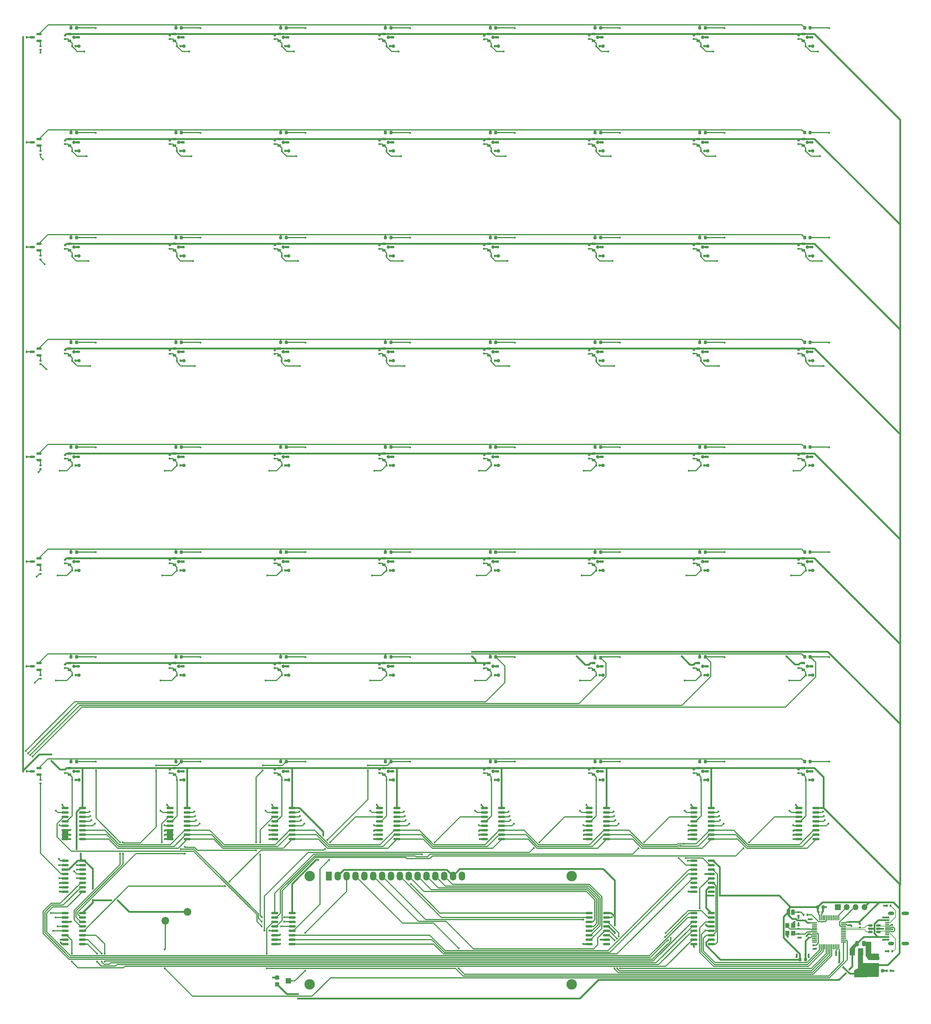
<source format=gbr>
%TF.GenerationSoftware,KiCad,Pcbnew,7.0.3*%
%TF.CreationDate,2023-05-28T11:15:03+12:00*%
%TF.ProjectId,ChessBoardKiCad,43686573-7342-46f6-9172-644b69436164,rev?*%
%TF.SameCoordinates,Original*%
%TF.FileFunction,Copper,L1,Top*%
%TF.FilePolarity,Positive*%
%FSLAX46Y46*%
G04 Gerber Fmt 4.6, Leading zero omitted, Abs format (unit mm)*
G04 Created by KiCad (PCBNEW 7.0.3) date 2023-05-28 11:15:03*
%MOMM*%
%LPD*%
G01*
G04 APERTURE LIST*
G04 Aperture macros list*
%AMRoundRect*
0 Rectangle with rounded corners*
0 $1 Rounding radius*
0 $2 $3 $4 $5 $6 $7 $8 $9 X,Y pos of 4 corners*
0 Add a 4 corners polygon primitive as box body*
4,1,4,$2,$3,$4,$5,$6,$7,$8,$9,$2,$3,0*
0 Add four circle primitives for the rounded corners*
1,1,$1+$1,$2,$3*
1,1,$1+$1,$4,$5*
1,1,$1+$1,$6,$7*
1,1,$1+$1,$8,$9*
0 Add four rect primitives between the rounded corners*
20,1,$1+$1,$2,$3,$4,$5,0*
20,1,$1+$1,$4,$5,$6,$7,0*
20,1,$1+$1,$6,$7,$8,$9,0*
20,1,$1+$1,$8,$9,$2,$3,0*%
G04 Aperture macros list end*
%TA.AperFunction,SMDPad,CuDef*%
%ADD10R,1.000000X0.700000*%
%TD*%
%TA.AperFunction,SMDPad,CuDef*%
%ADD11RoundRect,0.218750X0.218750X0.256250X-0.218750X0.256250X-0.218750X-0.256250X0.218750X-0.256250X0*%
%TD*%
%TA.AperFunction,SMDPad,CuDef*%
%ADD12RoundRect,0.135000X-0.185000X0.135000X-0.185000X-0.135000X0.185000X-0.135000X0.185000X0.135000X0*%
%TD*%
%TA.AperFunction,SMDPad,CuDef*%
%ADD13RoundRect,0.140000X-0.140000X-0.170000X0.140000X-0.170000X0.140000X0.170000X-0.140000X0.170000X0*%
%TD*%
%TA.AperFunction,SMDPad,CuDef*%
%ADD14RoundRect,0.250000X0.475000X-0.250000X0.475000X0.250000X-0.475000X0.250000X-0.475000X-0.250000X0*%
%TD*%
%TA.AperFunction,SMDPad,CuDef*%
%ADD15RoundRect,0.150000X0.587500X0.150000X-0.587500X0.150000X-0.587500X-0.150000X0.587500X-0.150000X0*%
%TD*%
%TA.AperFunction,ComponentPad*%
%ADD16R,1.700000X1.700000*%
%TD*%
%TA.AperFunction,ComponentPad*%
%ADD17O,1.700000X1.700000*%
%TD*%
%TA.AperFunction,SMDPad,CuDef*%
%ADD18RoundRect,0.150000X-0.825000X-0.150000X0.825000X-0.150000X0.825000X0.150000X-0.825000X0.150000X0*%
%TD*%
%TA.AperFunction,SMDPad,CuDef*%
%ADD19RoundRect,0.135000X0.135000X0.185000X-0.135000X0.185000X-0.135000X-0.185000X0.135000X-0.185000X0*%
%TD*%
%TA.AperFunction,SMDPad,CuDef*%
%ADD20RoundRect,0.135000X-0.135000X-0.185000X0.135000X-0.185000X0.135000X0.185000X-0.135000X0.185000X0*%
%TD*%
%TA.AperFunction,SMDPad,CuDef*%
%ADD21R,1.200000X1.400000*%
%TD*%
%TA.AperFunction,SMDPad,CuDef*%
%ADD22RoundRect,0.140000X-0.170000X0.140000X-0.170000X-0.140000X0.170000X-0.140000X0.170000X0.140000X0*%
%TD*%
%TA.AperFunction,SMDPad,CuDef*%
%ADD23RoundRect,0.140000X0.140000X0.170000X-0.140000X0.170000X-0.140000X-0.170000X0.140000X-0.170000X0*%
%TD*%
%TA.AperFunction,SMDPad,CuDef*%
%ADD24R,1.500000X2.000000*%
%TD*%
%TA.AperFunction,SMDPad,CuDef*%
%ADD25R,3.800000X2.000000*%
%TD*%
%TA.AperFunction,ComponentPad*%
%ADD26C,3.000000*%
%TD*%
%TA.AperFunction,ComponentPad*%
%ADD27R,1.800000X2.600000*%
%TD*%
%TA.AperFunction,ComponentPad*%
%ADD28O,1.800000X2.600000*%
%TD*%
%TA.AperFunction,SMDPad,CuDef*%
%ADD29RoundRect,0.135000X0.185000X-0.135000X0.185000X0.135000X-0.185000X0.135000X-0.185000X-0.135000X0*%
%TD*%
%TA.AperFunction,SMDPad,CuDef*%
%ADD30RoundRect,0.140000X0.170000X-0.140000X0.170000X0.140000X-0.170000X0.140000X-0.170000X-0.140000X0*%
%TD*%
%TA.AperFunction,SMDPad,CuDef*%
%ADD31RoundRect,0.225000X-0.225000X-0.250000X0.225000X-0.250000X0.225000X0.250000X-0.225000X0.250000X0*%
%TD*%
%TA.AperFunction,SMDPad,CuDef*%
%ADD32R,1.000000X1.500000*%
%TD*%
%TA.AperFunction,ComponentPad*%
%ADD33C,2.200000*%
%TD*%
%TA.AperFunction,SMDPad,CuDef*%
%ADD34RoundRect,0.250000X-0.250000X-0.475000X0.250000X-0.475000X0.250000X0.475000X-0.250000X0.475000X0*%
%TD*%
%TA.AperFunction,SMDPad,CuDef*%
%ADD35RoundRect,0.075000X-0.662500X-0.075000X0.662500X-0.075000X0.662500X0.075000X-0.662500X0.075000X0*%
%TD*%
%TA.AperFunction,SMDPad,CuDef*%
%ADD36RoundRect,0.075000X-0.075000X-0.662500X0.075000X-0.662500X0.075000X0.662500X-0.075000X0.662500X0*%
%TD*%
%TA.AperFunction,SMDPad,CuDef*%
%ADD37R,1.200000X1.200000*%
%TD*%
%TA.AperFunction,SMDPad,CuDef*%
%ADD38R,1.500000X1.600000*%
%TD*%
%TA.AperFunction,SMDPad,CuDef*%
%ADD39R,1.150000X0.600000*%
%TD*%
%TA.AperFunction,SMDPad,CuDef*%
%ADD40R,1.150000X0.300000*%
%TD*%
%TA.AperFunction,ComponentPad*%
%ADD41O,1.800000X1.000000*%
%TD*%
%TA.AperFunction,ComponentPad*%
%ADD42O,2.200000X1.000000*%
%TD*%
%TA.AperFunction,SMDPad,CuDef*%
%ADD43RoundRect,0.150000X0.512500X0.150000X-0.512500X0.150000X-0.512500X-0.150000X0.512500X-0.150000X0*%
%TD*%
%TA.AperFunction,ViaPad*%
%ADD44C,0.600000*%
%TD*%
%TA.AperFunction,ViaPad*%
%ADD45C,1.000000*%
%TD*%
%TA.AperFunction,Conductor*%
%ADD46C,0.500000*%
%TD*%
%TA.AperFunction,Conductor*%
%ADD47C,0.300000*%
%TD*%
%TA.AperFunction,Conductor*%
%ADD48C,1.000000*%
%TD*%
%TA.AperFunction,Conductor*%
%ADD49C,0.200000*%
%TD*%
G04 APERTURE END LIST*
D10*
%TO.P,U27,1,VCC*%
%TO.N,+3.3V*%
X343800000Y-134050000D03*
%TO.P,U27,2,VOUT*%
%TO.N,HALL_C4R2*%
X343800000Y-135950000D03*
%TO.P,U27,3,GND*%
%TO.N,GND*%
X346200000Y-135000000D03*
%TD*%
%TO.P,U43,1,VCC*%
%TO.N,+3.3V*%
X343800000Y-194050000D03*
%TO.P,U43,2,VOUT*%
%TO.N,HALL_C4R4*%
X343800000Y-195950000D03*
%TO.P,U43,3,GND*%
%TO.N,GND*%
X346200000Y-195000000D03*
%TD*%
D11*
%TO.P,D11,1,K*%
%TO.N,LED_C1*%
X255787500Y-102250000D03*
%TO.P,D11,2,A*%
%TO.N,/R1TE*%
X254212500Y-102250000D03*
%TD*%
D12*
%TO.P,R14,1*%
%TO.N,+3.3V*%
X432500000Y-74490000D03*
%TO.P,R14,2*%
%TO.N,HALL_C7R0*%
X432500000Y-75510000D03*
%TD*%
D10*
%TO.P,U36,1,VCC*%
%TO.N,+3.3V*%
X373800000Y-164050000D03*
%TO.P,U36,2,VOUT*%
%TO.N,HALL_C5R3*%
X373800000Y-165950000D03*
%TO.P,U36,3,GND*%
%TO.N,GND*%
X376200000Y-165000000D03*
%TD*%
%TO.P,U41,1,VCC*%
%TO.N,+3.3V*%
X283800000Y-194050000D03*
%TO.P,U41,2,VOUT*%
%TO.N,HALL_C2R4*%
X283800000Y-195950000D03*
%TO.P,U41,3,GND*%
%TO.N,GND*%
X286200000Y-195000000D03*
%TD*%
D13*
%TO.P,C77,1*%
%TO.N,HALL_C7R7*%
X434540000Y-287500000D03*
%TO.P,C77,2*%
%TO.N,GND*%
X435500000Y-287500000D03*
%TD*%
D12*
%TO.P,R68,1*%
%TO.N,+3.3V*%
X342500000Y-254500000D03*
%TO.P,R68,2*%
%TO.N,HALL_C4R6*%
X342500000Y-255520000D03*
%TD*%
D10*
%TO.P,U9,1,VCC*%
%TO.N,+3.3V*%
X283800000Y-74050000D03*
%TO.P,U9,2,VOUT*%
%TO.N,HALL_C2R0*%
X283800000Y-75950000D03*
%TO.P,U9,3,GND*%
%TO.N,GND*%
X286200000Y-75000000D03*
%TD*%
D14*
%TO.P,C10,1*%
%TO.N,+3.3V*%
X454900000Y-340470000D03*
%TO.P,C10,2*%
%TO.N,GND*%
X454900000Y-338570000D03*
%TD*%
D11*
%TO.P,D37,1,K*%
%TO.N,LED_C3*%
X315787500Y-192250000D03*
%TO.P,D37,2,A*%
%TO.N,/R4TE*%
X314212500Y-192250000D03*
%TD*%
%TO.P,D10,1,K*%
%TO.N,LED_C0*%
X225787500Y-102250000D03*
%TO.P,D10,2,A*%
%TO.N,/R1TE*%
X224212500Y-102250000D03*
%TD*%
D12*
%TO.P,R30,1*%
%TO.N,+3.3V*%
X432500000Y-134490000D03*
%TO.P,R30,2*%
%TO.N,HALL_C7R2*%
X432500000Y-135510000D03*
%TD*%
%TO.P,R24,1*%
%TO.N,+3.3V*%
X252500000Y-134490000D03*
%TO.P,R24,2*%
%TO.N,HALL_C1R2*%
X252500000Y-135510000D03*
%TD*%
%TO.P,R77,1*%
%TO.N,+3.3V*%
X312500000Y-284500000D03*
%TO.P,R77,2*%
%TO.N,HALL_C3R7*%
X312500000Y-285520000D03*
%TD*%
D11*
%TO.P,D39,1,K*%
%TO.N,LED_C5*%
X375787500Y-192250000D03*
%TO.P,D39,2,A*%
%TO.N,/R4TE*%
X374212500Y-192250000D03*
%TD*%
%TO.P,D56,1,K*%
%TO.N,LED_C6*%
X405787500Y-252250000D03*
%TO.P,D56,2,A*%
%TO.N,/R6TE*%
X404212500Y-252250000D03*
%TD*%
D12*
%TO.P,R61,1*%
%TO.N,+3.3V*%
X432500000Y-224490000D03*
%TO.P,R61,2*%
%TO.N,HALL_C7R5*%
X432500000Y-225510000D03*
%TD*%
D15*
%TO.P,Q1,1,B*%
%TO.N,/R0TB*%
X215000000Y-75950000D03*
%TO.P,Q1,2,E*%
%TO.N,/R0TE*%
X215000000Y-74050000D03*
%TO.P,Q1,3,C*%
%TO.N,/R0TC*%
X213125000Y-75000000D03*
%TD*%
D12*
%TO.P,R80,1*%
%TO.N,+3.3V*%
X402500000Y-284490000D03*
%TO.P,R80,2*%
%TO.N,HALL_C6R7*%
X402500000Y-285510000D03*
%TD*%
%TO.P,R79,1*%
%TO.N,+3.3V*%
X372500000Y-284490000D03*
%TO.P,R79,2*%
%TO.N,HALL_C5R7*%
X372500000Y-285510000D03*
%TD*%
D10*
%TO.P,U20,1,VCC*%
%TO.N,+3.3V*%
X373800000Y-104050000D03*
%TO.P,U20,2,VOUT*%
%TO.N,HALL_C5R1*%
X373800000Y-105950000D03*
%TO.P,U20,3,GND*%
%TO.N,GND*%
X376200000Y-105000000D03*
%TD*%
%TO.P,U56,1,VCC*%
%TO.N,+3.3V*%
X223800000Y-254050000D03*
%TO.P,U56,2,VOUT*%
%TO.N,HALL_C0R6*%
X223800000Y-255950000D03*
%TO.P,U56,3,GND*%
%TO.N,GND*%
X226200000Y-255000000D03*
%TD*%
%TO.P,U38,1,VCC*%
%TO.N,+3.3V*%
X433800000Y-164050000D03*
%TO.P,U38,2,VOUT*%
%TO.N,HALL_C7R3*%
X433800000Y-165950000D03*
%TO.P,U38,3,GND*%
%TO.N,GND*%
X436200000Y-165000000D03*
%TD*%
D13*
%TO.P,C46,1*%
%TO.N,HALL_C0R4*%
X224520000Y-197500000D03*
%TO.P,C46,2*%
%TO.N,GND*%
X225480000Y-197500000D03*
%TD*%
D12*
%TO.P,R75,1*%
%TO.N,+3.3V*%
X252500000Y-284490000D03*
%TO.P,R75,2*%
%TO.N,HALL_C1R7*%
X252500000Y-285510000D03*
%TD*%
D16*
%TO.P,J2,1,Pin_1*%
%TO.N,GND*%
X443700000Y-323857500D03*
D17*
%TO.P,J2,2,Pin_2*%
%TO.N,/SWCLK*%
X446240000Y-323857500D03*
%TO.P,J2,3,Pin_3*%
%TO.N,/SWDIO*%
X448780000Y-323857500D03*
%TO.P,J2,4,Pin_4*%
%TO.N,+3.3V*%
X451320000Y-323857500D03*
%TD*%
D18*
%TO.P,U75,1,X4*%
%TO.N,HALL_C1R4*%
X252525000Y-295555000D03*
%TO.P,U75,2,X6*%
%TO.N,HALL_C1R6*%
X252525000Y-296825000D03*
%TO.P,U75,3,X*%
%TO.N,HALL_C1*%
X252525000Y-298095000D03*
%TO.P,U75,4,X7*%
%TO.N,HALL_C1R7*%
X252525000Y-299365000D03*
%TO.P,U75,5,X5*%
%TO.N,HALL_C1R5*%
X252525000Y-300635000D03*
%TO.P,U75,6,Inh*%
%TO.N,GND*%
X252525000Y-301905000D03*
%TO.P,U75,7,VEE*%
X252525000Y-303175000D03*
%TO.P,U75,8,VSS*%
X252525000Y-304445000D03*
%TO.P,U75,9,C*%
%TO.N,HALL_ROW_C*%
X257475000Y-304445000D03*
%TO.P,U75,10,B*%
%TO.N,HALL_ROW_B*%
X257475000Y-303175000D03*
%TO.P,U75,11,A*%
%TO.N,HALL_ROW_A*%
X257475000Y-301905000D03*
%TO.P,U75,12,X3*%
%TO.N,HALL_C1R3*%
X257475000Y-300635000D03*
%TO.P,U75,13,X0*%
%TO.N,HALL_C1R0*%
X257475000Y-299365000D03*
%TO.P,U75,14,X1*%
%TO.N,HALL_C1R1*%
X257475000Y-298095000D03*
%TO.P,U75,15,X2*%
%TO.N,HALL_C1R2*%
X257475000Y-296825000D03*
%TO.P,U75,16,VDD*%
%TO.N,+3.3V*%
X257475000Y-295555000D03*
%TD*%
D10*
%TO.P,U54,1,VCC*%
%TO.N,+3.3V*%
X403800000Y-224050000D03*
%TO.P,U54,2,VOUT*%
%TO.N,HALL_C6R5*%
X403800000Y-225950000D03*
%TO.P,U54,3,GND*%
%TO.N,GND*%
X406200000Y-225000000D03*
%TD*%
D12*
%TO.P,R28,1*%
%TO.N,+3.3V*%
X372500000Y-134490000D03*
%TO.P,R28,2*%
%TO.N,HALL_C5R2*%
X372500000Y-135510000D03*
%TD*%
D10*
%TO.P,U30,1,VCC*%
%TO.N,+3.3V*%
X433800000Y-134050000D03*
%TO.P,U30,2,VOUT*%
%TO.N,HALL_C7R2*%
X433800000Y-135950000D03*
%TO.P,U30,3,GND*%
%TO.N,GND*%
X436200000Y-135000000D03*
%TD*%
D11*
%TO.P,D36,1,K*%
%TO.N,LED_C2*%
X285787500Y-192250000D03*
%TO.P,D36,2,A*%
%TO.N,/R4TE*%
X284212500Y-192250000D03*
%TD*%
D19*
%TO.P,R2,1*%
%TO.N,/BOOT0*%
X434960000Y-326107500D03*
%TO.P,R2,2*%
%TO.N,/JMP_BOOT0*%
X433940000Y-326107500D03*
%TD*%
D12*
%TO.P,R17,1*%
%TO.N,+3.3V*%
X282500000Y-104490000D03*
%TO.P,R17,2*%
%TO.N,HALL_C2R1*%
X282500000Y-105510000D03*
%TD*%
D13*
%TO.P,C44,1*%
%TO.N,HALL_C6R3*%
X404520000Y-167500000D03*
%TO.P,C44,2*%
%TO.N,GND*%
X405480000Y-167500000D03*
%TD*%
D11*
%TO.P,D44,1,K*%
%TO.N,LED_C2*%
X285787500Y-222250000D03*
%TO.P,D44,2,A*%
%TO.N,/R5TE*%
X284212500Y-222250000D03*
%TD*%
%TO.P,D40,1,K*%
%TO.N,LED_C6*%
X405787500Y-192250000D03*
%TO.P,D40,2,A*%
%TO.N,/R4TE*%
X404212500Y-192250000D03*
%TD*%
D20*
%TO.P,R41,1*%
%TO.N,+3.3V*%
X210480000Y-105000000D03*
%TO.P,R41,2*%
%TO.N,/R1TC*%
X211500000Y-105000000D03*
%TD*%
D13*
%TO.P,C65,1*%
%TO.N,HALL_C3R6*%
X314540000Y-257500000D03*
%TO.P,C65,2*%
%TO.N,GND*%
X315500000Y-257500000D03*
%TD*%
D11*
%TO.P,D41,1,K*%
%TO.N,LED_C7*%
X435787500Y-192250000D03*
%TO.P,D41,2,A*%
%TO.N,/R4TE*%
X434212500Y-192250000D03*
%TD*%
D12*
%TO.P,R74,1*%
%TO.N,+3.3V*%
X222500000Y-284500000D03*
%TO.P,R74,2*%
%TO.N,HALL_C0R7*%
X222500000Y-285520000D03*
%TD*%
D13*
%TO.P,C28,1*%
%TO.N,HALL_C6R1*%
X404520000Y-107500000D03*
%TO.P,C28,2*%
%TO.N,GND*%
X405480000Y-107500000D03*
%TD*%
%TO.P,C69,1*%
%TO.N,HALL_C7R6*%
X434540000Y-257500000D03*
%TO.P,C69,2*%
%TO.N,GND*%
X435500000Y-257500000D03*
%TD*%
D10*
%TO.P,U31,1,VCC*%
%TO.N,+3.3V*%
X223800000Y-164050000D03*
%TO.P,U31,2,VOUT*%
%TO.N,HALL_C0R3*%
X223800000Y-165950000D03*
%TO.P,U31,3,GND*%
%TO.N,GND*%
X226200000Y-165000000D03*
%TD*%
%TO.P,U58,1,VCC*%
%TO.N,+3.3V*%
X283800000Y-254050000D03*
%TO.P,U58,2,VOUT*%
%TO.N,HALL_C2R6*%
X283800000Y-255950000D03*
%TO.P,U58,3,GND*%
%TO.N,GND*%
X286200000Y-255000000D03*
%TD*%
%TO.P,U8,1,VCC*%
%TO.N,+3.3V*%
X253800000Y-74050000D03*
%TO.P,U8,2,VOUT*%
%TO.N,HALL_C1R0*%
X253800000Y-75950000D03*
%TO.P,U8,3,GND*%
%TO.N,GND*%
X256200000Y-75000000D03*
%TD*%
D11*
%TO.P,D17,1,K*%
%TO.N,LED_C7*%
X435787500Y-102250000D03*
%TO.P,D17,2,A*%
%TO.N,/R1TE*%
X434212500Y-102250000D03*
%TD*%
D12*
%TO.P,R13,1*%
%TO.N,+3.3V*%
X402500000Y-74490000D03*
%TO.P,R13,2*%
%TO.N,HALL_C6R0*%
X402500000Y-75510000D03*
%TD*%
D13*
%TO.P,C50,1*%
%TO.N,HALL_C4R4*%
X344520000Y-197500000D03*
%TO.P,C50,2*%
%TO.N,GND*%
X345480000Y-197500000D03*
%TD*%
D18*
%TO.P,U81,1,X4*%
%TO.N,HALL_C7R4*%
X432525000Y-295555000D03*
%TO.P,U81,2,X6*%
%TO.N,HALL_C7R6*%
X432525000Y-296825000D03*
%TO.P,U81,3,X*%
%TO.N,HALL_C7*%
X432525000Y-298095000D03*
%TO.P,U81,4,X7*%
%TO.N,HALL_C7R7*%
X432525000Y-299365000D03*
%TO.P,U81,5,X5*%
%TO.N,HALL_C7R5*%
X432525000Y-300635000D03*
%TO.P,U81,6,Inh*%
%TO.N,GND*%
X432525000Y-301905000D03*
%TO.P,U81,7,VEE*%
X432525000Y-303175000D03*
%TO.P,U81,8,VSS*%
X432525000Y-304445000D03*
%TO.P,U81,9,C*%
%TO.N,HALL_ROW_C*%
X437475000Y-304445000D03*
%TO.P,U81,10,B*%
%TO.N,HALL_ROW_B*%
X437475000Y-303175000D03*
%TO.P,U81,11,A*%
%TO.N,HALL_ROW_A*%
X437475000Y-301905000D03*
%TO.P,U81,12,X3*%
%TO.N,HALL_C7R3*%
X437475000Y-300635000D03*
%TO.P,U81,13,X0*%
%TO.N,HALL_C7R0*%
X437475000Y-299365000D03*
%TO.P,U81,14,X1*%
%TO.N,HALL_C7R1*%
X437475000Y-298095000D03*
%TO.P,U81,15,X2*%
%TO.N,HALL_C7R2*%
X437475000Y-296825000D03*
%TO.P,U81,16,VDD*%
%TO.N,+3.3V*%
X437475000Y-295555000D03*
%TD*%
D12*
%TO.P,R32,1*%
%TO.N,/R0TB*%
X215500000Y-77490000D03*
%TO.P,R32,2*%
%TO.N,LED_R0*%
X215500000Y-78510000D03*
%TD*%
D13*
%TO.P,C48,1*%
%TO.N,HALL_C2R4*%
X284520000Y-197500000D03*
%TO.P,C48,2*%
%TO.N,GND*%
X285480000Y-197500000D03*
%TD*%
D21*
%TO.P,Y1,1,1*%
%TO.N,/HSE_IN*%
X429250000Y-329107500D03*
%TO.P,Y1,2,2*%
%TO.N,GND*%
X429250000Y-331307500D03*
%TO.P,Y1,3,3*%
%TO.N,/HSE_OUT*%
X430950000Y-331307500D03*
%TO.P,Y1,4,4*%
%TO.N,GND*%
X430950000Y-329107500D03*
%TD*%
D13*
%TO.P,C72,1*%
%TO.N,HALL_C2R7*%
X284540000Y-287500000D03*
%TO.P,C72,2*%
%TO.N,GND*%
X285500000Y-287500000D03*
%TD*%
D11*
%TO.P,D63,1,K*%
%TO.N,LED_C5*%
X375787500Y-282250000D03*
%TO.P,D63,2,A*%
%TO.N,/R7TE*%
X374212500Y-282250000D03*
%TD*%
%TO.P,D18,1,K*%
%TO.N,LED_C0*%
X225787500Y-132250000D03*
%TO.P,D18,2,A*%
%TO.N,/R2TE*%
X224212500Y-132250000D03*
%TD*%
D20*
%TO.P,R73,1*%
%TO.N,+3.3V*%
X210480000Y-225000000D03*
%TO.P,R73,2*%
%TO.N,/R5TC*%
X211500000Y-225000000D03*
%TD*%
D12*
%TO.P,R58,1*%
%TO.N,+3.3V*%
X342500000Y-224490000D03*
%TO.P,R58,2*%
%TO.N,HALL_C4R5*%
X342500000Y-225510000D03*
%TD*%
D11*
%TO.P,D4,1,K*%
%TO.N,LED_C2*%
X285787500Y-72250000D03*
%TO.P,D4,2,A*%
%TO.N,/R0TE*%
X284212500Y-72250000D03*
%TD*%
D13*
%TO.P,C75,1*%
%TO.N,HALL_C5R7*%
X374520000Y-287500000D03*
%TO.P,C75,2*%
%TO.N,GND*%
X375480000Y-287500000D03*
%TD*%
D11*
%TO.P,D19,1,K*%
%TO.N,LED_C1*%
X255787500Y-132250000D03*
%TO.P,D19,2,A*%
%TO.N,/R2TE*%
X254212500Y-132250000D03*
%TD*%
D10*
%TO.P,U49,1,VCC*%
%TO.N,+3.3V*%
X253800000Y-224050000D03*
%TO.P,U49,2,VOUT*%
%TO.N,HALL_C1R5*%
X253800000Y-225950000D03*
%TO.P,U49,3,GND*%
%TO.N,GND*%
X256200000Y-225000000D03*
%TD*%
D11*
%TO.P,D16,1,K*%
%TO.N,LED_C6*%
X405787500Y-102250000D03*
%TO.P,D16,2,A*%
%TO.N,/R1TE*%
X404212500Y-102250000D03*
%TD*%
D13*
%TO.P,C35,1*%
%TO.N,HALL_C5R2*%
X374520000Y-137500000D03*
%TO.P,C35,2*%
%TO.N,GND*%
X375480000Y-137500000D03*
%TD*%
D22*
%TO.P,C4,1*%
%TO.N,+3.3V*%
X446950000Y-328127500D03*
%TO.P,C4,2*%
%TO.N,GND*%
X446950000Y-329087500D03*
%TD*%
D10*
%TO.P,U52,1,VCC*%
%TO.N,+3.3V*%
X343800000Y-224050000D03*
%TO.P,U52,2,VOUT*%
%TO.N,HALL_C4R5*%
X343800000Y-225950000D03*
%TO.P,U52,3,GND*%
%TO.N,GND*%
X346200000Y-225000000D03*
%TD*%
%TO.P,U35,1,VCC*%
%TO.N,+3.3V*%
X343800000Y-164050000D03*
%TO.P,U35,2,VOUT*%
%TO.N,HALL_C4R3*%
X343800000Y-165950000D03*
%TO.P,U35,3,GND*%
%TO.N,GND*%
X346200000Y-165000000D03*
%TD*%
%TO.P,U66,1,VCC*%
%TO.N,+3.3V*%
X253800000Y-284050000D03*
%TO.P,U66,2,VOUT*%
%TO.N,HALL_C1R7*%
X253800000Y-285950000D03*
%TO.P,U66,3,GND*%
%TO.N,GND*%
X256200000Y-285000000D03*
%TD*%
%TO.P,U37,1,VCC*%
%TO.N,+3.3V*%
X403800000Y-164050000D03*
%TO.P,U37,2,VOUT*%
%TO.N,HALL_C6R3*%
X403800000Y-165950000D03*
%TO.P,U37,3,GND*%
%TO.N,GND*%
X406200000Y-165000000D03*
%TD*%
D11*
%TO.P,D64,1,K*%
%TO.N,LED_C6*%
X405787500Y-282250000D03*
%TO.P,D64,2,A*%
%TO.N,/R7TE*%
X404212500Y-282250000D03*
%TD*%
D12*
%TO.P,R47,1*%
%TO.N,+3.3V*%
X342500000Y-194490000D03*
%TO.P,R47,2*%
%TO.N,HALL_C4R4*%
X342500000Y-195510000D03*
%TD*%
D13*
%TO.P,C24,1*%
%TO.N,HALL_C2R1*%
X284520000Y-107500000D03*
%TO.P,C24,2*%
%TO.N,GND*%
X285480000Y-107500000D03*
%TD*%
D10*
%TO.P,U26,1,VCC*%
%TO.N,+3.3V*%
X313800000Y-134050000D03*
%TO.P,U26,2,VOUT*%
%TO.N,HALL_C3R2*%
X313800000Y-135950000D03*
%TO.P,U26,3,GND*%
%TO.N,GND*%
X316200000Y-135000000D03*
%TD*%
D13*
%TO.P,C59,1*%
%TO.N,HALL_C5R5*%
X374540000Y-227500000D03*
%TO.P,C59,2*%
%TO.N,GND*%
X375500000Y-227500000D03*
%TD*%
%TO.P,C42,1*%
%TO.N,HALL_C4R3*%
X344520000Y-167500000D03*
%TO.P,C42,2*%
%TO.N,GND*%
X345480000Y-167500000D03*
%TD*%
D10*
%TO.P,U7,1,VCC*%
%TO.N,+3.3V*%
X223800000Y-74050000D03*
%TO.P,U7,2,VOUT*%
%TO.N,HALL_C0R0*%
X223800000Y-75950000D03*
%TO.P,U7,3,GND*%
%TO.N,GND*%
X226200000Y-75000000D03*
%TD*%
%TO.P,U71,1,VCC*%
%TO.N,+3.3V*%
X403800000Y-284050000D03*
%TO.P,U71,2,VOUT*%
%TO.N,HALL_C6R7*%
X403800000Y-285950000D03*
%TO.P,U71,3,GND*%
%TO.N,GND*%
X406200000Y-285000000D03*
%TD*%
D11*
%TO.P,D59,1,K*%
%TO.N,LED_C1*%
X255787500Y-282250000D03*
%TO.P,D59,2,A*%
%TO.N,/R7TE*%
X254212500Y-282250000D03*
%TD*%
D15*
%TO.P,Q3,1,B*%
%TO.N,/R2TB*%
X215000000Y-135950000D03*
%TO.P,Q3,2,E*%
%TO.N,/R2TE*%
X215000000Y-134050000D03*
%TO.P,Q3,3,C*%
%TO.N,/R2TC*%
X213125000Y-135000000D03*
%TD*%
D11*
%TO.P,D48,1,K*%
%TO.N,LED_C6*%
X405787500Y-222250000D03*
%TO.P,D48,2,A*%
%TO.N,/R5TE*%
X404212500Y-222250000D03*
%TD*%
D12*
%TO.P,R27,1*%
%TO.N,+3.3V*%
X342500000Y-134490000D03*
%TO.P,R27,2*%
%TO.N,HALL_C4R2*%
X342500000Y-135510000D03*
%TD*%
D18*
%TO.P,U5,1,QB*%
%TO.N,LED_ROW_B*%
X402525000Y-325555000D03*
%TO.P,U5,2,QC*%
%TO.N,LED_ROW_C*%
X402525000Y-326825000D03*
%TO.P,U5,3,QD*%
%TO.N,LED_COL_A*%
X402525000Y-328095000D03*
%TO.P,U5,4,QE*%
%TO.N,LED_COL_B*%
X402525000Y-329365000D03*
%TO.P,U5,5,QF*%
%TO.N,LED_COL_C*%
X402525000Y-330635000D03*
%TO.P,U5,6,QG*%
%TO.N,unconnected-(U5-QG-Pad6)*%
X402525000Y-331905000D03*
%TO.P,U5,7,QH*%
%TO.N,DISABLE_LEDS*%
X402525000Y-333175000D03*
%TO.P,U5,8,GND*%
%TO.N,GND*%
X402525000Y-334445000D03*
%TO.P,U5,9,QH'*%
%TO.N,/GRID_REGS_SER_LINK*%
X407475000Y-334445000D03*
%TO.P,U5,10,~{SRCLR}*%
%TO.N,+3.3V*%
X407475000Y-333175000D03*
%TO.P,U5,11,SRCLK*%
%TO.N,GRID_SER_CLK*%
X407475000Y-331905000D03*
%TO.P,U5,12,RCLK*%
%TO.N,GRID_LATCH*%
X407475000Y-330635000D03*
%TO.P,U5,13,~{OE}*%
%TO.N,GND*%
X407475000Y-329365000D03*
%TO.P,U5,14,SER*%
%TO.N,GRID_SER_DATA*%
X407475000Y-328095000D03*
%TO.P,U5,15,QA*%
%TO.N,LED_ROW_A*%
X407475000Y-326825000D03*
%TO.P,U5,16,VCC*%
%TO.N,+3.3V*%
X407475000Y-325555000D03*
%TD*%
%TO.P,U74,1,X4*%
%TO.N,HALL_C0R4*%
X222525000Y-295555000D03*
%TO.P,U74,2,X6*%
%TO.N,HALL_C0R6*%
X222525000Y-296825000D03*
%TO.P,U74,3,X*%
%TO.N,HALL_C0*%
X222525000Y-298095000D03*
%TO.P,U74,4,X7*%
%TO.N,HALL_C0R7*%
X222525000Y-299365000D03*
%TO.P,U74,5,X5*%
%TO.N,HALL_C0R5*%
X222525000Y-300635000D03*
%TO.P,U74,6,Inh*%
%TO.N,GND*%
X222525000Y-301905000D03*
%TO.P,U74,7,VEE*%
X222525000Y-303175000D03*
%TO.P,U74,8,VSS*%
X222525000Y-304445000D03*
%TO.P,U74,9,C*%
%TO.N,HALL_ROW_C*%
X227475000Y-304445000D03*
%TO.P,U74,10,B*%
%TO.N,HALL_ROW_B*%
X227475000Y-303175000D03*
%TO.P,U74,11,A*%
%TO.N,HALL_ROW_A*%
X227475000Y-301905000D03*
%TO.P,U74,12,X3*%
%TO.N,HALL_C0R3*%
X227475000Y-300635000D03*
%TO.P,U74,13,X0*%
%TO.N,HALL_C0R0*%
X227475000Y-299365000D03*
%TO.P,U74,14,X1*%
%TO.N,HALL_C0R1*%
X227475000Y-298095000D03*
%TO.P,U74,15,X2*%
%TO.N,HALL_C0R2*%
X227475000Y-296825000D03*
%TO.P,U74,16,VDD*%
%TO.N,+3.3V*%
X227475000Y-295555000D03*
%TD*%
D11*
%TO.P,FB1,1*%
%TO.N,+3.3VA*%
X434457500Y-338870000D03*
%TO.P,FB1,2*%
%TO.N,+3.3V*%
X432882500Y-338870000D03*
%TD*%
%TO.P,D62,1,K*%
%TO.N,LED_C4*%
X345787500Y-282250000D03*
%TO.P,D62,2,A*%
%TO.N,/R7TE*%
X344212500Y-282250000D03*
%TD*%
%TO.P,D2,1,K*%
%TO.N,LED_C0*%
X225787500Y-72250000D03*
%TO.P,D2,2,A*%
%TO.N,/R0TE*%
X224212500Y-72250000D03*
%TD*%
D10*
%TO.P,U29,1,VCC*%
%TO.N,+3.3V*%
X403800000Y-134050000D03*
%TO.P,U29,2,VOUT*%
%TO.N,HALL_C6R2*%
X403800000Y-135950000D03*
%TO.P,U29,3,GND*%
%TO.N,GND*%
X406200000Y-135000000D03*
%TD*%
D23*
%TO.P,C2,1*%
%TO.N,+3.3V*%
X444160000Y-336857500D03*
%TO.P,C2,2*%
%TO.N,GND*%
X443200000Y-336857500D03*
%TD*%
D11*
%TO.P,D5,1,K*%
%TO.N,LED_C3*%
X315787500Y-72250000D03*
%TO.P,D5,2,A*%
%TO.N,/R0TE*%
X314212500Y-72250000D03*
%TD*%
%TO.P,D33,1,K*%
%TO.N,LED_C7*%
X435787500Y-162250000D03*
%TO.P,D33,2,A*%
%TO.N,/R3TE*%
X434212500Y-162250000D03*
%TD*%
D18*
%TO.P,U47,1,X4*%
%TO.N,LED_R4*%
X222525000Y-310555000D03*
%TO.P,U47,2,X6*%
%TO.N,LED_R6*%
X222525000Y-311825000D03*
%TO.P,U47,3,X*%
%TO.N,+3.3V*%
X222525000Y-313095000D03*
%TO.P,U47,4,X7*%
%TO.N,LED_R7*%
X222525000Y-314365000D03*
%TO.P,U47,5,X5*%
%TO.N,LED_R5*%
X222525000Y-315635000D03*
%TO.P,U47,6,Inh*%
%TO.N,GND*%
X222525000Y-316905000D03*
%TO.P,U47,7,VEE*%
X222525000Y-318175000D03*
%TO.P,U47,8,VSS*%
X222525000Y-319445000D03*
%TO.P,U47,9,C*%
%TO.N,LED_ROW_C*%
X227475000Y-319445000D03*
%TO.P,U47,10,B*%
%TO.N,LED_ROW_B*%
X227475000Y-318175000D03*
%TO.P,U47,11,A*%
%TO.N,LED_ROW_A*%
X227475000Y-316905000D03*
%TO.P,U47,12,X3*%
%TO.N,LED_R3*%
X227475000Y-315635000D03*
%TO.P,U47,13,X0*%
%TO.N,LED_R0*%
X227475000Y-314365000D03*
%TO.P,U47,14,X1*%
%TO.N,LED_R1*%
X227475000Y-313095000D03*
%TO.P,U47,15,X2*%
%TO.N,LED_R2*%
X227475000Y-311825000D03*
%TO.P,U47,16,VDD*%
%TO.N,+3.3V*%
X227475000Y-310555000D03*
%TD*%
D12*
%TO.P,R40,1*%
%TO.N,+3.3V*%
X432500000Y-164490000D03*
%TO.P,R40,2*%
%TO.N,HALL_C7R3*%
X432500000Y-165510000D03*
%TD*%
%TO.P,R62,1*%
%TO.N,/R3TB*%
X215500000Y-167490000D03*
%TO.P,R62,2*%
%TO.N,LED_R3*%
X215500000Y-168510000D03*
%TD*%
D13*
%TO.P,C74,1*%
%TO.N,HALL_C4R7*%
X344520000Y-287500000D03*
%TO.P,C74,2*%
%TO.N,GND*%
X345480000Y-287500000D03*
%TD*%
D12*
%TO.P,R12,1*%
%TO.N,+3.3V*%
X372500000Y-74490000D03*
%TO.P,R12,2*%
%TO.N,HALL_C5R0*%
X372500000Y-75510000D03*
%TD*%
D11*
%TO.P,D20,1,K*%
%TO.N,LED_C2*%
X285787500Y-132250000D03*
%TO.P,D20,2,A*%
%TO.N,/R2TE*%
X284212500Y-132250000D03*
%TD*%
D13*
%TO.P,C40,1*%
%TO.N,HALL_C2R3*%
X284500000Y-167500000D03*
%TO.P,C40,2*%
%TO.N,GND*%
X285460000Y-167500000D03*
%TD*%
%TO.P,C64,1*%
%TO.N,HALL_C2R6*%
X284520000Y-257500000D03*
%TO.P,C64,2*%
%TO.N,GND*%
X285480000Y-257500000D03*
%TD*%
D12*
%TO.P,R33,1*%
%TO.N,+3.3V*%
X222500000Y-164490000D03*
%TO.P,R33,2*%
%TO.N,HALL_C0R3*%
X222500000Y-165510000D03*
%TD*%
%TO.P,R18,1*%
%TO.N,+3.3V*%
X312500000Y-104490000D03*
%TO.P,R18,2*%
%TO.N,HALL_C3R1*%
X312500000Y-105510000D03*
%TD*%
D10*
%TO.P,U15,1,VCC*%
%TO.N,+3.3V*%
X223800000Y-104050000D03*
%TO.P,U15,2,VOUT*%
%TO.N,HALL_C0R1*%
X223800000Y-105950000D03*
%TO.P,U15,3,GND*%
%TO.N,GND*%
X226200000Y-105000000D03*
%TD*%
D11*
%TO.P,D49,1,K*%
%TO.N,LED_C7*%
X435787500Y-222250000D03*
%TO.P,D49,2,A*%
%TO.N,/R5TE*%
X434212500Y-222250000D03*
%TD*%
D10*
%TO.P,U14,1,VCC*%
%TO.N,+3.3V*%
X433800000Y-74050000D03*
%TO.P,U14,2,VOUT*%
%TO.N,HALL_C7R0*%
X433800000Y-75950000D03*
%TO.P,U14,3,GND*%
%TO.N,GND*%
X436200000Y-75000000D03*
%TD*%
%TO.P,U19,1,VCC*%
%TO.N,+3.3V*%
X343800000Y-104050000D03*
%TO.P,U19,2,VOUT*%
%TO.N,HALL_C4R1*%
X343800000Y-105950000D03*
%TO.P,U19,3,GND*%
%TO.N,GND*%
X346200000Y-105000000D03*
%TD*%
D24*
%TO.P,U1,1,GND*%
%TO.N,GND*%
X452500000Y-336670000D03*
%TO.P,U1,2,VO*%
%TO.N,+3.3V*%
X450200000Y-336670000D03*
D25*
X450200000Y-342970000D03*
D24*
%TO.P,U1,3,VI*%
%TO.N,VBUS*%
X447900000Y-336670000D03*
%TD*%
D26*
%TO.P,DS1,*%
%TO.N,*%
X292500900Y-315000000D03*
X292500900Y-346000700D03*
X367499480Y-346000700D03*
X367500000Y-315000000D03*
D27*
%TO.P,DS1,1,VSS*%
%TO.N,GND*%
X298000000Y-315000000D03*
D28*
%TO.P,DS1,2,VDD*%
%TO.N,VBUS*%
X300540000Y-315000000D03*
%TO.P,DS1,3,VO*%
%TO.N,/CONT_1*%
X303080000Y-315000000D03*
%TO.P,DS1,4,RS*%
%TO.N,LCD_RS*%
X305620000Y-315000000D03*
%TO.P,DS1,5,R/W*%
%TO.N,GND*%
X308160000Y-315000000D03*
%TO.P,DS1,6,E*%
%TO.N,LCD_LATCH*%
X310700000Y-315000000D03*
%TO.P,DS1,7,D0*%
%TO.N,/LCD1_D0*%
X313240000Y-315000000D03*
%TO.P,DS1,8,D1*%
%TO.N,/LCD1_D1*%
X315780000Y-315000000D03*
%TO.P,DS1,9,D2*%
%TO.N,/LCD1_D2*%
X318320000Y-315000000D03*
%TO.P,DS1,10,D3*%
%TO.N,/LCD1_D3*%
X320860000Y-315000000D03*
%TO.P,DS1,11,D4*%
%TO.N,/LCD1_D4*%
X323400000Y-315000000D03*
%TO.P,DS1,12,D5*%
%TO.N,/LCD1_D5*%
X325940000Y-315000000D03*
%TO.P,DS1,13,D6*%
%TO.N,/LCD1_D6*%
X328480000Y-315000000D03*
%TO.P,DS1,14,D7*%
%TO.N,/LCD1_D7*%
X331020000Y-315000000D03*
%TO.P,DS1,15,LED(+)*%
%TO.N,VBUS*%
X333560000Y-315000000D03*
%TO.P,DS1,16,LED(-)*%
%TO.N,GND*%
X336100000Y-315000000D03*
%TD*%
D19*
%TO.P,R1,1*%
%TO.N,GND*%
X458810000Y-342120000D03*
%TO.P,R1,2*%
%TO.N,/PWR_LED_K*%
X457790000Y-342120000D03*
%TD*%
D29*
%TO.P,R6,1*%
%TO.N,USB_D+*%
X450100000Y-329710000D03*
%TO.P,R6,2*%
%TO.N,+3.3V*%
X450100000Y-328690000D03*
%TD*%
D12*
%TO.P,R39,1*%
%TO.N,+3.3V*%
X402500000Y-164490000D03*
%TO.P,R39,2*%
%TO.N,HALL_C6R3*%
X402500000Y-165510000D03*
%TD*%
D30*
%TO.P,C12,1*%
%TO.N,/HSE_IN*%
X432450000Y-330087500D03*
%TO.P,C12,2*%
%TO.N,GND*%
X432450000Y-329127500D03*
%TD*%
D11*
%TO.P,D14,1,K*%
%TO.N,LED_C4*%
X345787500Y-102250000D03*
%TO.P,D14,2,A*%
%TO.N,/R1TE*%
X344212500Y-102250000D03*
%TD*%
D13*
%TO.P,C5,1*%
%TO.N,+3.3V*%
X438240000Y-325357500D03*
%TO.P,C5,2*%
%TO.N,GND*%
X439200000Y-325357500D03*
%TD*%
D12*
%TO.P,R86,1*%
%TO.N,/R7TB*%
X215500000Y-287490000D03*
%TO.P,R86,2*%
%TO.N,LED_R7*%
X215500000Y-288510000D03*
%TD*%
D11*
%TO.P,D32,1,K*%
%TO.N,LED_C6*%
X405787500Y-162250000D03*
%TO.P,D32,2,A*%
%TO.N,/R3TE*%
X404212500Y-162250000D03*
%TD*%
D30*
%TO.P,C6,1*%
%TO.N,+3.3VA*%
X435450000Y-332587500D03*
%TO.P,C6,2*%
%TO.N,GND*%
X435450000Y-331627500D03*
%TD*%
D10*
%TO.P,U28,1,VCC*%
%TO.N,+3.3V*%
X373800000Y-134050000D03*
%TO.P,U28,2,VOUT*%
%TO.N,HALL_C5R2*%
X373800000Y-135950000D03*
%TO.P,U28,3,GND*%
%TO.N,GND*%
X376200000Y-135000000D03*
%TD*%
D12*
%TO.P,R15,1*%
%TO.N,+3.3V*%
X222500000Y-104490000D03*
%TO.P,R15,2*%
%TO.N,HALL_C0R1*%
X222500000Y-105510000D03*
%TD*%
D15*
%TO.P,Q5,1,B*%
%TO.N,/R4TB*%
X215000000Y-195950000D03*
%TO.P,Q5,2,E*%
%TO.N,/R4TE*%
X215000000Y-194050000D03*
%TO.P,Q5,3,C*%
%TO.N,/R4TC*%
X213125000Y-195000000D03*
%TD*%
D12*
%TO.P,R69,1*%
%TO.N,+3.3V*%
X372500000Y-254490000D03*
%TO.P,R69,2*%
%TO.N,HALL_C5R6*%
X372500000Y-255510000D03*
%TD*%
D10*
%TO.P,U13,1,VCC*%
%TO.N,+3.3V*%
X403800000Y-74050000D03*
%TO.P,U13,2,VOUT*%
%TO.N,HALL_C6R0*%
X403800000Y-75950000D03*
%TO.P,U13,3,GND*%
%TO.N,GND*%
X406200000Y-75000000D03*
%TD*%
D18*
%TO.P,U64,1,X4*%
%TO.N,LED_C4*%
X222525000Y-325555000D03*
%TO.P,U64,2,X6*%
%TO.N,LED_C6*%
X222525000Y-326825000D03*
%TO.P,U64,3,X*%
%TO.N,GND*%
X222525000Y-328095000D03*
%TO.P,U64,4,X7*%
%TO.N,LED_C7*%
X222525000Y-329365000D03*
%TO.P,U64,5,X5*%
%TO.N,LED_C5*%
X222525000Y-330635000D03*
%TO.P,U64,6,Inh*%
%TO.N,DISABLE_LEDS*%
X222525000Y-331905000D03*
%TO.P,U64,7,VEE*%
%TO.N,GND*%
X222525000Y-333175000D03*
%TO.P,U64,8,VSS*%
X222525000Y-334445000D03*
%TO.P,U64,9,C*%
%TO.N,LED_COL_C*%
X227475000Y-334445000D03*
%TO.P,U64,10,B*%
%TO.N,LED_COL_B*%
X227475000Y-333175000D03*
%TO.P,U64,11,A*%
%TO.N,LED_COL_A*%
X227475000Y-331905000D03*
%TO.P,U64,12,X3*%
%TO.N,LED_C3*%
X227475000Y-330635000D03*
%TO.P,U64,13,X0*%
%TO.N,LED_C0*%
X227475000Y-329365000D03*
%TO.P,U64,14,X1*%
%TO.N,LED_C1*%
X227475000Y-328095000D03*
%TO.P,U64,15,X2*%
%TO.N,LED_C2*%
X227475000Y-326825000D03*
%TO.P,U64,16,VDD*%
%TO.N,+3.3V*%
X227475000Y-325555000D03*
%TD*%
D10*
%TO.P,U18,1,VCC*%
%TO.N,+3.3V*%
X313800000Y-104050000D03*
%TO.P,U18,2,VOUT*%
%TO.N,HALL_C3R1*%
X313800000Y-105950000D03*
%TO.P,U18,3,GND*%
%TO.N,GND*%
X316200000Y-105000000D03*
%TD*%
D12*
%TO.P,R50,1*%
%TO.N,+3.3V*%
X432500000Y-194490000D03*
%TO.P,R50,2*%
%TO.N,HALL_C7R4*%
X432500000Y-195510000D03*
%TD*%
D10*
%TO.P,U25,1,VCC*%
%TO.N,+3.3V*%
X283800000Y-134050000D03*
%TO.P,U25,2,VOUT*%
%TO.N,HALL_C2R2*%
X283800000Y-135950000D03*
%TO.P,U25,3,GND*%
%TO.N,GND*%
X286200000Y-135000000D03*
%TD*%
D12*
%TO.P,R36,1*%
%TO.N,+3.3V*%
X312500000Y-164500000D03*
%TO.P,R36,2*%
%TO.N,HALL_C3R3*%
X312500000Y-165520000D03*
%TD*%
D13*
%TO.P,C51,1*%
%TO.N,HALL_C5R4*%
X374540000Y-197500000D03*
%TO.P,C51,2*%
%TO.N,GND*%
X375500000Y-197500000D03*
%TD*%
D12*
%TO.P,R20,1*%
%TO.N,+3.3V*%
X372500000Y-104490000D03*
%TO.P,R20,2*%
%TO.N,HALL_C5R1*%
X372500000Y-105510000D03*
%TD*%
D20*
%TO.P,R5,1*%
%TO.N,GND*%
X458240000Y-336500000D03*
%TO.P,R5,2*%
%TO.N,/USB_CC1*%
X459260000Y-336500000D03*
%TD*%
D18*
%TO.P,U6,1,QB*%
%TO.N,HALL_ROW_B*%
X402525000Y-310555000D03*
%TO.P,U6,2,QC*%
%TO.N,HALL_ROW_C*%
X402525000Y-311825000D03*
%TO.P,U6,3,QD*%
%TO.N,HALL_COL_A*%
X402525000Y-313095000D03*
%TO.P,U6,4,QE*%
%TO.N,HALL_COL_B*%
X402525000Y-314365000D03*
%TO.P,U6,5,QF*%
%TO.N,HALL_COL_C*%
X402525000Y-315635000D03*
%TO.P,U6,6,QG*%
%TO.N,unconnected-(U6-QG-Pad6)*%
X402525000Y-316905000D03*
%TO.P,U6,7,QH*%
%TO.N,unconnected-(U6-QH-Pad7)*%
X402525000Y-318175000D03*
%TO.P,U6,8,GND*%
%TO.N,GND*%
X402525000Y-319445000D03*
%TO.P,U6,9,QH'*%
%TO.N,unconnected-(U6-QH'-Pad9)*%
X407475000Y-319445000D03*
%TO.P,U6,10,~{SRCLR}*%
%TO.N,+3.3V*%
X407475000Y-318175000D03*
%TO.P,U6,11,SRCLK*%
%TO.N,GRID_SER_CLK*%
X407475000Y-316905000D03*
%TO.P,U6,12,RCLK*%
%TO.N,GRID_LATCH*%
X407475000Y-315635000D03*
%TO.P,U6,13,~{OE}*%
%TO.N,GND*%
X407475000Y-314365000D03*
%TO.P,U6,14,SER*%
%TO.N,/GRID_REGS_SER_LINK*%
X407475000Y-313095000D03*
%TO.P,U6,15,QA*%
%TO.N,HALL_ROW_A*%
X407475000Y-311825000D03*
%TO.P,U6,16,VCC*%
%TO.N,+3.3V*%
X407475000Y-310555000D03*
%TD*%
D10*
%TO.P,U40,1,VCC*%
%TO.N,+3.3V*%
X253800000Y-194050000D03*
%TO.P,U40,2,VOUT*%
%TO.N,HALL_C1R4*%
X253800000Y-195950000D03*
%TO.P,U40,3,GND*%
%TO.N,GND*%
X256200000Y-195000000D03*
%TD*%
D11*
%TO.P,D43,1,K*%
%TO.N,LED_C1*%
X255787500Y-222250000D03*
%TO.P,D43,2,A*%
%TO.N,/R5TE*%
X254212500Y-222250000D03*
%TD*%
D12*
%TO.P,R22,1*%
%TO.N,+3.3V*%
X432500000Y-104490000D03*
%TO.P,R22,2*%
%TO.N,HALL_C7R1*%
X432500000Y-105510000D03*
%TD*%
D22*
%TO.P,C13,1*%
%TO.N,/HSE_OUT*%
X432450000Y-331607500D03*
%TO.P,C13,2*%
%TO.N,GND*%
X432450000Y-332567500D03*
%TD*%
D11*
%TO.P,D3,1,K*%
%TO.N,LED_C1*%
X255787500Y-72250000D03*
%TO.P,D3,2,A*%
%TO.N,/R0TE*%
X254212500Y-72250000D03*
%TD*%
D12*
%TO.P,R70,1*%
%TO.N,+3.3V*%
X402500000Y-254490000D03*
%TO.P,R70,2*%
%TO.N,HALL_C6R6*%
X402500000Y-255510000D03*
%TD*%
D13*
%TO.P,C41,1*%
%TO.N,HALL_C3R3*%
X314520000Y-167500000D03*
%TO.P,C41,2*%
%TO.N,GND*%
X315480000Y-167500000D03*
%TD*%
D11*
%TO.P,D6,1,K*%
%TO.N,LED_C4*%
X345787500Y-72250000D03*
%TO.P,D6,2,A*%
%TO.N,/R0TE*%
X344212500Y-72250000D03*
%TD*%
%TO.P,D25,1,K*%
%TO.N,LED_C7*%
X435787500Y-132250000D03*
%TO.P,D25,2,A*%
%TO.N,/R2TE*%
X434212500Y-132250000D03*
%TD*%
%TO.P,D47,1,K*%
%TO.N,LED_C5*%
X375787500Y-222250000D03*
%TO.P,D47,2,A*%
%TO.N,/R5TE*%
X374212500Y-222250000D03*
%TD*%
D13*
%TO.P,C53,1*%
%TO.N,HALL_C7R4*%
X434520000Y-197500000D03*
%TO.P,C53,2*%
%TO.N,GND*%
X435480000Y-197500000D03*
%TD*%
D11*
%TO.P,D30,1,K*%
%TO.N,LED_C4*%
X345787500Y-162250000D03*
%TO.P,D30,2,A*%
%TO.N,/R3TE*%
X344212500Y-162250000D03*
%TD*%
D12*
%TO.P,R26,1*%
%TO.N,+3.3V*%
X312500000Y-134490000D03*
%TO.P,R26,2*%
%TO.N,HALL_C3R2*%
X312500000Y-135510000D03*
%TD*%
D18*
%TO.P,U4,1,QB*%
%TO.N,/LCD1_D1*%
X372525000Y-325555000D03*
%TO.P,U4,2,QC*%
%TO.N,/LCD1_D2*%
X372525000Y-326825000D03*
%TO.P,U4,3,QD*%
%TO.N,/LCD1_D3*%
X372525000Y-328095000D03*
%TO.P,U4,4,QE*%
%TO.N,/LCD1_D4*%
X372525000Y-329365000D03*
%TO.P,U4,5,QF*%
%TO.N,/LCD1_D5*%
X372525000Y-330635000D03*
%TO.P,U4,6,QG*%
%TO.N,/LCD1_D6*%
X372525000Y-331905000D03*
%TO.P,U4,7,QH*%
%TO.N,/LCD1_D7*%
X372525000Y-333175000D03*
%TO.P,U4,8,GND*%
%TO.N,GND*%
X372525000Y-334445000D03*
%TO.P,U4,9,QH'*%
%TO.N,unconnected-(U4-QH'-Pad9)*%
X377475000Y-334445000D03*
%TO.P,U4,10,~{SRCLR}*%
%TO.N,VBUS*%
X377475000Y-333175000D03*
%TO.P,U4,11,SRCLK*%
%TO.N,LCD_SER_CLK*%
X377475000Y-331905000D03*
%TO.P,U4,12,RCLK*%
%TO.N,LCD_LATCH*%
X377475000Y-330635000D03*
%TO.P,U4,13,~{OE}*%
%TO.N,GND*%
X377475000Y-329365000D03*
%TO.P,U4,14,SER*%
%TO.N,LCD_SER_DATA*%
X377475000Y-328095000D03*
%TO.P,U4,15,QA*%
%TO.N,/LCD1_D0*%
X377475000Y-326825000D03*
%TO.P,U4,16,VCC*%
%TO.N,VBUS*%
X377475000Y-325555000D03*
%TD*%
D10*
%TO.P,U60,1,VCC*%
%TO.N,+3.3V*%
X343800000Y-254050000D03*
%TO.P,U60,2,VOUT*%
%TO.N,HALL_C4R6*%
X343800000Y-255950000D03*
%TO.P,U60,3,GND*%
%TO.N,GND*%
X346200000Y-255000000D03*
%TD*%
D12*
%TO.P,R55,1*%
%TO.N,+3.3V*%
X252500000Y-224500000D03*
%TO.P,R55,2*%
%TO.N,HALL_C1R5*%
X252500000Y-225520000D03*
%TD*%
D13*
%TO.P,C23,1*%
%TO.N,HALL_C1R1*%
X254500000Y-107500000D03*
%TO.P,C23,2*%
%TO.N,GND*%
X255460000Y-107500000D03*
%TD*%
%TO.P,C30,1*%
%TO.N,HALL_C0R2*%
X224500000Y-137500000D03*
%TO.P,C30,2*%
%TO.N,GND*%
X225460000Y-137500000D03*
%TD*%
D11*
%TO.P,D34,1,K*%
%TO.N,LED_C0*%
X225787500Y-192250000D03*
%TO.P,D34,2,A*%
%TO.N,/R4TE*%
X224212500Y-192250000D03*
%TD*%
%TO.P,D23,1,K*%
%TO.N,LED_C5*%
X375787500Y-132250000D03*
%TO.P,D23,2,A*%
%TO.N,/R2TE*%
X374212500Y-132250000D03*
%TD*%
D13*
%TO.P,C18,1*%
%TO.N,HALL_C4R0*%
X344520000Y-77500000D03*
%TO.P,C18,2*%
%TO.N,GND*%
X345480000Y-77500000D03*
%TD*%
D12*
%TO.P,R82,1*%
%TO.N,/R5TB*%
X215500000Y-227490000D03*
%TO.P,R82,2*%
%TO.N,LED_R5*%
X215500000Y-228510000D03*
%TD*%
D11*
%TO.P,D21,1,K*%
%TO.N,LED_C3*%
X315787500Y-132250000D03*
%TO.P,D21,2,A*%
%TO.N,/R2TE*%
X314212500Y-132250000D03*
%TD*%
D29*
%TO.P,R3,1*%
%TO.N,GND*%
X432450000Y-326367500D03*
%TO.P,R3,2*%
%TO.N,/JMP_BOOT0*%
X432450000Y-325347500D03*
%TD*%
D11*
%TO.P,D9,1,K*%
%TO.N,LED_C7*%
X435787500Y-72250000D03*
%TO.P,D9,2,A*%
%TO.N,/R0TE*%
X434212500Y-72250000D03*
%TD*%
%TO.P,D24,1,K*%
%TO.N,LED_C6*%
X405787500Y-132250000D03*
%TO.P,D24,2,A*%
%TO.N,/R2TE*%
X404212500Y-132250000D03*
%TD*%
%TO.P,D50,1,K*%
%TO.N,LED_C0*%
X225787500Y-252250000D03*
%TO.P,D50,2,A*%
%TO.N,/R6TE*%
X224212500Y-252250000D03*
%TD*%
%TO.P,D12,1,K*%
%TO.N,LED_C2*%
X285787500Y-102250000D03*
%TO.P,D12,2,A*%
%TO.N,/R1TE*%
X284212500Y-102250000D03*
%TD*%
D18*
%TO.P,U78,1,X4*%
%TO.N,HALL_C4R4*%
X342525000Y-295555000D03*
%TO.P,U78,2,X6*%
%TO.N,HALL_C4R6*%
X342525000Y-296825000D03*
%TO.P,U78,3,X*%
%TO.N,HALL_C4*%
X342525000Y-298095000D03*
%TO.P,U78,4,X7*%
%TO.N,HALL_C4R7*%
X342525000Y-299365000D03*
%TO.P,U78,5,X5*%
%TO.N,HALL_C4R5*%
X342525000Y-300635000D03*
%TO.P,U78,6,Inh*%
%TO.N,GND*%
X342525000Y-301905000D03*
%TO.P,U78,7,VEE*%
X342525000Y-303175000D03*
%TO.P,U78,8,VSS*%
X342525000Y-304445000D03*
%TO.P,U78,9,C*%
%TO.N,HALL_ROW_C*%
X347475000Y-304445000D03*
%TO.P,U78,10,B*%
%TO.N,HALL_ROW_B*%
X347475000Y-303175000D03*
%TO.P,U78,11,A*%
%TO.N,HALL_ROW_A*%
X347475000Y-301905000D03*
%TO.P,U78,12,X3*%
%TO.N,HALL_C4R3*%
X347475000Y-300635000D03*
%TO.P,U78,13,X0*%
%TO.N,HALL_C4R0*%
X347475000Y-299365000D03*
%TO.P,U78,14,X1*%
%TO.N,HALL_C4R1*%
X347475000Y-298095000D03*
%TO.P,U78,15,X2*%
%TO.N,HALL_C4R2*%
X347475000Y-296825000D03*
%TO.P,U78,16,VDD*%
%TO.N,+3.3V*%
X347475000Y-295555000D03*
%TD*%
D12*
%TO.P,R16,1*%
%TO.N,+3.3V*%
X252500000Y-104490000D03*
%TO.P,R16,2*%
%TO.N,HALL_C1R1*%
X252500000Y-105510000D03*
%TD*%
D31*
%TO.P,C1,1*%
%TO.N,+3.3V*%
X437975000Y-323857500D03*
%TO.P,C1,2*%
%TO.N,GND*%
X439525000Y-323857500D03*
%TD*%
D18*
%TO.P,U76,1,X4*%
%TO.N,HALL_C2R4*%
X282525000Y-295555000D03*
%TO.P,U76,2,X6*%
%TO.N,HALL_C2R6*%
X282525000Y-296825000D03*
%TO.P,U76,3,X*%
%TO.N,HALL_C2*%
X282525000Y-298095000D03*
%TO.P,U76,4,X7*%
%TO.N,HALL_C2R7*%
X282525000Y-299365000D03*
%TO.P,U76,5,X5*%
%TO.N,HALL_C2R5*%
X282525000Y-300635000D03*
%TO.P,U76,6,Inh*%
%TO.N,GND*%
X282525000Y-301905000D03*
%TO.P,U76,7,VEE*%
X282525000Y-303175000D03*
%TO.P,U76,8,VSS*%
X282525000Y-304445000D03*
%TO.P,U76,9,C*%
%TO.N,HALL_ROW_C*%
X287475000Y-304445000D03*
%TO.P,U76,10,B*%
%TO.N,HALL_ROW_B*%
X287475000Y-303175000D03*
%TO.P,U76,11,A*%
%TO.N,HALL_ROW_A*%
X287475000Y-301905000D03*
%TO.P,U76,12,X3*%
%TO.N,HALL_C2R3*%
X287475000Y-300635000D03*
%TO.P,U76,13,X0*%
%TO.N,HALL_C2R0*%
X287475000Y-299365000D03*
%TO.P,U76,14,X1*%
%TO.N,HALL_C2R1*%
X287475000Y-298095000D03*
%TO.P,U76,15,X2*%
%TO.N,HALL_C2R2*%
X287475000Y-296825000D03*
%TO.P,U76,16,VDD*%
%TO.N,+3.3V*%
X287475000Y-295555000D03*
%TD*%
D13*
%TO.P,C34,1*%
%TO.N,HALL_C4R2*%
X344520000Y-137500000D03*
%TO.P,C34,2*%
%TO.N,GND*%
X345480000Y-137500000D03*
%TD*%
D10*
%TO.P,U53,1,VCC*%
%TO.N,+3.3V*%
X373800000Y-224050000D03*
%TO.P,U53,2,VOUT*%
%TO.N,HALL_C5R5*%
X373800000Y-225950000D03*
%TO.P,U53,3,GND*%
%TO.N,GND*%
X376200000Y-225000000D03*
%TD*%
D11*
%TO.P,D46,1,K*%
%TO.N,LED_C4*%
X345787500Y-222250000D03*
%TO.P,D46,2,A*%
%TO.N,/R5TE*%
X344212500Y-222250000D03*
%TD*%
D20*
%TO.P,R53,1*%
%TO.N,+3.3V*%
X210480000Y-165000000D03*
%TO.P,R53,2*%
%TO.N,/R3TC*%
X211500000Y-165000000D03*
%TD*%
D11*
%TO.P,D8,1,K*%
%TO.N,LED_C6*%
X405787500Y-72250000D03*
%TO.P,D8,2,A*%
%TO.N,/R0TE*%
X404212500Y-72250000D03*
%TD*%
D12*
%TO.P,R44,1*%
%TO.N,+3.3V*%
X252500000Y-194490000D03*
%TO.P,R44,2*%
%TO.N,HALL_C1R4*%
X252500000Y-195510000D03*
%TD*%
%TO.P,R76,1*%
%TO.N,+3.3V*%
X282500000Y-284500000D03*
%TO.P,R76,2*%
%TO.N,HALL_C2R7*%
X282500000Y-285520000D03*
%TD*%
D13*
%TO.P,C25,1*%
%TO.N,HALL_C3R1*%
X314520000Y-107500000D03*
%TO.P,C25,2*%
%TO.N,GND*%
X315480000Y-107500000D03*
%TD*%
D12*
%TO.P,R49,1*%
%TO.N,+3.3V*%
X402500000Y-194490000D03*
%TO.P,R49,2*%
%TO.N,HALL_C6R4*%
X402500000Y-195510000D03*
%TD*%
D32*
%TO.P,JP1,1,A*%
%TO.N,+3.3V*%
X429550000Y-325357500D03*
%TO.P,JP1,2,B*%
%TO.N,/JMP_BOOT0*%
X430850000Y-325357500D03*
%TD*%
D12*
%TO.P,R29,1*%
%TO.N,+3.3V*%
X402500000Y-134490000D03*
%TO.P,R29,2*%
%TO.N,HALL_C6R2*%
X402500000Y-135510000D03*
%TD*%
%TO.P,R9,1*%
%TO.N,+3.3V*%
X282500000Y-74490000D03*
%TO.P,R9,2*%
%TO.N,HALL_C2R0*%
X282500000Y-75510000D03*
%TD*%
D10*
%TO.P,U63,1,VCC*%
%TO.N,+3.3V*%
X433800000Y-254050000D03*
%TO.P,U63,2,VOUT*%
%TO.N,HALL_C7R6*%
X433800000Y-255950000D03*
%TO.P,U63,3,GND*%
%TO.N,GND*%
X436200000Y-255000000D03*
%TD*%
D20*
%TO.P,R31,1*%
%TO.N,+3.3V*%
X210480000Y-75000000D03*
%TO.P,R31,2*%
%TO.N,/R0TC*%
X211500000Y-75000000D03*
%TD*%
D11*
%TO.P,D65,1,K*%
%TO.N,LED_C7*%
X435787500Y-282250000D03*
%TO.P,D65,2,A*%
%TO.N,/R7TE*%
X434212500Y-282250000D03*
%TD*%
D15*
%TO.P,Q8,1,B*%
%TO.N,/R7TB*%
X215000000Y-285950000D03*
%TO.P,Q8,2,E*%
%TO.N,/R7TE*%
X215000000Y-284050000D03*
%TO.P,Q8,3,C*%
%TO.N,/R7TC*%
X213125000Y-285000000D03*
%TD*%
D12*
%TO.P,R57,1*%
%TO.N,+3.3V*%
X312500000Y-224490000D03*
%TO.P,R57,2*%
%TO.N,HALL_C3R5*%
X312500000Y-225510000D03*
%TD*%
D10*
%TO.P,U10,1,VCC*%
%TO.N,+3.3V*%
X313800000Y-74050000D03*
%TO.P,U10,2,VOUT*%
%TO.N,HALL_C3R0*%
X313800000Y-75950000D03*
%TO.P,U10,3,GND*%
%TO.N,GND*%
X316200000Y-75000000D03*
%TD*%
D11*
%TO.P,D22,1,K*%
%TO.N,LED_C4*%
X345787500Y-132250000D03*
%TO.P,D22,2,A*%
%TO.N,/R2TE*%
X344212500Y-132250000D03*
%TD*%
D10*
%TO.P,U11,1,VCC*%
%TO.N,+3.3V*%
X343800000Y-74050000D03*
%TO.P,U11,2,VOUT*%
%TO.N,HALL_C4R0*%
X343800000Y-75950000D03*
%TO.P,U11,3,GND*%
%TO.N,GND*%
X346200000Y-75000000D03*
%TD*%
D13*
%TO.P,C43,1*%
%TO.N,HALL_C5R3*%
X374520000Y-167500000D03*
%TO.P,C43,2*%
%TO.N,GND*%
X375480000Y-167500000D03*
%TD*%
%TO.P,C20,1*%
%TO.N,HALL_C6R0*%
X404520000Y-77500000D03*
%TO.P,C20,2*%
%TO.N,GND*%
X405480000Y-77500000D03*
%TD*%
D12*
%TO.P,R84,1*%
%TO.N,/R6TB*%
X215500000Y-257490000D03*
%TO.P,R84,2*%
%TO.N,LED_R6*%
X215500000Y-258510000D03*
%TD*%
D13*
%TO.P,C56,1*%
%TO.N,HALL_C2R5*%
X284520000Y-227500000D03*
%TO.P,C56,2*%
%TO.N,GND*%
X285480000Y-227500000D03*
%TD*%
D11*
%TO.P,D28,1,K*%
%TO.N,LED_C2*%
X285787500Y-162250000D03*
%TO.P,D28,2,A*%
%TO.N,/R3TE*%
X284212500Y-162250000D03*
%TD*%
D20*
%TO.P,R83,1*%
%TO.N,+3.3V*%
X210480000Y-255000000D03*
%TO.P,R83,2*%
%TO.N,/R6TC*%
X211500000Y-255000000D03*
%TD*%
D13*
%TO.P,C63,1*%
%TO.N,HALL_C1R6*%
X254520000Y-257500000D03*
%TO.P,C63,2*%
%TO.N,GND*%
X255480000Y-257500000D03*
%TD*%
D12*
%TO.P,R67,1*%
%TO.N,+3.3V*%
X312500000Y-254490000D03*
%TO.P,R67,2*%
%TO.N,HALL_C3R6*%
X312500000Y-255510000D03*
%TD*%
D10*
%TO.P,U45,1,VCC*%
%TO.N,+3.3V*%
X403800000Y-194050000D03*
%TO.P,U45,2,VOUT*%
%TO.N,HALL_C6R4*%
X403800000Y-195950000D03*
%TO.P,U45,3,GND*%
%TO.N,GND*%
X406200000Y-195000000D03*
%TD*%
%TO.P,U12,1,VCC*%
%TO.N,+3.3V*%
X373800000Y-74050000D03*
%TO.P,U12,2,VOUT*%
%TO.N,HALL_C5R0*%
X373800000Y-75950000D03*
%TO.P,U12,3,GND*%
%TO.N,GND*%
X376200000Y-75000000D03*
%TD*%
D18*
%TO.P,U80,1,X4*%
%TO.N,HALL_C6R4*%
X402525000Y-295555000D03*
%TO.P,U80,2,X6*%
%TO.N,HALL_C6R6*%
X402525000Y-296825000D03*
%TO.P,U80,3,X*%
%TO.N,HALL_C6*%
X402525000Y-298095000D03*
%TO.P,U80,4,X7*%
%TO.N,HALL_C6R7*%
X402525000Y-299365000D03*
%TO.P,U80,5,X5*%
%TO.N,HALL_C6R5*%
X402525000Y-300635000D03*
%TO.P,U80,6,Inh*%
%TO.N,GND*%
X402525000Y-301905000D03*
%TO.P,U80,7,VEE*%
X402525000Y-303175000D03*
%TO.P,U80,8,VSS*%
X402525000Y-304445000D03*
%TO.P,U80,9,C*%
%TO.N,HALL_ROW_C*%
X407475000Y-304445000D03*
%TO.P,U80,10,B*%
%TO.N,HALL_ROW_B*%
X407475000Y-303175000D03*
%TO.P,U80,11,A*%
%TO.N,HALL_ROW_A*%
X407475000Y-301905000D03*
%TO.P,U80,12,X3*%
%TO.N,HALL_C6R3*%
X407475000Y-300635000D03*
%TO.P,U80,13,X0*%
%TO.N,HALL_C6R0*%
X407475000Y-299365000D03*
%TO.P,U80,14,X1*%
%TO.N,HALL_C6R1*%
X407475000Y-298095000D03*
%TO.P,U80,15,X2*%
%TO.N,HALL_C6R2*%
X407475000Y-296825000D03*
%TO.P,U80,16,VDD*%
%TO.N,+3.3V*%
X407475000Y-295555000D03*
%TD*%
D13*
%TO.P,C21,1*%
%TO.N,HALL_C7R0*%
X434520000Y-77500000D03*
%TO.P,C21,2*%
%TO.N,GND*%
X435480000Y-77500000D03*
%TD*%
D12*
%TO.P,R72,1*%
%TO.N,/R4TB*%
X215500000Y-197490000D03*
%TO.P,R72,2*%
%TO.N,LED_R4*%
X215500000Y-198510000D03*
%TD*%
D11*
%TO.P,D27,1,K*%
%TO.N,LED_C1*%
X255787500Y-162250000D03*
%TO.P,D27,2,A*%
%TO.N,/R3TE*%
X254212500Y-162250000D03*
%TD*%
D12*
%TO.P,R34,1*%
%TO.N,+3.3V*%
X252500000Y-164500000D03*
%TO.P,R34,2*%
%TO.N,HALL_C1R3*%
X252500000Y-165520000D03*
%TD*%
D10*
%TO.P,U59,1,VCC*%
%TO.N,+3.3V*%
X313800000Y-254050000D03*
%TO.P,U59,2,VOUT*%
%TO.N,HALL_C3R6*%
X313800000Y-255950000D03*
%TO.P,U59,3,GND*%
%TO.N,GND*%
X316200000Y-255000000D03*
%TD*%
D13*
%TO.P,C15,1*%
%TO.N,HALL_C1R0*%
X254520000Y-77500000D03*
%TO.P,C15,2*%
%TO.N,GND*%
X255480000Y-77500000D03*
%TD*%
D11*
%TO.P,D42,1,K*%
%TO.N,LED_C0*%
X225787500Y-222250000D03*
%TO.P,D42,2,A*%
%TO.N,/R5TE*%
X224212500Y-222250000D03*
%TD*%
%TO.P,D45,1,K*%
%TO.N,LED_C3*%
X315787500Y-222250000D03*
%TO.P,D45,2,A*%
%TO.N,/R5TE*%
X314212500Y-222250000D03*
%TD*%
D13*
%TO.P,C36,1*%
%TO.N,HALL_C6R2*%
X404520000Y-137500000D03*
%TO.P,C36,2*%
%TO.N,GND*%
X405480000Y-137500000D03*
%TD*%
%TO.P,C45,1*%
%TO.N,HALL_C7R3*%
X434540000Y-167500000D03*
%TO.P,C45,2*%
%TO.N,GND*%
X435500000Y-167500000D03*
%TD*%
D10*
%TO.P,U16,1,VCC*%
%TO.N,+3.3V*%
X253800000Y-104050000D03*
%TO.P,U16,2,VOUT*%
%TO.N,HALL_C1R1*%
X253800000Y-105950000D03*
%TO.P,U16,3,GND*%
%TO.N,GND*%
X256200000Y-105000000D03*
%TD*%
D13*
%TO.P,C27,1*%
%TO.N,HALL_C5R1*%
X374520000Y-107500000D03*
%TO.P,C27,2*%
%TO.N,GND*%
X375480000Y-107500000D03*
%TD*%
D18*
%TO.P,U73,1,X4*%
%TO.N,HALL_C4*%
X282525000Y-325555000D03*
%TO.P,U73,2,X6*%
%TO.N,HALL_C6*%
X282525000Y-326825000D03*
%TO.P,U73,3,X*%
%TO.N,SELECTED_HALL*%
X282525000Y-328095000D03*
%TO.P,U73,4,X7*%
%TO.N,HALL_C7*%
X282525000Y-329365000D03*
%TO.P,U73,5,X5*%
%TO.N,HALL_C5*%
X282525000Y-330635000D03*
%TO.P,U73,6,Inh*%
%TO.N,GND*%
X282525000Y-331905000D03*
%TO.P,U73,7,VEE*%
X282525000Y-333175000D03*
%TO.P,U73,8,VSS*%
X282525000Y-334445000D03*
%TO.P,U73,9,C*%
%TO.N,HALL_COL_C*%
X287475000Y-334445000D03*
%TO.P,U73,10,B*%
%TO.N,HALL_COL_B*%
X287475000Y-333175000D03*
%TO.P,U73,11,A*%
%TO.N,HALL_COL_A*%
X287475000Y-331905000D03*
%TO.P,U73,12,X3*%
%TO.N,HALL_C3*%
X287475000Y-330635000D03*
%TO.P,U73,13,X0*%
%TO.N,HALL_C0*%
X287475000Y-329365000D03*
%TO.P,U73,14,X1*%
%TO.N,HALL_C1*%
X287475000Y-328095000D03*
%TO.P,U73,15,X2*%
%TO.N,HALL_C2*%
X287475000Y-326825000D03*
%TO.P,U73,16,VDD*%
%TO.N,+3.3V*%
X287475000Y-325555000D03*
%TD*%
D13*
%TO.P,C71,1*%
%TO.N,HALL_C1R7*%
X254520000Y-287500000D03*
%TO.P,C71,2*%
%TO.N,GND*%
X255480000Y-287500000D03*
%TD*%
%TO.P,C58,1*%
%TO.N,HALL_C4R5*%
X344520000Y-227500000D03*
%TO.P,C58,2*%
%TO.N,GND*%
X345480000Y-227500000D03*
%TD*%
%TO.P,C70,1*%
%TO.N,HALL_C0R7*%
X224520000Y-287500000D03*
%TO.P,C70,2*%
%TO.N,GND*%
X225480000Y-287500000D03*
%TD*%
D12*
%TO.P,R43,1*%
%TO.N,+3.3V*%
X222500000Y-194490000D03*
%TO.P,R43,2*%
%TO.N,HALL_C0R4*%
X222500000Y-195510000D03*
%TD*%
%TO.P,R8,1*%
%TO.N,+3.3V*%
X252500000Y-74490000D03*
%TO.P,R8,2*%
%TO.N,HALL_C1R0*%
X252500000Y-75510000D03*
%TD*%
%TO.P,R65,1*%
%TO.N,+3.3V*%
X252500000Y-254490000D03*
%TO.P,R65,2*%
%TO.N,HALL_C1R6*%
X252500000Y-255510000D03*
%TD*%
D10*
%TO.P,U44,1,VCC*%
%TO.N,+3.3V*%
X373800000Y-194050000D03*
%TO.P,U44,2,VOUT*%
%TO.N,HALL_C5R4*%
X373800000Y-195950000D03*
%TO.P,U44,3,GND*%
%TO.N,GND*%
X376200000Y-195000000D03*
%TD*%
D13*
%TO.P,C67,1*%
%TO.N,HALL_C5R6*%
X374520000Y-257500000D03*
%TO.P,C67,2*%
%TO.N,GND*%
X375480000Y-257500000D03*
%TD*%
%TO.P,C49,1*%
%TO.N,HALL_C3R4*%
X314520000Y-197500000D03*
%TO.P,C49,2*%
%TO.N,GND*%
X315480000Y-197500000D03*
%TD*%
D10*
%TO.P,U24,1,VCC*%
%TO.N,+3.3V*%
X253800000Y-134050000D03*
%TO.P,U24,2,VOUT*%
%TO.N,HALL_C1R2*%
X253800000Y-135950000D03*
%TO.P,U24,3,GND*%
%TO.N,GND*%
X256200000Y-135000000D03*
%TD*%
D13*
%TO.P,C17,1*%
%TO.N,HALL_C3R0*%
X314520000Y-77500000D03*
%TO.P,C17,2*%
%TO.N,GND*%
X315480000Y-77500000D03*
%TD*%
%TO.P,C55,1*%
%TO.N,HALL_C1R5*%
X254520000Y-227500000D03*
%TO.P,C55,2*%
%TO.N,GND*%
X255480000Y-227500000D03*
%TD*%
D11*
%TO.P,D29,1,K*%
%TO.N,LED_C3*%
X315787500Y-162250000D03*
%TO.P,D29,2,A*%
%TO.N,/R3TE*%
X314212500Y-162250000D03*
%TD*%
D13*
%TO.P,C26,1*%
%TO.N,HALL_C4R1*%
X344520000Y-107500000D03*
%TO.P,C26,2*%
%TO.N,GND*%
X345480000Y-107500000D03*
%TD*%
D10*
%TO.P,U65,1,VCC*%
%TO.N,+3.3V*%
X223800000Y-284050000D03*
%TO.P,U65,2,VOUT*%
%TO.N,HALL_C0R7*%
X223800000Y-285950000D03*
%TO.P,U65,3,GND*%
%TO.N,GND*%
X226200000Y-285000000D03*
%TD*%
D18*
%TO.P,U77,1,X4*%
%TO.N,HALL_C3R4*%
X312525000Y-295555000D03*
%TO.P,U77,2,X6*%
%TO.N,HALL_C3R6*%
X312525000Y-296825000D03*
%TO.P,U77,3,X*%
%TO.N,HALL_C3*%
X312525000Y-298095000D03*
%TO.P,U77,4,X7*%
%TO.N,HALL_C3R7*%
X312525000Y-299365000D03*
%TO.P,U77,5,X5*%
%TO.N,HALL_C3R5*%
X312525000Y-300635000D03*
%TO.P,U77,6,Inh*%
%TO.N,GND*%
X312525000Y-301905000D03*
%TO.P,U77,7,VEE*%
X312525000Y-303175000D03*
%TO.P,U77,8,VSS*%
X312525000Y-304445000D03*
%TO.P,U77,9,C*%
%TO.N,HALL_ROW_C*%
X317475000Y-304445000D03*
%TO.P,U77,10,B*%
%TO.N,HALL_ROW_B*%
X317475000Y-303175000D03*
%TO.P,U77,11,A*%
%TO.N,HALL_ROW_A*%
X317475000Y-301905000D03*
%TO.P,U77,12,X3*%
%TO.N,HALL_C3R3*%
X317475000Y-300635000D03*
%TO.P,U77,13,X0*%
%TO.N,HALL_C3R0*%
X317475000Y-299365000D03*
%TO.P,U77,14,X1*%
%TO.N,HALL_C3R1*%
X317475000Y-298095000D03*
%TO.P,U77,15,X2*%
%TO.N,HALL_C3R2*%
X317475000Y-296825000D03*
%TO.P,U77,16,VDD*%
%TO.N,+3.3V*%
X317475000Y-295555000D03*
%TD*%
D13*
%TO.P,C32,1*%
%TO.N,HALL_C2R2*%
X284520000Y-137500000D03*
%TO.P,C32,2*%
%TO.N,GND*%
X285480000Y-137500000D03*
%TD*%
D12*
%TO.P,R42,1*%
%TO.N,/R1TB*%
X215500000Y-107490000D03*
%TO.P,R42,2*%
%TO.N,LED_R1*%
X215500000Y-108510000D03*
%TD*%
D13*
%TO.P,C39,1*%
%TO.N,HALL_C1R3*%
X254520000Y-167500000D03*
%TO.P,C39,2*%
%TO.N,GND*%
X255480000Y-167500000D03*
%TD*%
%TO.P,C31,1*%
%TO.N,HALL_C1R2*%
X254520000Y-137500000D03*
%TO.P,C31,2*%
%TO.N,GND*%
X255480000Y-137500000D03*
%TD*%
D10*
%TO.P,U67,1,VCC*%
%TO.N,+3.3V*%
X283800000Y-284050000D03*
%TO.P,U67,2,VOUT*%
%TO.N,HALL_C2R7*%
X283800000Y-285950000D03*
%TO.P,U67,3,GND*%
%TO.N,GND*%
X286200000Y-285000000D03*
%TD*%
D33*
%TO.P,SW1,1,A*%
%TO.N,+3.3V*%
X257540000Y-325277500D03*
%TO.P,SW1,2,B*%
%TO.N,BUTTON*%
X251190000Y-327817500D03*
%TD*%
D10*
%TO.P,U22,1,VCC*%
%TO.N,+3.3V*%
X433800000Y-104050000D03*
%TO.P,U22,2,VOUT*%
%TO.N,HALL_C7R1*%
X433800000Y-105950000D03*
%TO.P,U22,3,GND*%
%TO.N,GND*%
X436200000Y-105000000D03*
%TD*%
D12*
%TO.P,R60,1*%
%TO.N,+3.3V*%
X402500000Y-224500000D03*
%TO.P,R60,2*%
%TO.N,HALL_C6R5*%
X402500000Y-225520000D03*
%TD*%
%TO.P,R35,1*%
%TO.N,+3.3V*%
X282500000Y-164500000D03*
%TO.P,R35,2*%
%TO.N,HALL_C2R3*%
X282500000Y-165520000D03*
%TD*%
D13*
%TO.P,C54,1*%
%TO.N,HALL_C0R5*%
X224520000Y-227500000D03*
%TO.P,C54,2*%
%TO.N,GND*%
X225480000Y-227500000D03*
%TD*%
D12*
%TO.P,R25,1*%
%TO.N,+3.3V*%
X282500000Y-134490000D03*
%TO.P,R25,2*%
%TO.N,HALL_C2R2*%
X282500000Y-135510000D03*
%TD*%
D10*
%TO.P,U50,1,VCC*%
%TO.N,+3.3V*%
X283800000Y-224050000D03*
%TO.P,U50,2,VOUT*%
%TO.N,HALL_C2R5*%
X283800000Y-225950000D03*
%TO.P,U50,3,GND*%
%TO.N,GND*%
X286200000Y-225000000D03*
%TD*%
D12*
%TO.P,R38,1*%
%TO.N,+3.3V*%
X372500000Y-164500000D03*
%TO.P,R38,2*%
%TO.N,HALL_C5R3*%
X372500000Y-165520000D03*
%TD*%
D10*
%TO.P,U32,1,VCC*%
%TO.N,+3.3V*%
X253800000Y-164050000D03*
%TO.P,U32,2,VOUT*%
%TO.N,HALL_C1R3*%
X253800000Y-165950000D03*
%TO.P,U32,3,GND*%
%TO.N,GND*%
X256200000Y-165000000D03*
%TD*%
D11*
%TO.P,D35,1,K*%
%TO.N,LED_C1*%
X255787500Y-192250000D03*
%TO.P,D35,2,A*%
%TO.N,/R4TE*%
X254212500Y-192250000D03*
%TD*%
D15*
%TO.P,Q2,1,B*%
%TO.N,/R1TB*%
X215000000Y-105950000D03*
%TO.P,Q2,2,E*%
%TO.N,/R1TE*%
X215000000Y-104050000D03*
%TO.P,Q2,3,C*%
%TO.N,/R1TC*%
X213125000Y-105000000D03*
%TD*%
D11*
%TO.P,D7,1,K*%
%TO.N,LED_C5*%
X375787500Y-72250000D03*
%TO.P,D7,2,A*%
%TO.N,/R0TE*%
X374212500Y-72250000D03*
%TD*%
D13*
%TO.P,C47,1*%
%TO.N,HALL_C1R4*%
X254520000Y-197500000D03*
%TO.P,C47,2*%
%TO.N,GND*%
X255480000Y-197500000D03*
%TD*%
D12*
%TO.P,R19,1*%
%TO.N,+3.3V*%
X342500000Y-104490000D03*
%TO.P,R19,2*%
%TO.N,HALL_C4R1*%
X342500000Y-105510000D03*
%TD*%
%TO.P,R48,1*%
%TO.N,+3.3V*%
X372500000Y-194490000D03*
%TO.P,R48,2*%
%TO.N,HALL_C5R4*%
X372500000Y-195510000D03*
%TD*%
%TO.P,R45,1*%
%TO.N,+3.3V*%
X282500000Y-194490000D03*
%TO.P,R45,2*%
%TO.N,HALL_C2R4*%
X282500000Y-195510000D03*
%TD*%
D13*
%TO.P,C33,1*%
%TO.N,HALL_C3R2*%
X314520000Y-137500000D03*
%TO.P,C33,2*%
%TO.N,GND*%
X315480000Y-137500000D03*
%TD*%
D11*
%TO.P,D55,1,K*%
%TO.N,LED_C5*%
X375787500Y-252500000D03*
%TO.P,D55,2,A*%
%TO.N,/R6TE*%
X374212500Y-252500000D03*
%TD*%
D13*
%TO.P,C37,1*%
%TO.N,HALL_C7R2*%
X434540000Y-137500000D03*
%TO.P,C37,2*%
%TO.N,GND*%
X435500000Y-137500000D03*
%TD*%
D10*
%TO.P,U68,1,VCC*%
%TO.N,+3.3V*%
X313800000Y-284050000D03*
%TO.P,U68,2,VOUT*%
%TO.N,HALL_C3R7*%
X313800000Y-285950000D03*
%TO.P,U68,3,GND*%
%TO.N,GND*%
X316200000Y-285000000D03*
%TD*%
D11*
%TO.P,D54,1,K*%
%TO.N,LED_C4*%
X345787500Y-252250000D03*
%TO.P,D54,2,A*%
%TO.N,/R6TE*%
X344212500Y-252250000D03*
%TD*%
%TO.P,D38,1,K*%
%TO.N,LED_C4*%
X345787500Y-192250000D03*
%TO.P,D38,2,A*%
%TO.N,/R4TE*%
X344212500Y-192250000D03*
%TD*%
D10*
%TO.P,U21,1,VCC*%
%TO.N,+3.3V*%
X403800000Y-104050000D03*
%TO.P,U21,2,VOUT*%
%TO.N,HALL_C6R1*%
X403800000Y-105950000D03*
%TO.P,U21,3,GND*%
%TO.N,GND*%
X406200000Y-105000000D03*
%TD*%
%TO.P,U61,1,VCC*%
%TO.N,+3.3V*%
X373800000Y-254050000D03*
%TO.P,U61,2,VOUT*%
%TO.N,HALL_C5R6*%
X373800000Y-255950000D03*
%TO.P,U61,3,GND*%
%TO.N,GND*%
X376200000Y-255000000D03*
%TD*%
D13*
%TO.P,C14,1*%
%TO.N,HALL_C0R0*%
X224520000Y-77500000D03*
%TO.P,C14,2*%
%TO.N,GND*%
X225480000Y-77500000D03*
%TD*%
D11*
%TO.P,D53,1,K*%
%TO.N,LED_C3*%
X315787500Y-252250000D03*
%TO.P,D53,2,A*%
%TO.N,/R6TE*%
X314212500Y-252250000D03*
%TD*%
D10*
%TO.P,U46,1,VCC*%
%TO.N,+3.3V*%
X433800000Y-194050000D03*
%TO.P,U46,2,VOUT*%
%TO.N,HALL_C7R4*%
X433800000Y-195950000D03*
%TO.P,U46,3,GND*%
%TO.N,GND*%
X436200000Y-195000000D03*
%TD*%
D11*
%TO.P,D13,1,K*%
%TO.N,LED_C3*%
X315787500Y-102250000D03*
%TO.P,D13,2,A*%
%TO.N,/R1TE*%
X314212500Y-102250000D03*
%TD*%
D13*
%TO.P,C16,1*%
%TO.N,HALL_C2R0*%
X284520000Y-77500000D03*
%TO.P,C16,2*%
%TO.N,GND*%
X285480000Y-77500000D03*
%TD*%
D10*
%TO.P,U17,1,VCC*%
%TO.N,+3.3V*%
X283800000Y-104050000D03*
%TO.P,U17,2,VOUT*%
%TO.N,HALL_C2R1*%
X283800000Y-105950000D03*
%TO.P,U17,3,GND*%
%TO.N,GND*%
X286200000Y-105000000D03*
%TD*%
D12*
%TO.P,R23,1*%
%TO.N,+3.3V*%
X222500000Y-134490000D03*
%TO.P,R23,2*%
%TO.N,HALL_C0R2*%
X222500000Y-135510000D03*
%TD*%
%TO.P,R66,1*%
%TO.N,+3.3V*%
X282500000Y-254490000D03*
%TO.P,R66,2*%
%TO.N,HALL_C2R6*%
X282500000Y-255510000D03*
%TD*%
%TO.P,R81,1*%
%TO.N,+3.3V*%
X432500000Y-284480000D03*
%TO.P,R81,2*%
%TO.N,HALL_C7R7*%
X432500000Y-285500000D03*
%TD*%
D11*
%TO.P,D61,1,K*%
%TO.N,LED_C3*%
X315787500Y-282250000D03*
%TO.P,D61,2,A*%
%TO.N,/R7TE*%
X314212500Y-282250000D03*
%TD*%
D23*
%TO.P,C8,1*%
%TO.N,+3.3V*%
X432880000Y-337520000D03*
%TO.P,C8,2*%
%TO.N,GND*%
X431920000Y-337520000D03*
%TD*%
D13*
%TO.P,C60,1*%
%TO.N,HALL_C6R5*%
X404540000Y-227500000D03*
%TO.P,C60,2*%
%TO.N,GND*%
X405500000Y-227500000D03*
%TD*%
D12*
%TO.P,R46,1*%
%TO.N,+3.3V*%
X312500000Y-194490000D03*
%TO.P,R46,2*%
%TO.N,HALL_C3R4*%
X312500000Y-195510000D03*
%TD*%
D13*
%TO.P,C66,1*%
%TO.N,HALL_C4R6*%
X344520000Y-257500000D03*
%TO.P,C66,2*%
%TO.N,GND*%
X345480000Y-257500000D03*
%TD*%
D11*
%TO.P,D57,1,K*%
%TO.N,LED_C7*%
X435787500Y-252250000D03*
%TO.P,D57,2,A*%
%TO.N,/R6TE*%
X434212500Y-252250000D03*
%TD*%
D13*
%TO.P,C29,1*%
%TO.N,HALL_C7R1*%
X434520000Y-107500000D03*
%TO.P,C29,2*%
%TO.N,GND*%
X435480000Y-107500000D03*
%TD*%
D15*
%TO.P,Q7,1,B*%
%TO.N,/R6TB*%
X215000000Y-255950000D03*
%TO.P,Q7,2,E*%
%TO.N,/R6TE*%
X215000000Y-254050000D03*
%TO.P,Q7,3,C*%
%TO.N,/R6TC*%
X213125000Y-255000000D03*
%TD*%
D10*
%TO.P,U70,1,VCC*%
%TO.N,+3.3V*%
X373800000Y-284050000D03*
%TO.P,U70,2,VOUT*%
%TO.N,HALL_C5R7*%
X373800000Y-285950000D03*
%TO.P,U70,3,GND*%
%TO.N,GND*%
X376200000Y-285000000D03*
%TD*%
%TO.P,U57,1,VCC*%
%TO.N,+3.3V*%
X253800000Y-254050000D03*
%TO.P,U57,2,VOUT*%
%TO.N,HALL_C1R6*%
X253800000Y-255950000D03*
%TO.P,U57,3,GND*%
%TO.N,GND*%
X256200000Y-255000000D03*
%TD*%
%TO.P,U72,1,VCC*%
%TO.N,+3.3V*%
X433800000Y-284050000D03*
%TO.P,U72,2,VOUT*%
%TO.N,HALL_C7R7*%
X433800000Y-285950000D03*
%TO.P,U72,3,GND*%
%TO.N,GND*%
X436200000Y-285000000D03*
%TD*%
%TO.P,U69,1,VCC*%
%TO.N,+3.3V*%
X343800000Y-284050000D03*
%TO.P,U69,2,VOUT*%
%TO.N,HALL_C4R7*%
X343800000Y-285950000D03*
%TO.P,U69,3,GND*%
%TO.N,GND*%
X346200000Y-285000000D03*
%TD*%
D13*
%TO.P,C52,1*%
%TO.N,HALL_C6R4*%
X404520000Y-197500000D03*
%TO.P,C52,2*%
%TO.N,GND*%
X405480000Y-197500000D03*
%TD*%
D20*
%TO.P,R51,1*%
%TO.N,+3.3V*%
X210480000Y-135000000D03*
%TO.P,R51,2*%
%TO.N,/R2TC*%
X211500000Y-135000000D03*
%TD*%
D12*
%TO.P,R78,1*%
%TO.N,+3.3V*%
X342500000Y-284490000D03*
%TO.P,R78,2*%
%TO.N,HALL_C4R7*%
X342500000Y-285510000D03*
%TD*%
D13*
%TO.P,C68,1*%
%TO.N,HALL_C6R6*%
X404540000Y-257500000D03*
%TO.P,C68,2*%
%TO.N,GND*%
X405500000Y-257500000D03*
%TD*%
D10*
%TO.P,U48,1,VCC*%
%TO.N,+3.3V*%
X223800000Y-224050000D03*
%TO.P,U48,2,VOUT*%
%TO.N,HALL_C0R5*%
X223800000Y-225950000D03*
%TO.P,U48,3,GND*%
%TO.N,GND*%
X226200000Y-225000000D03*
%TD*%
D20*
%TO.P,R63,1*%
%TO.N,+3.3V*%
X210480000Y-195000000D03*
%TO.P,R63,2*%
%TO.N,/R4TC*%
X211500000Y-195000000D03*
%TD*%
D13*
%TO.P,C19,1*%
%TO.N,HALL_C5R0*%
X374520000Y-77500000D03*
%TO.P,C19,2*%
%TO.N,GND*%
X375480000Y-77500000D03*
%TD*%
D11*
%TO.P,D51,1,K*%
%TO.N,LED_C1*%
X255787500Y-252250000D03*
%TO.P,D51,2,A*%
%TO.N,/R6TE*%
X254212500Y-252250000D03*
%TD*%
D13*
%TO.P,C57,1*%
%TO.N,HALL_C3R5*%
X314520000Y-227500000D03*
%TO.P,C57,2*%
%TO.N,GND*%
X315480000Y-227500000D03*
%TD*%
%TO.P,C22,1*%
%TO.N,HALL_C0R1*%
X224520000Y-107500000D03*
%TO.P,C22,2*%
%TO.N,GND*%
X225480000Y-107500000D03*
%TD*%
D10*
%TO.P,U51,1,VCC*%
%TO.N,+3.3V*%
X313800000Y-224050000D03*
%TO.P,U51,2,VOUT*%
%TO.N,HALL_C3R5*%
X313800000Y-225950000D03*
%TO.P,U51,3,GND*%
%TO.N,GND*%
X316200000Y-225000000D03*
%TD*%
D15*
%TO.P,Q6,1,B*%
%TO.N,/R5TB*%
X215000000Y-225950000D03*
%TO.P,Q6,2,E*%
%TO.N,/R5TE*%
X215000000Y-224050000D03*
%TO.P,Q6,3,C*%
%TO.N,/R5TC*%
X213125000Y-225000000D03*
%TD*%
D13*
%TO.P,C61,1*%
%TO.N,HALL_C7R5*%
X434540000Y-227500000D03*
%TO.P,C61,2*%
%TO.N,GND*%
X435500000Y-227500000D03*
%TD*%
D11*
%TO.P,D26,1,K*%
%TO.N,LED_C0*%
X225787500Y-162250000D03*
%TO.P,D26,2,A*%
%TO.N,/R3TE*%
X224212500Y-162250000D03*
%TD*%
D22*
%TO.P,C11,1*%
%TO.N,/NRST*%
X436800000Y-334840000D03*
%TO.P,C11,2*%
%TO.N,GND*%
X436800000Y-335800000D03*
%TD*%
D12*
%TO.P,R7,1*%
%TO.N,+3.3V*%
X222500000Y-74490000D03*
%TO.P,R7,2*%
%TO.N,HALL_C0R0*%
X222500000Y-75510000D03*
%TD*%
D34*
%TO.P,C9,1*%
%TO.N,VBUS*%
X449250000Y-334320000D03*
%TO.P,C9,2*%
%TO.N,GND*%
X451150000Y-334320000D03*
%TD*%
D13*
%TO.P,C38,1*%
%TO.N,HALL_C0R3*%
X224520000Y-167500000D03*
%TO.P,C38,2*%
%TO.N,GND*%
X225480000Y-167500000D03*
%TD*%
D11*
%TO.P,D52,1,K*%
%TO.N,LED_C2*%
X285787500Y-252250000D03*
%TO.P,D52,2,A*%
%TO.N,/R6TE*%
X284212500Y-252250000D03*
%TD*%
D12*
%TO.P,R21,1*%
%TO.N,+3.3V*%
X402500000Y-104490000D03*
%TO.P,R21,2*%
%TO.N,HALL_C6R1*%
X402500000Y-105510000D03*
%TD*%
%TO.P,R59,1*%
%TO.N,+3.3V*%
X372500000Y-224500000D03*
%TO.P,R59,2*%
%TO.N,HALL_C5R5*%
X372500000Y-225520000D03*
%TD*%
D13*
%TO.P,C62,1*%
%TO.N,HALL_C0R6*%
X224540000Y-257500000D03*
%TO.P,C62,2*%
%TO.N,GND*%
X225500000Y-257500000D03*
%TD*%
D12*
%TO.P,R10,1*%
%TO.N,+3.3V*%
X312500000Y-74490000D03*
%TO.P,R10,2*%
%TO.N,HALL_C3R0*%
X312500000Y-75510000D03*
%TD*%
D20*
%TO.P,R85,1*%
%TO.N,+3.3V*%
X210480000Y-285000000D03*
%TO.P,R85,2*%
%TO.N,/R7TC*%
X211500000Y-285000000D03*
%TD*%
D18*
%TO.P,U79,1,X4*%
%TO.N,HALL_C5R4*%
X372525000Y-295555000D03*
%TO.P,U79,2,X6*%
%TO.N,HALL_C5R6*%
X372525000Y-296825000D03*
%TO.P,U79,3,X*%
%TO.N,HALL_C5*%
X372525000Y-298095000D03*
%TO.P,U79,4,X7*%
%TO.N,HALL_C5R7*%
X372525000Y-299365000D03*
%TO.P,U79,5,X5*%
%TO.N,HALL_C5R5*%
X372525000Y-300635000D03*
%TO.P,U79,6,Inh*%
%TO.N,GND*%
X372525000Y-301905000D03*
%TO.P,U79,7,VEE*%
X372525000Y-303175000D03*
%TO.P,U79,8,VSS*%
X372525000Y-304445000D03*
%TO.P,U79,9,C*%
%TO.N,HALL_ROW_C*%
X377475000Y-304445000D03*
%TO.P,U79,10,B*%
%TO.N,HALL_ROW_B*%
X377475000Y-303175000D03*
%TO.P,U79,11,A*%
%TO.N,HALL_ROW_A*%
X377475000Y-301905000D03*
%TO.P,U79,12,X3*%
%TO.N,HALL_C5R3*%
X377475000Y-300635000D03*
%TO.P,U79,13,X0*%
%TO.N,HALL_C5R0*%
X377475000Y-299365000D03*
%TO.P,U79,14,X1*%
%TO.N,HALL_C5R1*%
X377475000Y-298095000D03*
%TO.P,U79,15,X2*%
%TO.N,HALL_C5R2*%
X377475000Y-296825000D03*
%TO.P,U79,16,VDD*%
%TO.N,+3.3V*%
X377475000Y-295555000D03*
%TD*%
D10*
%TO.P,U55,1,VCC*%
%TO.N,+3.3V*%
X433800000Y-224050000D03*
%TO.P,U55,2,VOUT*%
%TO.N,HALL_C7R5*%
X433800000Y-225950000D03*
%TO.P,U55,3,GND*%
%TO.N,GND*%
X436200000Y-225000000D03*
%TD*%
D11*
%TO.P,D60,1,K*%
%TO.N,LED_C2*%
X285787500Y-282250000D03*
%TO.P,D60,2,A*%
%TO.N,/R7TE*%
X284212500Y-282250000D03*
%TD*%
%TO.P,D1,1,K*%
%TO.N,/PWR_LED_K*%
X456487500Y-342120000D03*
%TO.P,D1,2,A*%
%TO.N,+3.3V*%
X454912500Y-342120000D03*
%TD*%
D13*
%TO.P,C7,1*%
%TO.N,+3.3VA*%
X434420000Y-337520000D03*
%TO.P,C7,2*%
%TO.N,GND*%
X435380000Y-337520000D03*
%TD*%
D12*
%TO.P,R52,1*%
%TO.N,/R2TB*%
X215500000Y-137490000D03*
%TO.P,R52,2*%
%TO.N,LED_R2*%
X215500000Y-138510000D03*
%TD*%
D11*
%TO.P,D15,1,K*%
%TO.N,LED_C5*%
X375787500Y-102250000D03*
%TO.P,D15,2,A*%
%TO.N,/R1TE*%
X374212500Y-102250000D03*
%TD*%
D30*
%TO.P,C3,1*%
%TO.N,+3.3V*%
X435450000Y-328337500D03*
%TO.P,C3,2*%
%TO.N,GND*%
X435450000Y-327377500D03*
%TD*%
D13*
%TO.P,C76,1*%
%TO.N,HALL_C6R7*%
X404520000Y-287500000D03*
%TO.P,C76,2*%
%TO.N,GND*%
X405480000Y-287500000D03*
%TD*%
D35*
%TO.P,U2,1,VBAT*%
%TO.N,+3.3V*%
X437037500Y-328357500D03*
%TO.P,U2,2,PC13*%
%TO.N,unconnected-(U2-PC13-Pad2)*%
X437037500Y-328857500D03*
%TO.P,U2,3,PC14*%
%TO.N,unconnected-(U2-PC14-Pad3)*%
X437037500Y-329357500D03*
%TO.P,U2,4,PC15*%
%TO.N,unconnected-(U2-PC15-Pad4)*%
X437037500Y-329857500D03*
%TO.P,U2,5,PD0*%
%TO.N,/HSE_IN*%
X437037500Y-330357500D03*
%TO.P,U2,6,PD1*%
%TO.N,/HSE_OUT*%
X437037500Y-330857500D03*
%TO.P,U2,7,NRST*%
%TO.N,/NRST*%
X437037500Y-331357500D03*
%TO.P,U2,8,VSSA*%
%TO.N,GND*%
X437037500Y-331857500D03*
%TO.P,U2,9,VDDA*%
%TO.N,+3.3VA*%
X437037500Y-332357500D03*
%TO.P,U2,10,PA0*%
%TO.N,unconnected-(U2-PA0-Pad10)*%
X437037500Y-332857500D03*
%TO.P,U2,11,PA1*%
%TO.N,unconnected-(U2-PA1-Pad11)*%
X437037500Y-333357500D03*
%TO.P,U2,12,PA2*%
%TO.N,unconnected-(U2-PA2-Pad12)*%
X437037500Y-333857500D03*
D36*
%TO.P,U2,13,PA3*%
%TO.N,GRID_SER_CLK*%
X438450000Y-335270000D03*
%TO.P,U2,14,PA4*%
%TO.N,GRID_LATCH*%
X438950000Y-335270000D03*
%TO.P,U2,15,PA5*%
%TO.N,GRID_SER_DATA*%
X439450000Y-335270000D03*
%TO.P,U2,16,PA6*%
%TO.N,unconnected-(U2-PA6-Pad16)*%
X439950000Y-335270000D03*
%TO.P,U2,17,PA7*%
%TO.N,LCD_SER_DATA*%
X440450000Y-335270000D03*
%TO.P,U2,18,PB0*%
%TO.N,LCD_LATCH*%
X440950000Y-335270000D03*
%TO.P,U2,19,PB1*%
%TO.N,LCD_SER_CLK*%
X441450000Y-335270000D03*
%TO.P,U2,20,PB2*%
%TO.N,LCD_RS*%
X441950000Y-335270000D03*
%TO.P,U2,21,PB10*%
%TO.N,unconnected-(U2-PB10-Pad21)*%
X442450000Y-335270000D03*
%TO.P,U2,22,PB11*%
%TO.N,unconnected-(U2-PB11-Pad22)*%
X442950000Y-335270000D03*
%TO.P,U2,23,VSS*%
%TO.N,GND*%
X443450000Y-335270000D03*
%TO.P,U2,24,VDD*%
%TO.N,+3.3V*%
X443950000Y-335270000D03*
D35*
%TO.P,U2,25,PB12*%
%TO.N,SELECTED_HALL*%
X445362500Y-333857500D03*
%TO.P,U2,26,PB13*%
%TO.N,BUTTON*%
X445362500Y-333357500D03*
%TO.P,U2,27,PB14*%
%TO.N,unconnected-(U2-PB14-Pad27)*%
X445362500Y-332857500D03*
%TO.P,U2,28,PB15*%
%TO.N,unconnected-(U2-PB15-Pad28)*%
X445362500Y-332357500D03*
%TO.P,U2,29,PA8*%
%TO.N,unconnected-(U2-PA8-Pad29)*%
X445362500Y-331857500D03*
%TO.P,U2,30,PA9*%
%TO.N,unconnected-(U2-PA9-Pad30)*%
X445362500Y-331357500D03*
%TO.P,U2,31,PA10*%
%TO.N,unconnected-(U2-PA10-Pad31)*%
X445362500Y-330857500D03*
%TO.P,U2,32,PA11*%
%TO.N,USB_D-*%
X445362500Y-330357500D03*
%TO.P,U2,33,PA12*%
%TO.N,USB_D+*%
X445362500Y-329857500D03*
%TO.P,U2,34,PA13*%
%TO.N,/SWDIO*%
X445362500Y-329357500D03*
%TO.P,U2,35,VSS*%
%TO.N,GND*%
X445362500Y-328857500D03*
%TO.P,U2,36,VDD*%
%TO.N,+3.3V*%
X445362500Y-328357500D03*
D36*
%TO.P,U2,37,PA14*%
%TO.N,/SWCLK*%
X443950000Y-326945000D03*
%TO.P,U2,38,PA15*%
%TO.N,unconnected-(U2-PA15-Pad38)*%
X443450000Y-326945000D03*
%TO.P,U2,39,PB3*%
%TO.N,unconnected-(U2-PB3-Pad39)*%
X442950000Y-326945000D03*
%TO.P,U2,40,PB4*%
%TO.N,unconnected-(U2-PB4-Pad40)*%
X442450000Y-326945000D03*
%TO.P,U2,41,PB5*%
%TO.N,unconnected-(U2-PB5-Pad41)*%
X441950000Y-326945000D03*
%TO.P,U2,42,PB6*%
%TO.N,unconnected-(U2-PB6-Pad42)*%
X441450000Y-326945000D03*
%TO.P,U2,43,PB7*%
%TO.N,unconnected-(U2-PB7-Pad43)*%
X440950000Y-326945000D03*
%TO.P,U2,44,BOOT0*%
%TO.N,/BOOT0*%
X440450000Y-326945000D03*
%TO.P,U2,45,PB8*%
%TO.N,unconnected-(U2-PB8-Pad45)*%
X439950000Y-326945000D03*
%TO.P,U2,46,PB9*%
%TO.N,unconnected-(U2-PB9-Pad46)*%
X439450000Y-326945000D03*
%TO.P,U2,47,VSS*%
%TO.N,GND*%
X438950000Y-326945000D03*
%TO.P,U2,48,VDD*%
%TO.N,+3.3V*%
X438450000Y-326945000D03*
%TD*%
D10*
%TO.P,U42,1,VCC*%
%TO.N,+3.3V*%
X313800000Y-194050000D03*
%TO.P,U42,2,VOUT*%
%TO.N,HALL_C3R4*%
X313800000Y-195950000D03*
%TO.P,U42,3,GND*%
%TO.N,GND*%
X316200000Y-195000000D03*
%TD*%
D11*
%TO.P,D31,1,K*%
%TO.N,LED_C5*%
X375787500Y-162250000D03*
%TO.P,D31,2,A*%
%TO.N,/R3TE*%
X374212500Y-162250000D03*
%TD*%
D12*
%TO.P,R11,1*%
%TO.N,+3.3V*%
X342500000Y-74500000D03*
%TO.P,R11,2*%
%TO.N,HALL_C4R0*%
X342500000Y-75520000D03*
%TD*%
%TO.P,R54,1*%
%TO.N,+3.3V*%
X222500000Y-224490000D03*
%TO.P,R54,2*%
%TO.N,HALL_C0R5*%
X222500000Y-225510000D03*
%TD*%
D10*
%TO.P,U62,1,VCC*%
%TO.N,+3.3V*%
X403800000Y-254050000D03*
%TO.P,U62,2,VOUT*%
%TO.N,HALL_C6R6*%
X403800000Y-255950000D03*
%TO.P,U62,3,GND*%
%TO.N,GND*%
X406200000Y-255000000D03*
%TD*%
D12*
%TO.P,R64,1*%
%TO.N,+3.3V*%
X222500000Y-254490000D03*
%TO.P,R64,2*%
%TO.N,HALL_C0R6*%
X222500000Y-255510000D03*
%TD*%
%TO.P,R71,1*%
%TO.N,+3.3V*%
X432500000Y-254490000D03*
%TO.P,R71,2*%
%TO.N,HALL_C7R6*%
X432500000Y-255510000D03*
%TD*%
%TO.P,R56,1*%
%TO.N,+3.3V*%
X282500000Y-224490000D03*
%TO.P,R56,2*%
%TO.N,HALL_C2R5*%
X282500000Y-225510000D03*
%TD*%
%TO.P,R37,1*%
%TO.N,+3.3V*%
X342500000Y-164490000D03*
%TO.P,R37,2*%
%TO.N,HALL_C4R3*%
X342500000Y-165510000D03*
%TD*%
D37*
%TO.P,RV1,1,1*%
%TO.N,GND*%
X283200000Y-344000000D03*
D38*
%TO.P,RV1,2,2*%
%TO.N,/CONT_1*%
X286450000Y-345000000D03*
D37*
%TO.P,RV1,3,3*%
%TO.N,VBUS*%
X283200000Y-346000000D03*
%TD*%
D11*
%TO.P,D58,1,K*%
%TO.N,LED_C0*%
X225787500Y-282250000D03*
%TO.P,D58,2,A*%
%TO.N,/R7TE*%
X224212500Y-282250000D03*
%TD*%
D15*
%TO.P,Q4,1,B*%
%TO.N,/R3TB*%
X215000000Y-165950000D03*
%TO.P,Q4,2,E*%
%TO.N,/R3TE*%
X215000000Y-164050000D03*
%TO.P,Q4,3,C*%
%TO.N,/R3TC*%
X213125000Y-165000000D03*
%TD*%
D10*
%TO.P,U33,1,VCC*%
%TO.N,+3.3V*%
X283800000Y-164050000D03*
%TO.P,U33,2,VOUT*%
%TO.N,HALL_C2R3*%
X283800000Y-165950000D03*
%TO.P,U33,3,GND*%
%TO.N,GND*%
X286200000Y-165000000D03*
%TD*%
%TO.P,U34,1,VCC*%
%TO.N,+3.3V*%
X313800000Y-164050000D03*
%TO.P,U34,2,VOUT*%
%TO.N,HALL_C3R3*%
X313800000Y-165950000D03*
%TO.P,U34,3,GND*%
%TO.N,GND*%
X316200000Y-165000000D03*
%TD*%
%TO.P,U39,1,VCC*%
%TO.N,+3.3V*%
X223800000Y-194050000D03*
%TO.P,U39,2,VOUT*%
%TO.N,HALL_C0R4*%
X223800000Y-195950000D03*
%TO.P,U39,3,GND*%
%TO.N,GND*%
X226200000Y-195000000D03*
%TD*%
D20*
%TO.P,R4,1*%
%TO.N,GND*%
X457740000Y-323500000D03*
%TO.P,R4,2*%
%TO.N,/USB_CC2*%
X458760000Y-323500000D03*
%TD*%
D10*
%TO.P,U23,1,VCC*%
%TO.N,+3.3V*%
X223800000Y-134050000D03*
%TO.P,U23,2,VOUT*%
%TO.N,HALL_C0R2*%
X223800000Y-135950000D03*
%TO.P,U23,3,GND*%
%TO.N,GND*%
X226200000Y-135000000D03*
%TD*%
D39*
%TO.P,J1,A1,GND*%
%TO.N,GND*%
X457850000Y-333220000D03*
%TO.P,J1,A4,VBUS*%
%TO.N,VBUS*%
X457850000Y-332420000D03*
D40*
%TO.P,J1,A5,CC1*%
%TO.N,/USB_CC1*%
X457850000Y-331270000D03*
%TO.P,J1,A6,D+*%
%TO.N,USB_CON_D+*%
X457850000Y-330270000D03*
%TO.P,J1,A7,D-*%
%TO.N,USB_CON_D-*%
X457850000Y-329770000D03*
%TO.P,J1,A8,SBU1*%
%TO.N,unconnected-(J1-SBU1-PadA8)*%
X457850000Y-328770000D03*
D39*
%TO.P,J1,A9,VBUS*%
%TO.N,VBUS*%
X457850000Y-327620000D03*
%TO.P,J1,A12,GND*%
%TO.N,GND*%
X457850000Y-326820000D03*
%TO.P,J1,B1,GND*%
X457850000Y-326820000D03*
%TO.P,J1,B4,VBUS*%
%TO.N,VBUS*%
X457850000Y-327620000D03*
D40*
%TO.P,J1,B5,CC2*%
%TO.N,/USB_CC2*%
X457850000Y-328270000D03*
%TO.P,J1,B6,D+*%
%TO.N,USB_CON_D+*%
X457850000Y-329270000D03*
%TO.P,J1,B7,D-*%
%TO.N,USB_CON_D-*%
X457850000Y-330770000D03*
%TO.P,J1,B8,SBU2*%
%TO.N,unconnected-(J1-SBU2-PadB8)*%
X457850000Y-331770000D03*
D39*
%TO.P,J1,B9,VBUS*%
%TO.N,VBUS*%
X457850000Y-332420000D03*
%TO.P,J1,B12,GND*%
%TO.N,GND*%
X457850000Y-333220000D03*
D41*
%TO.P,J1,S1,SHIELD*%
%TO.N,unconnected-(J1-SHIELD-PadS1)*%
X459000000Y-334340000D03*
D42*
X463000000Y-334340000D03*
D41*
X459000000Y-325700000D03*
D42*
X463000000Y-325700000D03*
%TD*%
D43*
%TO.P,U3,1,I/O1*%
%TO.N,USB_CON_D-*%
X455300000Y-331020000D03*
%TO.P,U3,2,GND*%
%TO.N,GND*%
X455300000Y-330070000D03*
%TO.P,U3,3,I/O2*%
%TO.N,USB_CON_D+*%
X455300000Y-329120000D03*
%TO.P,U3,4,I/O2*%
%TO.N,USB_D+*%
X453025000Y-329120000D03*
%TO.P,U3,5,VBUS*%
%TO.N,VBUS*%
X453025000Y-330070000D03*
%TO.P,U3,6,I/O1*%
%TO.N,USB_D-*%
X453025000Y-331020000D03*
%TD*%
D13*
%TO.P,C73,1*%
%TO.N,HALL_C3R7*%
X314520000Y-287500000D03*
%TO.P,C73,2*%
%TO.N,GND*%
X315480000Y-287500000D03*
%TD*%
D44*
%TO.N,+3.3V*%
X296369267Y-303430733D03*
X218600000Y-280200000D03*
X339000000Y-252074500D03*
X369000000Y-250775500D03*
X230407575Y-318607574D03*
X295000000Y-310349500D03*
X444087181Y-339687181D03*
X237520320Y-321920320D03*
X409949500Y-320600000D03*
X429000000Y-250775500D03*
X227000000Y-308600000D03*
X399000000Y-252084500D03*
X339000000Y-250775500D03*
X218600000Y-282074500D03*
X408150500Y-320600000D03*
X230433214Y-321833212D03*
X369000000Y-252084500D03*
X235701788Y-321901786D03*
X445259266Y-341059266D03*
X399000000Y-250775500D03*
X429000000Y-252074500D03*
X225800000Y-307250500D03*
D45*
%TO.N,GND*%
X435000000Y-75000000D03*
X376500000Y-77500000D03*
X436500000Y-137500000D03*
X405000000Y-165000000D03*
X375000000Y-105000000D03*
D44*
X224000000Y-304400000D03*
D45*
X405000000Y-195000000D03*
D44*
X402600000Y-335200000D03*
D45*
X286500000Y-137500000D03*
X376500000Y-257500000D03*
X435000000Y-255000000D03*
X375000000Y-285000000D03*
X375000000Y-165000000D03*
X406500000Y-167500000D03*
D44*
X452000000Y-334400000D03*
X459600000Y-342200000D03*
D45*
X405000000Y-75000000D03*
X226500000Y-167500000D03*
D44*
X221000000Y-319400000D03*
D45*
X406500000Y-77500000D03*
X226500000Y-137500000D03*
X435000000Y-225000000D03*
X255000000Y-285000000D03*
D44*
X432450000Y-328477500D03*
D45*
X436500000Y-77500000D03*
X435000000Y-105000000D03*
X285000000Y-75000000D03*
X345000000Y-255000000D03*
X255000000Y-195000000D03*
D44*
X341000000Y-302000000D03*
D45*
X376500000Y-287500000D03*
D44*
X371000000Y-304400000D03*
X401000000Y-302000000D03*
D45*
X286500000Y-287500000D03*
D44*
X224000000Y-301800000D03*
D45*
X285000000Y-165000000D03*
X375000000Y-135000000D03*
X256500000Y-77500000D03*
X226500000Y-287500000D03*
D44*
X457410000Y-336540000D03*
X311000000Y-303200000D03*
D45*
X316500000Y-167500000D03*
D44*
X443200000Y-337600000D03*
X401000000Y-303200000D03*
D45*
X345000000Y-135000000D03*
X255000000Y-105000000D03*
X315000000Y-285000000D03*
X406500000Y-137500000D03*
D44*
X371000000Y-302000000D03*
D45*
X316500000Y-197500000D03*
X406500000Y-107500000D03*
X346500000Y-107500000D03*
X286500000Y-227500000D03*
D44*
X281000000Y-303200000D03*
D45*
X316500000Y-287500000D03*
X225000000Y-165000000D03*
X225000000Y-195000000D03*
X315000000Y-255000000D03*
X225000000Y-225000000D03*
D44*
X456910000Y-323470000D03*
D45*
X286500000Y-77500000D03*
X436500000Y-287500000D03*
X286500000Y-167500000D03*
X256500000Y-287500000D03*
X256500000Y-107500000D03*
D44*
X440350000Y-323877500D03*
D45*
X345000000Y-225000000D03*
X315000000Y-75000000D03*
X405000000Y-285000000D03*
X285000000Y-105000000D03*
X345000000Y-285000000D03*
X226500000Y-77500000D03*
X316500000Y-137500000D03*
X346500000Y-77500000D03*
X435000000Y-165000000D03*
X375000000Y-195000000D03*
X285000000Y-195000000D03*
X255000000Y-255000000D03*
X376500000Y-167500000D03*
X346500000Y-197500000D03*
X255000000Y-165000000D03*
X225000000Y-105000000D03*
X346500000Y-287500000D03*
D44*
X456662500Y-330070000D03*
X436250000Y-327377500D03*
X251000000Y-303200000D03*
D45*
X405000000Y-255000000D03*
X226500000Y-107500000D03*
X436500000Y-227500000D03*
X436500000Y-257500000D03*
X285000000Y-285000000D03*
D44*
X221000000Y-318200000D03*
D45*
X406500000Y-287500000D03*
X346500000Y-167500000D03*
X406500000Y-197500000D03*
X225000000Y-285000000D03*
X346500000Y-137500000D03*
D44*
X452400000Y-338100000D03*
D45*
X316500000Y-227500000D03*
D44*
X453400000Y-338100000D03*
X221200000Y-334000000D03*
D45*
X345000000Y-105000000D03*
D44*
X401000000Y-304400000D03*
D45*
X286500000Y-257500000D03*
D44*
X284000000Y-333200000D03*
D45*
X256500000Y-257500000D03*
X285000000Y-135000000D03*
X285000000Y-255000000D03*
X255000000Y-75000000D03*
X316500000Y-257500000D03*
D44*
X431000000Y-304400000D03*
D45*
X345000000Y-195000000D03*
D44*
X379859266Y-331340734D03*
X456690000Y-333240000D03*
X435450000Y-338177500D03*
D45*
X256500000Y-227500000D03*
X435000000Y-195000000D03*
X376500000Y-107500000D03*
D44*
X437450000Y-335777500D03*
X221000000Y-317000000D03*
D45*
X256500000Y-167500000D03*
X346500000Y-257500000D03*
X346500000Y-227500000D03*
D44*
X429450000Y-332377500D03*
X456710000Y-326820000D03*
D45*
X226500000Y-197500000D03*
D44*
X224200000Y-328000000D03*
X284000000Y-331800000D03*
X401000000Y-319400000D03*
X434710179Y-332157214D03*
X311000000Y-302000000D03*
X281000000Y-304400000D03*
D45*
X376500000Y-197500000D03*
X225000000Y-255000000D03*
X255000000Y-135000000D03*
D44*
X281000000Y-301800000D03*
X433150000Y-332577500D03*
D45*
X315000000Y-135000000D03*
D44*
X224000000Y-303200000D03*
D45*
X256500000Y-137500000D03*
X315000000Y-105000000D03*
X375000000Y-225000000D03*
D44*
X431000000Y-302000000D03*
D45*
X405000000Y-135000000D03*
D44*
X431850000Y-338177500D03*
D45*
X316500000Y-107500000D03*
X376500000Y-137500000D03*
D44*
X251000000Y-304400000D03*
D45*
X375000000Y-75000000D03*
X285000000Y-225000000D03*
X315000000Y-165000000D03*
X226500000Y-227500000D03*
D44*
X370800000Y-334400000D03*
X371000000Y-303200000D03*
D45*
X255000000Y-225000000D03*
X286500000Y-197500000D03*
X286500000Y-107500000D03*
D44*
X454900000Y-337600000D03*
D45*
X436500000Y-197500000D03*
X345000000Y-165000000D03*
D44*
X284000000Y-334400000D03*
X431000000Y-303200000D03*
X406000000Y-329000000D03*
X405800000Y-314400000D03*
D45*
X315000000Y-195000000D03*
D44*
X341200000Y-304400000D03*
D45*
X405000000Y-105000000D03*
D44*
X311000000Y-304400000D03*
D45*
X436500000Y-167500000D03*
X376500000Y-227500000D03*
X226500000Y-257500000D03*
D44*
X447650000Y-329277500D03*
D45*
X225000000Y-75000000D03*
X316500000Y-77500000D03*
X406500000Y-227500000D03*
D44*
X221200000Y-333200000D03*
X282000000Y-344000000D03*
D45*
X435000000Y-135000000D03*
X435000000Y-285000000D03*
D44*
X251000000Y-302000000D03*
X341000000Y-303200000D03*
D45*
X436500000Y-107500000D03*
X256500000Y-197500000D03*
X345000000Y-75000000D03*
D44*
X431350000Y-328077500D03*
D45*
X405000000Y-225000000D03*
X406500000Y-257500000D03*
X315000000Y-225000000D03*
X375000000Y-255000000D03*
D44*
X432450000Y-326977500D03*
D45*
X225000000Y-135000000D03*
D44*
%TO.N,VBUS*%
X375800000Y-333200000D03*
X447029977Y-341770023D03*
X289200000Y-348750500D03*
X289200000Y-350049500D03*
X445970023Y-342829977D03*
X375200000Y-344749000D03*
X379855319Y-329144679D03*
%TO.N,HALL_C0R0*%
X228000000Y-79000000D03*
X230000000Y-299000000D03*
%TO.N,HALL_C1R0*%
X258025000Y-79000000D03*
X260025000Y-299000000D03*
%TO.N,HALL_C2R0*%
X290025000Y-299000000D03*
X288025000Y-79000000D03*
%TO.N,HALL_C3R0*%
X320025000Y-299000000D03*
X318025000Y-79000000D03*
%TO.N,HALL_C4R0*%
X350025000Y-299000000D03*
X348025000Y-79000000D03*
%TO.N,HALL_C5R0*%
X380025000Y-299000000D03*
X378025000Y-79000000D03*
%TO.N,HALL_C6R0*%
X408050000Y-79000000D03*
X410050000Y-299000000D03*
%TO.N,HALL_C7R0*%
X438025000Y-79000000D03*
X440025000Y-299000000D03*
%TO.N,HALL_C0R1*%
X229709266Y-297790734D03*
X228649500Y-109000000D03*
%TO.N,HALL_C1R1*%
X258674500Y-109000000D03*
X259734266Y-297790734D03*
%TO.N,HALL_C2R1*%
X289734266Y-297790734D03*
X288674500Y-109000000D03*
%TO.N,HALL_C3R1*%
X319734266Y-297790734D03*
X318674500Y-109000000D03*
%TO.N,HALL_C4R1*%
X349734266Y-297790734D03*
X348674500Y-109000000D03*
%TO.N,HALL_C5R1*%
X379734266Y-297790734D03*
X378674500Y-109000000D03*
%TO.N,HALL_C6R1*%
X408699500Y-109000000D03*
X409759266Y-297790734D03*
%TO.N,HALL_C7R1*%
X439734266Y-297790734D03*
X438674500Y-109000000D03*
%TO.N,HALL_C0R2*%
X229500000Y-296500000D03*
X229149500Y-139000000D03*
%TO.N,HALL_C1R2*%
X259525000Y-296500000D03*
X259174500Y-139000000D03*
%TO.N,HALL_C2R2*%
X289174500Y-139000000D03*
X289525000Y-296500000D03*
%TO.N,HALL_C3R2*%
X319174500Y-139000000D03*
X319525000Y-296500000D03*
%TO.N,HALL_C4R2*%
X349525000Y-296500000D03*
X349174500Y-139000000D03*
%TO.N,HALL_C5R2*%
X379525000Y-296500000D03*
X379174500Y-139000000D03*
%TO.N,HALL_C6R2*%
X409550000Y-296500000D03*
X409199500Y-139000000D03*
%TO.N,HALL_C7R2*%
X439174500Y-139000000D03*
X439525000Y-296500000D03*
%TO.N,HALL_C0R3*%
X231000000Y-300000000D03*
X229649500Y-169000000D03*
%TO.N,HALL_C1R3*%
X261025000Y-300000000D03*
X259674500Y-169000000D03*
%TO.N,HALL_C2R3*%
X291025000Y-300000000D03*
X289674500Y-169000000D03*
%TO.N,HALL_C3R3*%
X319674500Y-169000000D03*
X321025000Y-300000000D03*
%TO.N,HALL_C4R3*%
X349674500Y-169000000D03*
X351025000Y-300000000D03*
%TO.N,HALL_C5R3*%
X379674500Y-169000000D03*
X381025000Y-300000000D03*
%TO.N,HALL_C6R3*%
X411050000Y-300000000D03*
X409699500Y-169000000D03*
%TO.N,HALL_C7R3*%
X441025000Y-300000000D03*
X439674500Y-169000000D03*
%TO.N,HALL_C0R4*%
X221700000Y-294600000D03*
X221000000Y-199000000D03*
%TO.N,HALL_C1R4*%
X251025000Y-199000000D03*
X251725000Y-294600000D03*
%TO.N,HALL_C2R4*%
X281025000Y-199000000D03*
X281725000Y-294600000D03*
%TO.N,HALL_C3R4*%
X311725000Y-294600000D03*
X311025000Y-199000000D03*
%TO.N,HALL_C4R4*%
X341725000Y-294600000D03*
X341025000Y-199000000D03*
%TO.N,HALL_C5R4*%
X371025000Y-199000000D03*
X371725000Y-294600000D03*
%TO.N,HALL_C6R4*%
X401050000Y-199000000D03*
X401750000Y-294600000D03*
%TO.N,HALL_C7R4*%
X431025000Y-199000000D03*
X431725000Y-294600000D03*
%TO.N,HALL_C0R5*%
X220900000Y-300400000D03*
X220350500Y-229000000D03*
%TO.N,HALL_C1R5*%
X250925000Y-300400000D03*
X250375500Y-229000000D03*
%TO.N,HALL_C2R5*%
X280375500Y-229000000D03*
X280925000Y-300400000D03*
%TO.N,HALL_C3R5*%
X310375500Y-229000000D03*
X310925000Y-300400000D03*
%TO.N,HALL_C4R5*%
X340375500Y-229000000D03*
X340925000Y-300400000D03*
%TO.N,HALL_C5R5*%
X370375500Y-229000000D03*
X370925000Y-300400000D03*
%TO.N,HALL_C6R5*%
X400950000Y-300400000D03*
X400400500Y-229000000D03*
%TO.N,HALL_C7R5*%
X430925000Y-300400000D03*
X430375500Y-229000000D03*
%TO.N,HALL_C0R6*%
X219850500Y-296300000D03*
X219850500Y-259000000D03*
%TO.N,HALL_C1R6*%
X249875500Y-296300000D03*
X249875500Y-259000000D03*
%TO.N,HALL_C2R6*%
X279875500Y-259000000D03*
X279875500Y-296300000D03*
%TO.N,HALL_C3R6*%
X309875500Y-259000000D03*
X309875500Y-296300000D03*
%TO.N,HALL_C4R6*%
X339875500Y-296300000D03*
X339875500Y-259000000D03*
%TO.N,HALL_C5R6*%
X369875500Y-259000000D03*
X369875500Y-296300000D03*
%TO.N,HALL_C6R6*%
X399900500Y-296300000D03*
X399900500Y-259000000D03*
%TO.N,HALL_C7R6*%
X429875500Y-296300000D03*
X429875500Y-259000000D03*
%TO.N,LED_C0*%
X231300000Y-132300000D03*
X231350000Y-284799500D03*
X231300000Y-192300000D03*
X231300000Y-102300000D03*
X238200000Y-308549500D03*
X231300000Y-222300000D03*
X231300000Y-162300000D03*
X231300000Y-282250000D03*
X231300000Y-252300000D03*
X238234266Y-305315734D03*
X231300000Y-72300000D03*
%TO.N,LED_C1*%
X261300000Y-192300000D03*
X239050000Y-308549500D03*
X261300000Y-102300000D03*
X261300000Y-72300000D03*
X261300000Y-132300000D03*
X261300000Y-282250000D03*
X239033012Y-305350500D03*
X248600000Y-283300500D03*
X261300000Y-222300000D03*
X261300000Y-252300000D03*
X261300000Y-162300000D03*
X248600000Y-284799500D03*
%TO.N,LED_C2*%
X256750000Y-306601000D03*
X277150000Y-305355500D03*
X279050000Y-284799500D03*
X291300000Y-282250000D03*
X291300000Y-132300000D03*
X291300000Y-192300000D03*
X291300000Y-72300000D03*
X291300000Y-102300000D03*
X291300000Y-252300000D03*
X291300000Y-222300000D03*
X291300000Y-162300000D03*
X277150000Y-307654500D03*
X256750000Y-308549500D03*
X279100000Y-283300500D03*
%TO.N,LED_C3*%
X321300000Y-222300000D03*
X309200000Y-283300500D03*
X321300000Y-132300000D03*
X296893628Y-307206372D03*
X321300000Y-252300000D03*
X309200000Y-284799500D03*
X321300000Y-72300000D03*
X321300000Y-282250000D03*
X268315984Y-317884016D03*
X321300000Y-102300000D03*
X297619266Y-304680734D03*
X269600000Y-316600000D03*
X321300000Y-162300000D03*
X321300000Y-192300000D03*
%TO.N,LED_C4*%
X351300000Y-192300000D03*
X351300000Y-72300000D03*
X351300000Y-222300000D03*
X351300000Y-162300000D03*
X351300000Y-102300000D03*
X351300000Y-132300000D03*
X211229500Y-279150000D03*
X351300000Y-282250000D03*
X351300000Y-252300000D03*
X218400000Y-325550000D03*
%TO.N,LED_C5*%
X381300000Y-192300000D03*
X381300000Y-282250000D03*
X211879000Y-279826452D03*
X219100000Y-330650000D03*
X381300000Y-162300000D03*
X381300000Y-102300000D03*
X381300000Y-132300000D03*
X381300000Y-72300000D03*
X381300000Y-222300000D03*
X381300000Y-252300000D03*
%TO.N,LED_C6*%
X219749500Y-326850000D03*
X411300000Y-252300000D03*
X411300000Y-282250000D03*
X411300000Y-162300000D03*
X411300000Y-192300000D03*
X411300000Y-132300000D03*
X411300000Y-222300000D03*
X411300000Y-102300000D03*
X411300000Y-72300000D03*
X212487519Y-280345016D03*
%TO.N,LED_C7*%
X441300000Y-162300000D03*
X220350000Y-329350000D03*
X441300000Y-252300000D03*
X441300000Y-72300000D03*
X441300000Y-132300000D03*
X441300000Y-102300000D03*
X213200000Y-280800000D03*
X441300000Y-222300000D03*
X441300000Y-192300000D03*
X441300000Y-282250000D03*
%TO.N,/CONT_1*%
X291200000Y-331255500D03*
X291200000Y-342099000D03*
%TO.N,LED_R0*%
X215500000Y-79400000D03*
X225100000Y-313600000D03*
%TO.N,LED_R1*%
X225900000Y-313100000D03*
X216149500Y-109900000D03*
%TO.N,LED_R2*%
X225900000Y-311825000D03*
X216649500Y-139900000D03*
%TO.N,LED_R3*%
X217149500Y-170000000D03*
X225900000Y-315600000D03*
%TO.N,LED_R4*%
X220690734Y-310109266D03*
X214850500Y-199400000D03*
%TO.N,LED_R5*%
X220900000Y-315600000D03*
X214350500Y-229300000D03*
%TO.N,LED_R6*%
X220827816Y-311825000D03*
X213850500Y-259600000D03*
%TO.N,LCD_RS*%
X335200000Y-335650500D03*
X335200000Y-341449500D03*
%TO.N,LCD_LATCH*%
X380600000Y-341449500D03*
X380440734Y-332840734D03*
%TO.N,SELECTED_HALL*%
X280200000Y-341449500D03*
X280200000Y-337150500D03*
%TO.N,GRID_LATCH*%
X405800000Y-330600000D03*
X404200000Y-324255500D03*
%TO.N,LED_ROW_B*%
X395159266Y-333359266D03*
X394240734Y-332440734D03*
%TO.N,LED_COL_A*%
X233800000Y-337150500D03*
X233800000Y-339449500D03*
%TO.N,LED_COL_B*%
X233000000Y-337150500D03*
X233000000Y-339449500D03*
%TO.N,LED_COL_C*%
X231600000Y-339449500D03*
X231600000Y-337150500D03*
%TO.N,DISABLE_LEDS*%
X224400000Y-339449500D03*
X224400000Y-337150500D03*
%TO.N,LED_ROW_A*%
X394481468Y-331281468D03*
X395859266Y-332659266D03*
%TO.N,HALL_ROW_B*%
X400810000Y-310555000D03*
X398800000Y-306400000D03*
%TO.N,HALL_ROW_C*%
X398200000Y-309849500D03*
X398200000Y-307000000D03*
%TO.N,HALL_ROW_A*%
X400200000Y-309849500D03*
X399600000Y-305800000D03*
%TO.N,HALL_C4*%
X328319266Y-305355500D03*
X324700000Y-308849500D03*
%TO.N,HALL_C6*%
X386693628Y-307006372D03*
X388300000Y-305355500D03*
%TO.N,HALL_C7*%
X416693628Y-307006372D03*
X418319266Y-305355500D03*
%TO.N,HALL_C5*%
X356643628Y-306956372D03*
X279550500Y-330600000D03*
X281000000Y-330600000D03*
X358269266Y-305330734D03*
%TO.N,HALL_C3*%
X298337819Y-305355500D03*
X298100000Y-310349500D03*
%TO.N,HALL_C0*%
X278800000Y-329400000D03*
X284400000Y-329400000D03*
%TO.N,HALL_C1*%
X255600000Y-307250500D03*
X285200000Y-328000000D03*
X278800000Y-328000000D03*
X250200000Y-305350500D03*
%TO.N,HALL_C2*%
X285249500Y-326800000D03*
X278400000Y-305355500D03*
X278400000Y-308800000D03*
X278901000Y-326800000D03*
%TO.N,BUTTON*%
X251000000Y-336000000D03*
X251000000Y-341449500D03*
%TO.N,LCD_SER_DATA*%
X381006068Y-332275400D03*
X381399503Y-341449500D03*
%TO.N,LCD_SER_CLK*%
X379800000Y-341449500D03*
X379800000Y-333400000D03*
%TO.N,/LCD1_D0*%
X379000000Y-326800000D03*
X370800000Y-327474500D03*
%TO.N,/LCD1_D1*%
X321519266Y-317280734D03*
%TO.N,USB_CON_D+*%
X459332227Y-328970500D03*
X459330000Y-330270000D03*
%TD*%
D46*
%TO.N,+3.3V*%
X223800000Y-134050000D02*
X433800000Y-134050000D01*
X223800000Y-254050000D02*
X340000000Y-254050000D01*
X410133972Y-338927500D02*
X432825000Y-338927500D01*
X402940000Y-284050000D02*
X402500000Y-284490000D01*
X402940000Y-134050000D02*
X402500000Y-134490000D01*
X252940000Y-134050000D02*
X252500000Y-134490000D01*
X437000000Y-164050000D02*
X433800000Y-164050000D01*
X289640661Y-295555000D02*
X287475000Y-295555000D01*
X230407575Y-312934047D02*
X230407575Y-318607574D01*
X342940000Y-284050000D02*
X342500000Y-284490000D01*
X403800000Y-74050000D02*
X402940000Y-74050000D01*
X461565000Y-248615000D02*
X437000000Y-224050000D01*
X230433214Y-322596786D02*
X227475000Y-325555000D01*
D47*
X438250000Y-325367500D02*
X438240000Y-325357500D01*
D46*
X461450000Y-337050000D02*
X458030000Y-340470000D01*
X429550000Y-326207500D02*
X430652500Y-327310000D01*
X343800000Y-194050000D02*
X342940000Y-194050000D01*
X461565000Y-158615000D02*
X437000000Y-134050000D01*
X445259266Y-341059266D02*
X447170000Y-342970000D01*
X282940000Y-254050000D02*
X282500000Y-254490000D01*
X342940000Y-164050000D02*
X342500000Y-164490000D01*
X221025500Y-284500000D02*
X218600000Y-282074500D01*
X432940000Y-254050000D02*
X432500000Y-254490000D01*
X222940000Y-134050000D02*
X222500000Y-134490000D01*
X439640661Y-295555000D02*
X461565000Y-317479339D01*
X287475000Y-325555000D02*
X287475000Y-317268183D01*
X296369267Y-303430733D02*
X296369267Y-302283606D01*
X253800000Y-104050000D02*
X252940000Y-104050000D01*
X313800000Y-254050000D02*
X312940000Y-254050000D01*
X461565000Y-188615000D02*
X437000000Y-164050000D01*
X210480000Y-284872685D02*
X215152685Y-280200000D01*
X432940000Y-284050000D02*
X432500000Y-284490000D01*
X253800000Y-134050000D02*
X252940000Y-134050000D01*
X431721839Y-327310000D02*
X432139339Y-327727500D01*
X459650000Y-322500000D02*
X455537500Y-322500000D01*
X227400000Y-284050000D02*
X257400000Y-284050000D01*
X408028528Y-310555000D02*
X407475000Y-310555000D01*
X283800000Y-224050000D02*
X282940000Y-224050000D01*
X230433214Y-321833212D02*
X230501788Y-321901786D01*
X432880000Y-337335614D02*
X428200000Y-332655614D01*
X461450000Y-324300000D02*
X459650000Y-322500000D01*
X340000000Y-254050000D02*
X340000000Y-253074500D01*
X226109339Y-310555000D02*
X223569339Y-313095000D01*
X347475000Y-284125000D02*
X347400000Y-284050000D01*
X437000000Y-224050000D02*
X433800000Y-224050000D01*
X433800000Y-194050000D02*
X432940000Y-194050000D01*
X223800000Y-284050000D02*
X222940000Y-284050000D01*
X406921472Y-318175000D02*
X407475000Y-318175000D01*
X409949500Y-320600000D02*
X409949500Y-312475972D01*
X403800000Y-194050000D02*
X402940000Y-194050000D01*
X403800000Y-104050000D02*
X402940000Y-104050000D01*
X342940000Y-74050000D02*
X342500000Y-74490000D01*
X222940000Y-74050000D02*
X222500000Y-74490000D01*
X406050000Y-334843528D02*
X410133972Y-338927500D01*
X253800000Y-254050000D02*
X252940000Y-254050000D01*
D47*
X445362500Y-328357500D02*
X446070000Y-328357500D01*
D46*
X283800000Y-74050000D02*
X282940000Y-74050000D01*
X253800000Y-194050000D02*
X252940000Y-194050000D01*
D47*
X446300000Y-328127500D02*
X446950000Y-328127500D01*
D46*
X294393683Y-310349500D02*
X295000000Y-310349500D01*
X447170000Y-342970000D02*
X450200000Y-342970000D01*
X461450000Y-324300000D02*
X461450000Y-317594339D01*
X433800000Y-164050000D02*
X223800000Y-164050000D01*
X313800000Y-74050000D02*
X312940000Y-74050000D01*
X227000000Y-310080000D02*
X227475000Y-310555000D01*
X222940000Y-164050000D02*
X222500000Y-164490000D01*
X433800000Y-134050000D02*
X432940000Y-134050000D01*
X227475000Y-284125000D02*
X227400000Y-284050000D01*
X312940000Y-104050000D02*
X312500000Y-104490000D01*
X313800000Y-284050000D02*
X312940000Y-284050000D01*
X461565000Y-271504339D02*
X461565000Y-248615000D01*
X439332500Y-322500000D02*
X437975000Y-323857500D01*
X461450000Y-317594339D02*
X461565000Y-317479339D01*
X433800000Y-224050000D02*
X432940000Y-224050000D01*
X432940000Y-224050000D02*
X432500000Y-224490000D01*
X210480000Y-285000000D02*
X210480000Y-75000000D01*
D47*
X446070000Y-328357500D02*
X446300000Y-328127500D01*
D46*
X432880000Y-337520000D02*
X432880000Y-337335614D01*
X449910000Y-328127500D02*
X449910000Y-328500000D01*
X461565000Y-317479339D02*
X461565000Y-271504339D01*
X409949500Y-312475972D02*
X408028528Y-310555000D01*
X437000000Y-74050000D02*
X433800000Y-74050000D01*
X287400000Y-284050000D02*
X317400000Y-284050000D01*
X343800000Y-134050000D02*
X342940000Y-134050000D01*
X432882500Y-338870000D02*
X432882500Y-337522500D01*
X282940000Y-74050000D02*
X282500000Y-74490000D01*
X437000000Y-134050000D02*
X433800000Y-134050000D01*
X313800000Y-194050000D02*
X312940000Y-194050000D01*
X342940000Y-254050000D02*
X342500000Y-254490000D01*
X461565000Y-158615000D02*
X461565000Y-128565000D01*
X257475000Y-284125000D02*
X257400000Y-284050000D01*
X432940000Y-134050000D02*
X432500000Y-134490000D01*
X252940000Y-164050000D02*
X252500000Y-164490000D01*
X253800000Y-224050000D02*
X252940000Y-224050000D01*
X222500000Y-284500000D02*
X221025500Y-284500000D01*
X282940000Y-194050000D02*
X282500000Y-194490000D01*
X230433214Y-321833212D02*
X230433214Y-322596786D01*
D47*
X444150000Y-336077500D02*
X444150000Y-336847500D01*
D46*
X401415500Y-254500000D02*
X399000000Y-252084500D01*
X282940000Y-224050000D02*
X282500000Y-224490000D01*
X435027500Y-328337500D02*
X435450000Y-328337500D01*
X402500000Y-254500000D02*
X401415500Y-254500000D01*
X343800000Y-164050000D02*
X342940000Y-164050000D01*
X432940000Y-194050000D02*
X432500000Y-194490000D01*
D47*
X444150000Y-336847500D02*
X444160000Y-336857500D01*
D46*
X343800000Y-254050000D02*
X342940000Y-254050000D01*
X223800000Y-194050000D02*
X433800000Y-194050000D01*
X433800000Y-284050000D02*
X437000000Y-284050000D01*
X287475000Y-317268183D02*
X294393683Y-310349500D01*
X455537500Y-322500000D02*
X452677500Y-322500000D01*
X313800000Y-134050000D02*
X312940000Y-134050000D01*
X372940000Y-224050000D02*
X372500000Y-224490000D01*
X222940000Y-284050000D02*
X222500000Y-284490000D01*
X432825000Y-338927500D02*
X432882500Y-338870000D01*
X282940000Y-164050000D02*
X282500000Y-164490000D01*
X432940000Y-164050000D02*
X432500000Y-164490000D01*
X373800000Y-194050000D02*
X372940000Y-194050000D01*
X437000000Y-194050000D02*
X433800000Y-194050000D01*
X342940000Y-104050000D02*
X342500000Y-104490000D01*
X282940000Y-104050000D02*
X282500000Y-104490000D01*
X313800000Y-104050000D02*
X312940000Y-104050000D01*
X437000000Y-284050000D02*
X439640661Y-286690661D01*
X283800000Y-104050000D02*
X282940000Y-104050000D01*
X402940000Y-164050000D02*
X402500000Y-164490000D01*
X371415500Y-254500000D02*
X369000000Y-252084500D01*
D47*
X443950000Y-335270000D02*
X443950000Y-335877500D01*
D46*
X227475000Y-310555000D02*
X228028528Y-310555000D01*
X223800000Y-74050000D02*
X433800000Y-74050000D01*
X429550000Y-325357500D02*
X429550000Y-326207500D01*
X409949500Y-320600000D02*
X426942500Y-320600000D01*
X223800000Y-284050000D02*
X227400000Y-284050000D01*
X313800000Y-164050000D02*
X312940000Y-164050000D01*
X402940000Y-74050000D02*
X402500000Y-74490000D01*
X372940000Y-194050000D02*
X372500000Y-194490000D01*
D47*
X437037500Y-328357500D02*
X435470000Y-328357500D01*
D46*
X406870000Y-333175000D02*
X406050000Y-333995000D01*
X215152685Y-280200000D02*
X218600000Y-280200000D01*
X222940000Y-224050000D02*
X222500000Y-224490000D01*
X227475000Y-295555000D02*
X227475000Y-284125000D01*
X433800000Y-254050000D02*
X432940000Y-254050000D01*
X283800000Y-134050000D02*
X282940000Y-134050000D01*
X430200000Y-323857500D02*
X437975000Y-323857500D01*
X377400000Y-284050000D02*
X407400000Y-284050000D01*
X317400000Y-284050000D02*
X347400000Y-284050000D01*
X406050000Y-333995000D02*
X406050000Y-334843528D01*
X223800000Y-164050000D02*
X222940000Y-164050000D01*
X406050000Y-319046472D02*
X406921472Y-318175000D01*
X437975000Y-323857500D02*
X437975000Y-325092500D01*
X439640661Y-286690661D02*
X439640661Y-295555000D01*
X372940000Y-254050000D02*
X372500000Y-254490000D01*
X312940000Y-224050000D02*
X312500000Y-224490000D01*
X403800000Y-254050000D02*
X402940000Y-254050000D01*
X429550000Y-325357500D02*
X429550000Y-324507500D01*
X372940000Y-284050000D02*
X372500000Y-284490000D01*
X373800000Y-134050000D02*
X372940000Y-134050000D01*
X403800000Y-134050000D02*
X402940000Y-134050000D01*
X347475000Y-295555000D02*
X347475000Y-284125000D01*
X252940000Y-254050000D02*
X252500000Y-254490000D01*
X230501788Y-321901786D02*
X235701788Y-321901786D01*
X287475000Y-295555000D02*
X287475000Y-284125000D01*
X437050000Y-104050000D02*
X433800000Y-104050000D01*
X372500000Y-254500000D02*
X371415500Y-254500000D01*
X312940000Y-254050000D02*
X312500000Y-254490000D01*
X372940000Y-134050000D02*
X372500000Y-134490000D01*
X253800000Y-284050000D02*
X252940000Y-284050000D01*
X257475000Y-295555000D02*
X257475000Y-284125000D01*
X461565000Y-98615000D02*
X437000000Y-74050000D01*
X339000000Y-250775500D02*
X369000000Y-250775500D01*
X253800000Y-164050000D02*
X252940000Y-164050000D01*
X428200000Y-332655614D02*
X428200000Y-326707500D01*
X372940000Y-74050000D02*
X372500000Y-74490000D01*
X253800000Y-74050000D02*
X252940000Y-74050000D01*
X431415500Y-254490000D02*
X429000000Y-252074500D01*
X444160000Y-339614362D02*
X444087181Y-339687181D01*
X343800000Y-284050000D02*
X342940000Y-284050000D01*
X252940000Y-224050000D02*
X252500000Y-224490000D01*
X433800000Y-164050000D02*
X432940000Y-164050000D01*
D47*
X435470000Y-328357500D02*
X435450000Y-328337500D01*
D46*
X223800000Y-104050000D02*
X222940000Y-104050000D01*
X452677500Y-322500000D02*
X451320000Y-323857500D01*
X407475000Y-325555000D02*
X406050000Y-324130000D01*
X449910000Y-328127500D02*
X446950000Y-328127500D01*
D47*
X438450000Y-326177500D02*
X438250000Y-325977500D01*
D46*
X222940000Y-104050000D02*
X222500000Y-104490000D01*
D47*
X438250000Y-325977500D02*
X438250000Y-325367500D01*
D46*
X312940000Y-284050000D02*
X312500000Y-284490000D01*
X373800000Y-284050000D02*
X372940000Y-284050000D01*
X461565000Y-218615000D02*
X461565000Y-188615000D01*
X252940000Y-284050000D02*
X252500000Y-284490000D01*
X342940000Y-194050000D02*
X342500000Y-194490000D01*
X340000000Y-253074500D02*
X339000000Y-252074500D01*
X461565000Y-128565000D02*
X437050000Y-104050000D01*
X452677500Y-322500000D02*
X439332500Y-322500000D01*
X373800000Y-164050000D02*
X372940000Y-164050000D01*
X343800000Y-104050000D02*
X342940000Y-104050000D01*
X377475000Y-295555000D02*
X377475000Y-284125000D01*
X252940000Y-74050000D02*
X252500000Y-74490000D01*
X434417500Y-327727500D02*
X435027500Y-328337500D01*
D47*
X438450000Y-326945000D02*
X438450000Y-326177500D01*
D46*
X433800000Y-224050000D02*
X223800000Y-224050000D01*
X317475000Y-284125000D02*
X317400000Y-284050000D01*
X430652500Y-327310000D02*
X431721839Y-327310000D01*
X461450000Y-324300000D02*
X461450000Y-337050000D01*
X373800000Y-224050000D02*
X372940000Y-224050000D01*
X402940000Y-104050000D02*
X402500000Y-104490000D01*
X403800000Y-224050000D02*
X402940000Y-224050000D01*
X283800000Y-164050000D02*
X282940000Y-164050000D01*
X340000000Y-254050000D02*
X343800000Y-254050000D01*
X223800000Y-134050000D02*
X222940000Y-134050000D01*
X257400000Y-284050000D02*
X287400000Y-284050000D01*
X283800000Y-284050000D02*
X282940000Y-284050000D01*
X444160000Y-336857500D02*
X444160000Y-339614362D01*
X223800000Y-194050000D02*
X222940000Y-194050000D01*
X426942500Y-320600000D02*
X430200000Y-323857500D01*
X252940000Y-194050000D02*
X252500000Y-194490000D01*
X317475000Y-295555000D02*
X317475000Y-284125000D01*
X407400000Y-284050000D02*
X433800000Y-284050000D01*
X296369267Y-302283606D02*
X289640661Y-295555000D01*
X433800000Y-104050000D02*
X432940000Y-104050000D01*
X227475000Y-310555000D02*
X226109339Y-310555000D01*
X312940000Y-74050000D02*
X312500000Y-74490000D01*
X342940000Y-134050000D02*
X342500000Y-134490000D01*
X283800000Y-194050000D02*
X282940000Y-194050000D01*
D47*
X443950000Y-335877500D02*
X444150000Y-336077500D01*
D46*
X343800000Y-74050000D02*
X342940000Y-74050000D01*
X402940000Y-224050000D02*
X402500000Y-224490000D01*
X432882500Y-337522500D02*
X432880000Y-337520000D01*
X461565000Y-218615000D02*
X437000000Y-194050000D01*
X458030000Y-340470000D02*
X454900000Y-340470000D01*
X432940000Y-104050000D02*
X432500000Y-104490000D01*
X223569339Y-313095000D02*
X222525000Y-313095000D01*
X433800000Y-74050000D02*
X432940000Y-74050000D01*
X402940000Y-194050000D02*
X402500000Y-194490000D01*
X282940000Y-134050000D02*
X282500000Y-134490000D01*
X223800000Y-224050000D02*
X222940000Y-224050000D01*
X407475000Y-333175000D02*
X406870000Y-333175000D01*
X342940000Y-224050000D02*
X342500000Y-224490000D01*
X210480000Y-285000000D02*
X210480000Y-284872685D01*
X227000000Y-308600000D02*
X227000000Y-310080000D01*
X347400000Y-284050000D02*
X377400000Y-284050000D01*
X343800000Y-224050000D02*
X342940000Y-224050000D01*
X433800000Y-284050000D02*
X432940000Y-284050000D01*
X433800000Y-104050000D02*
X223800000Y-104050000D01*
X432500000Y-254490000D02*
X431415500Y-254490000D01*
X406050000Y-324130000D02*
X406050000Y-320600000D01*
X461565000Y-128565000D02*
X461565000Y-98615000D01*
X403800000Y-284050000D02*
X402940000Y-284050000D01*
X287475000Y-284125000D02*
X287400000Y-284050000D01*
X402940000Y-254050000D02*
X402500000Y-254490000D01*
X449910000Y-328500000D02*
X450100000Y-328690000D01*
X461565000Y-248615000D02*
X461565000Y-218615000D01*
X222940000Y-254050000D02*
X222500000Y-254490000D01*
X282940000Y-284050000D02*
X282500000Y-284490000D01*
X313800000Y-224050000D02*
X312940000Y-224050000D01*
X373800000Y-74050000D02*
X372940000Y-74050000D01*
X226921472Y-295555000D02*
X225800000Y-296676472D01*
X372940000Y-104050000D02*
X372500000Y-104490000D01*
X227475000Y-295555000D02*
X226921472Y-295555000D01*
X428200000Y-326707500D02*
X429550000Y-325357500D01*
X432940000Y-74050000D02*
X432500000Y-74490000D01*
X372940000Y-164050000D02*
X372500000Y-164490000D01*
X461565000Y-188615000D02*
X461565000Y-158615000D01*
X283800000Y-254050000D02*
X282940000Y-254050000D01*
X406050000Y-320600000D02*
X406050000Y-319046472D01*
X222940000Y-194050000D02*
X222500000Y-194490000D01*
X237520320Y-321920320D02*
X240877500Y-325277500D01*
X240877500Y-325277500D02*
X257540000Y-325277500D01*
X432139339Y-327727500D02*
X434417500Y-327727500D01*
X449910000Y-328127500D02*
X455537500Y-322500000D01*
X461565000Y-271504339D02*
X440836161Y-250775500D01*
X437475000Y-295555000D02*
X439640661Y-295555000D01*
X407475000Y-284125000D02*
X407400000Y-284050000D01*
X406050000Y-320600000D02*
X408150500Y-320600000D01*
X373800000Y-254050000D02*
X372940000Y-254050000D01*
X440836161Y-250775500D02*
X429000000Y-250775500D01*
X403800000Y-164050000D02*
X402940000Y-164050000D01*
X312940000Y-134050000D02*
X312500000Y-134490000D01*
X429550000Y-324507500D02*
X430200000Y-323857500D01*
X312940000Y-164050000D02*
X312500000Y-164490000D01*
X437975000Y-325092500D02*
X438240000Y-325357500D01*
X377475000Y-284125000D02*
X377400000Y-284050000D01*
X223800000Y-254050000D02*
X222940000Y-254050000D01*
X252940000Y-104050000D02*
X252500000Y-104490000D01*
X223800000Y-74050000D02*
X222940000Y-74050000D01*
X369000000Y-250775500D02*
X429000000Y-250775500D01*
X373800000Y-104050000D02*
X372940000Y-104050000D01*
X225800000Y-296676472D02*
X225800000Y-307250500D01*
X228028528Y-310555000D02*
X230407575Y-312934047D01*
X407475000Y-295555000D02*
X407475000Y-284125000D01*
X312940000Y-194050000D02*
X312500000Y-194490000D01*
%TO.N,GND*%
X405835000Y-314365000D02*
X405800000Y-314400000D01*
X432525000Y-301905000D02*
X431095000Y-301905000D01*
D47*
X437037500Y-331857500D02*
X436130000Y-331857500D01*
D46*
X315480000Y-77500000D02*
X316500000Y-77500000D01*
X226200000Y-225000000D02*
X225000000Y-225000000D01*
X406200000Y-225000000D02*
X405000000Y-225000000D01*
X436200000Y-195000000D02*
X435000000Y-195000000D01*
X252525000Y-301905000D02*
X251095000Y-301905000D01*
X402525000Y-319445000D02*
X401045000Y-319445000D01*
X286200000Y-255000000D02*
X285000000Y-255000000D01*
X286200000Y-285000000D02*
X285000000Y-285000000D01*
X436200000Y-225000000D02*
X435000000Y-225000000D01*
X255480000Y-227500000D02*
X256500000Y-227500000D01*
X346200000Y-225000000D02*
X345000000Y-225000000D01*
X342525000Y-304445000D02*
X341245000Y-304445000D01*
X225480000Y-77500000D02*
X226500000Y-77500000D01*
X256200000Y-225000000D02*
X255000000Y-225000000D01*
X255480000Y-167500000D02*
X256500000Y-167500000D01*
X431095000Y-301905000D02*
X431000000Y-302000000D01*
X430950000Y-328477500D02*
X431350000Y-328077500D01*
X430950000Y-329107500D02*
X430950000Y-328477500D01*
X406200000Y-75000000D02*
X405000000Y-75000000D01*
X435380000Y-338107500D02*
X435450000Y-338177500D01*
X341095000Y-301905000D02*
X341000000Y-302000000D01*
X457740000Y-323500000D02*
X456940000Y-323500000D01*
X316200000Y-225000000D02*
X315000000Y-225000000D01*
X256200000Y-75000000D02*
X255000000Y-75000000D01*
X372525000Y-334445000D02*
X370845000Y-334445000D01*
X282525000Y-331905000D02*
X283895000Y-331905000D01*
X222525000Y-328095000D02*
X224105000Y-328095000D01*
X435480000Y-167500000D02*
X436500000Y-167500000D01*
X222525000Y-333175000D02*
X221225000Y-333175000D01*
X405480000Y-77500000D02*
X406500000Y-77500000D01*
X311025000Y-303175000D02*
X311000000Y-303200000D01*
X402525000Y-334445000D02*
X402525000Y-335125000D01*
X283975000Y-333175000D02*
X284000000Y-333200000D01*
X222525000Y-334445000D02*
X221645000Y-334445000D01*
X345480000Y-227500000D02*
X346500000Y-227500000D01*
X222525000Y-304445000D02*
X223955000Y-304445000D01*
X286200000Y-165000000D02*
X285000000Y-165000000D01*
X405480000Y-137500000D02*
X406500000Y-137500000D01*
X251045000Y-304445000D02*
X251000000Y-304400000D01*
X286200000Y-225000000D02*
X285000000Y-225000000D01*
X311095000Y-301905000D02*
X311000000Y-302000000D01*
X256200000Y-195000000D02*
X255000000Y-195000000D01*
X435480000Y-227500000D02*
X436500000Y-227500000D01*
X379859266Y-331195738D02*
X379859266Y-331340734D01*
X401095000Y-301905000D02*
X401000000Y-302000000D01*
X283200000Y-344000000D02*
X282000000Y-344000000D01*
D47*
X435900000Y-331627500D02*
X435450000Y-331627500D01*
D46*
X431045000Y-304445000D02*
X431000000Y-304400000D01*
X405480000Y-287500000D02*
X406500000Y-287500000D01*
X402525000Y-304445000D02*
X401045000Y-304445000D01*
X225480000Y-197500000D02*
X226500000Y-197500000D01*
X282525000Y-303175000D02*
X281025000Y-303175000D01*
X402525000Y-301905000D02*
X401095000Y-301905000D01*
X226200000Y-165000000D02*
X225000000Y-165000000D01*
X342525000Y-301905000D02*
X341095000Y-301905000D01*
X376200000Y-135000000D02*
X375000000Y-135000000D01*
X405480000Y-167500000D02*
X406500000Y-167500000D01*
X226200000Y-75000000D02*
X225000000Y-75000000D01*
X405480000Y-227500000D02*
X406500000Y-227500000D01*
X457850000Y-326820000D02*
X456710000Y-326820000D01*
X285480000Y-137500000D02*
X286500000Y-137500000D01*
X401025000Y-303175000D02*
X401000000Y-303200000D01*
X376200000Y-285000000D02*
X375000000Y-285000000D01*
X315480000Y-197500000D02*
X316500000Y-197500000D01*
X376200000Y-165000000D02*
X375000000Y-165000000D01*
X315480000Y-137500000D02*
X316500000Y-137500000D01*
X435450000Y-327377500D02*
X436250000Y-327377500D01*
X435239893Y-331627500D02*
X434710179Y-332157214D01*
X252525000Y-303175000D02*
X251025000Y-303175000D01*
X285480000Y-257500000D02*
X286500000Y-257500000D01*
X406200000Y-285000000D02*
X405000000Y-285000000D01*
X285480000Y-77500000D02*
X286500000Y-77500000D01*
X221225000Y-333175000D02*
X221200000Y-333200000D01*
X316200000Y-195000000D02*
X315000000Y-195000000D01*
D47*
X443450000Y-336108541D02*
X443200000Y-336358541D01*
D46*
X401045000Y-319445000D02*
X401000000Y-319400000D01*
X435480000Y-197500000D02*
X436500000Y-197500000D01*
X222525000Y-318175000D02*
X221025000Y-318175000D01*
X311045000Y-304445000D02*
X311000000Y-304400000D01*
X282525000Y-334445000D02*
X283955000Y-334445000D01*
X346200000Y-195000000D02*
X345000000Y-195000000D01*
X346200000Y-75000000D02*
X345000000Y-75000000D01*
X375480000Y-107500000D02*
X376500000Y-107500000D01*
D47*
X446230000Y-328857500D02*
X446450000Y-329077500D01*
D46*
X346200000Y-255000000D02*
X345000000Y-255000000D01*
X223955000Y-304445000D02*
X224000000Y-304400000D01*
X282525000Y-333175000D02*
X283975000Y-333175000D01*
X457450000Y-336500000D02*
X457410000Y-336540000D01*
X222525000Y-303175000D02*
X223975000Y-303175000D01*
X407475000Y-329365000D02*
X406365000Y-329365000D01*
X376200000Y-75000000D02*
X375000000Y-75000000D01*
X342525000Y-303175000D02*
X341025000Y-303175000D01*
X375480000Y-137500000D02*
X376500000Y-137500000D01*
X281045000Y-304445000D02*
X281000000Y-304400000D01*
X286200000Y-135000000D02*
X285000000Y-135000000D01*
X282525000Y-304445000D02*
X281045000Y-304445000D01*
X315480000Y-257500000D02*
X316500000Y-257500000D01*
X436200000Y-105000000D02*
X435000000Y-105000000D01*
X224105000Y-328095000D02*
X224200000Y-328000000D01*
X256200000Y-165000000D02*
X255000000Y-165000000D01*
X345480000Y-77500000D02*
X346500000Y-77500000D01*
X225480000Y-257500000D02*
X226500000Y-257500000D01*
X436200000Y-255000000D02*
X435000000Y-255000000D01*
X447460000Y-329087500D02*
X447650000Y-329277500D01*
X255480000Y-137500000D02*
X256500000Y-137500000D01*
X316200000Y-105000000D02*
X315000000Y-105000000D01*
X222525000Y-301905000D02*
X223895000Y-301905000D01*
X316200000Y-135000000D02*
X315000000Y-135000000D01*
X221095000Y-316905000D02*
X221000000Y-317000000D01*
X223895000Y-301905000D02*
X224000000Y-301800000D01*
X255480000Y-107500000D02*
X256500000Y-107500000D01*
X435450000Y-331627500D02*
X435239893Y-331627500D01*
X222525000Y-316905000D02*
X221095000Y-316905000D01*
X256200000Y-255000000D02*
X255000000Y-255000000D01*
X456940000Y-323500000D02*
X456910000Y-323470000D01*
X459520000Y-342120000D02*
X459600000Y-342200000D01*
D47*
X443200000Y-336358541D02*
X443200000Y-336857500D01*
D46*
X432525000Y-304445000D02*
X431045000Y-304445000D01*
X225480000Y-287500000D02*
X226500000Y-287500000D01*
D47*
X443450000Y-335270000D02*
X443450000Y-336108541D01*
D46*
X283955000Y-334445000D02*
X284000000Y-334400000D01*
X252525000Y-304445000D02*
X251045000Y-304445000D01*
D47*
X438950000Y-326945000D02*
X438950000Y-326077500D01*
D46*
X436200000Y-285000000D02*
X435000000Y-285000000D01*
X345480000Y-287500000D02*
X346500000Y-287500000D01*
X282525000Y-301905000D02*
X281105000Y-301905000D01*
X251025000Y-303175000D02*
X251000000Y-303200000D01*
X406200000Y-255000000D02*
X405000000Y-255000000D01*
X345480000Y-167500000D02*
X346500000Y-167500000D01*
X437427500Y-335800000D02*
X437450000Y-335777500D01*
X435480000Y-257500000D02*
X436500000Y-257500000D01*
X436200000Y-135000000D02*
X435000000Y-135000000D01*
X440330000Y-323857500D02*
X440350000Y-323877500D01*
X375480000Y-77500000D02*
X376500000Y-77500000D01*
X225480000Y-107500000D02*
X226500000Y-107500000D01*
X439525000Y-323857500D02*
X440330000Y-323857500D01*
X256200000Y-105000000D02*
X255000000Y-105000000D01*
X345480000Y-197500000D02*
X346500000Y-197500000D01*
X225480000Y-227500000D02*
X226500000Y-227500000D01*
X439525000Y-323857500D02*
X439525000Y-325032500D01*
X435480000Y-287500000D02*
X436500000Y-287500000D01*
X285480000Y-197500000D02*
X286500000Y-197500000D01*
D47*
X439200000Y-325827500D02*
X439200000Y-325357500D01*
D46*
X225480000Y-137500000D02*
X226500000Y-137500000D01*
D47*
X445362500Y-328857500D02*
X446230000Y-328857500D01*
D46*
X346200000Y-105000000D02*
X345000000Y-105000000D01*
X376200000Y-225000000D02*
X375000000Y-225000000D01*
X432450000Y-326367500D02*
X432450000Y-326977500D01*
X255480000Y-257500000D02*
X256500000Y-257500000D01*
X283895000Y-331905000D02*
X284000000Y-331800000D01*
X345480000Y-137500000D02*
X346500000Y-137500000D01*
X345480000Y-257500000D02*
X346500000Y-257500000D01*
X285480000Y-107500000D02*
X286500000Y-107500000D01*
X432450000Y-332567500D02*
X433140000Y-332567500D01*
X285480000Y-227500000D02*
X286500000Y-227500000D01*
X316200000Y-285000000D02*
X315000000Y-285000000D01*
X370845000Y-334445000D02*
X370800000Y-334400000D01*
X436800000Y-335800000D02*
X437427500Y-335800000D01*
X281025000Y-303175000D02*
X281000000Y-303200000D01*
X371045000Y-304445000D02*
X371000000Y-304400000D01*
X256200000Y-135000000D02*
X255000000Y-135000000D01*
X405480000Y-257500000D02*
X406500000Y-257500000D01*
X223975000Y-303175000D02*
X224000000Y-303200000D01*
X345480000Y-107500000D02*
X346500000Y-107500000D01*
X405480000Y-107500000D02*
X406500000Y-107500000D01*
X286200000Y-105000000D02*
X285000000Y-105000000D01*
X315480000Y-227500000D02*
X316500000Y-227500000D01*
X443200000Y-336857500D02*
X443200000Y-337600000D01*
X281105000Y-301905000D02*
X281000000Y-301800000D01*
X255480000Y-77500000D02*
X256500000Y-77500000D01*
X255480000Y-197500000D02*
X256500000Y-197500000D01*
X221045000Y-319445000D02*
X221000000Y-319400000D01*
X372525000Y-303175000D02*
X371025000Y-303175000D01*
X431920000Y-337520000D02*
X431920000Y-338107500D01*
X435380000Y-337520000D02*
X435380000Y-338107500D01*
X371025000Y-303175000D02*
X371000000Y-303200000D01*
X226200000Y-105000000D02*
X225000000Y-105000000D01*
X225480000Y-167500000D02*
X226500000Y-167500000D01*
X402525000Y-335125000D02*
X402600000Y-335200000D01*
X251095000Y-301905000D02*
X251000000Y-302000000D01*
X435480000Y-77500000D02*
X436500000Y-77500000D01*
X406200000Y-135000000D02*
X405000000Y-135000000D01*
X375480000Y-167500000D02*
X376500000Y-167500000D01*
X401045000Y-304445000D02*
X401000000Y-304400000D01*
X316200000Y-255000000D02*
X315000000Y-255000000D01*
X439525000Y-325032500D02*
X439200000Y-325357500D01*
X431025000Y-303175000D02*
X431000000Y-303200000D01*
D47*
X446940000Y-329077500D02*
X446950000Y-329087500D01*
D46*
X316200000Y-165000000D02*
X315000000Y-165000000D01*
X226200000Y-195000000D02*
X225000000Y-195000000D01*
X406200000Y-165000000D02*
X405000000Y-165000000D01*
X375480000Y-287500000D02*
X376500000Y-287500000D01*
X312525000Y-303175000D02*
X311025000Y-303175000D01*
X377475000Y-329365000D02*
X378028528Y-329365000D01*
X315480000Y-107500000D02*
X316500000Y-107500000D01*
X455300000Y-330070000D02*
X456662500Y-330070000D01*
X285480000Y-167500000D02*
X286500000Y-167500000D01*
X376200000Y-105000000D02*
X375000000Y-105000000D01*
X372525000Y-301905000D02*
X371095000Y-301905000D01*
D47*
X436130000Y-331857500D02*
X435900000Y-331627500D01*
D46*
X375480000Y-227500000D02*
X376500000Y-227500000D01*
X457850000Y-333220000D02*
X456710000Y-333220000D01*
X406365000Y-329365000D02*
X406000000Y-329000000D01*
X432450000Y-329127500D02*
X432450000Y-328477500D01*
X429250000Y-331307500D02*
X429250000Y-332177500D01*
X222525000Y-319445000D02*
X221045000Y-319445000D01*
X341025000Y-303175000D02*
X341000000Y-303200000D01*
X346200000Y-285000000D02*
X345000000Y-285000000D01*
X312525000Y-304445000D02*
X311045000Y-304445000D01*
X405480000Y-197500000D02*
X406500000Y-197500000D01*
X406200000Y-195000000D02*
X405000000Y-195000000D01*
D47*
X438950000Y-326077500D02*
X439200000Y-325827500D01*
D46*
X315480000Y-167500000D02*
X316500000Y-167500000D01*
X378028528Y-329365000D02*
X379859266Y-331195738D01*
X286200000Y-75000000D02*
X285000000Y-75000000D01*
X435480000Y-107500000D02*
X436500000Y-107500000D01*
X456710000Y-333220000D02*
X456690000Y-333240000D01*
X432525000Y-303175000D02*
X431025000Y-303175000D01*
X285480000Y-287500000D02*
X286500000Y-287500000D01*
X372525000Y-304445000D02*
X371045000Y-304445000D01*
X221645000Y-334445000D02*
X221200000Y-334000000D01*
X376200000Y-195000000D02*
X375000000Y-195000000D01*
X371095000Y-301905000D02*
X371000000Y-302000000D01*
X407475000Y-314365000D02*
X405835000Y-314365000D01*
X375480000Y-257500000D02*
X376500000Y-257500000D01*
X402525000Y-303175000D02*
X401025000Y-303175000D01*
X255480000Y-287500000D02*
X256500000Y-287500000D01*
X346200000Y-165000000D02*
X345000000Y-165000000D01*
X458240000Y-336500000D02*
X457450000Y-336500000D01*
X375480000Y-197500000D02*
X376500000Y-197500000D01*
X436200000Y-75000000D02*
X435000000Y-75000000D01*
X406200000Y-105000000D02*
X405000000Y-105000000D01*
X431920000Y-338107500D02*
X431850000Y-338177500D01*
X315480000Y-287500000D02*
X316500000Y-287500000D01*
X256200000Y-285000000D02*
X255000000Y-285000000D01*
X226200000Y-285000000D02*
X225000000Y-285000000D01*
X312525000Y-301905000D02*
X311095000Y-301905000D01*
X221025000Y-318175000D02*
X221000000Y-318200000D01*
X376200000Y-255000000D02*
X375000000Y-255000000D01*
X436200000Y-165000000D02*
X435000000Y-165000000D01*
X458810000Y-342120000D02*
X459520000Y-342120000D01*
X346200000Y-135000000D02*
X345000000Y-135000000D01*
X341245000Y-304445000D02*
X341200000Y-304400000D01*
X433140000Y-332567500D02*
X433150000Y-332577500D01*
X286200000Y-195000000D02*
X285000000Y-195000000D01*
X226200000Y-255000000D02*
X225000000Y-255000000D01*
X316200000Y-75000000D02*
X315000000Y-75000000D01*
X429250000Y-332177500D02*
X429450000Y-332377500D01*
X446950000Y-329087500D02*
X447460000Y-329087500D01*
D47*
X446450000Y-329077500D02*
X446940000Y-329077500D01*
D46*
X435480000Y-137500000D02*
X436500000Y-137500000D01*
X226200000Y-135000000D02*
X225000000Y-135000000D01*
D47*
%TO.N,+3.3VA*%
X437037500Y-332357500D02*
X436170000Y-332357500D01*
X435950000Y-332577500D02*
X435460000Y-332577500D01*
D46*
X434457500Y-338870000D02*
X434457500Y-333580000D01*
D47*
X436170000Y-332357500D02*
X435950000Y-332577500D01*
D46*
X434457500Y-333580000D02*
X435450000Y-332587500D01*
D47*
X435460000Y-332577500D02*
X435450000Y-332587500D01*
D48*
%TO.N,VBUS*%
X447900000Y-335670000D02*
X447900000Y-336670000D01*
D46*
X331810000Y-313250000D02*
X333560000Y-315000000D01*
X379855319Y-316255319D02*
X376600000Y-313000000D01*
X369899500Y-350049500D02*
X375200000Y-344749000D01*
X455288972Y-327620000D02*
X454187500Y-328721472D01*
X285950500Y-348750500D02*
X289200000Y-348750500D01*
X379855319Y-326594658D02*
X379855319Y-316255319D01*
X379855319Y-326594658D02*
X378815661Y-325555000D01*
X302290000Y-313250000D02*
X331810000Y-313250000D01*
D48*
X449250000Y-334320000D02*
X447900000Y-335670000D01*
D46*
X300540000Y-315000000D02*
X302290000Y-313250000D01*
X375200000Y-344749000D02*
X444051000Y-344749000D01*
X455188972Y-332420000D02*
X457850000Y-332420000D01*
X457850000Y-327620000D02*
X455288972Y-327620000D01*
X447900000Y-336670000D02*
X447900000Y-340900000D01*
X377450000Y-333200000D02*
X377475000Y-333175000D01*
X454187500Y-328721472D02*
X454187500Y-330180000D01*
X454187500Y-330180000D02*
X454187500Y-331418528D01*
X376600000Y-313000000D02*
X335560000Y-313000000D01*
X379855319Y-329144679D02*
X379855319Y-326594658D01*
X455188972Y-332420000D02*
X451150000Y-332420000D01*
X283200000Y-346000000D02*
X285950500Y-348750500D01*
X447900000Y-340900000D02*
X447029977Y-341770023D01*
X451150000Y-332420000D02*
X449250000Y-334320000D01*
X454077500Y-330070000D02*
X454187500Y-330180000D01*
X454187500Y-331418528D02*
X455188972Y-332420000D01*
X289200000Y-350049500D02*
X369899500Y-350049500D01*
X378815661Y-325555000D02*
X377475000Y-325555000D01*
X453025000Y-330070000D02*
X454077500Y-330070000D01*
X335560000Y-313000000D02*
X333560000Y-315000000D01*
X444051000Y-344749000D02*
X445970023Y-342829977D01*
X375800000Y-333200000D02*
X377450000Y-333200000D01*
D47*
%TO.N,/NRST*%
X437487500Y-334840000D02*
X436800000Y-334840000D01*
X438150000Y-331631459D02*
X438150000Y-334177500D01*
X437037500Y-331357500D02*
X437876041Y-331357500D01*
X438150000Y-334177500D02*
X437487500Y-334840000D01*
X437876041Y-331357500D02*
X438150000Y-331631459D01*
%TO.N,/HSE_IN*%
X430020000Y-330177500D02*
X435950000Y-330177500D01*
X429250000Y-329107500D02*
X429250000Y-329407500D01*
X436130000Y-330357500D02*
X437037500Y-330357500D01*
X435950000Y-330177500D02*
X436130000Y-330357500D01*
X429250000Y-329407500D02*
X430020000Y-330177500D01*
%TO.N,/HSE_OUT*%
X436058959Y-330997500D02*
X434930000Y-330997500D01*
X436198959Y-330857500D02*
X436058959Y-330997500D01*
X434930000Y-330997500D02*
X434320000Y-331607500D01*
X431250000Y-331607500D02*
X430950000Y-331307500D01*
X432450000Y-331607500D02*
X431250000Y-331607500D01*
X434320000Y-331607500D02*
X432450000Y-331607500D01*
X437037500Y-330857500D02*
X436198959Y-330857500D01*
%TO.N,HALL_C0R0*%
X225977035Y-79000000D02*
X228000000Y-79000000D01*
X224520000Y-77542965D02*
X225977035Y-79000000D01*
X223360000Y-75510000D02*
X223800000Y-75950000D01*
X224520000Y-77500000D02*
X224520000Y-76670000D01*
X224520000Y-76670000D02*
X223800000Y-75950000D01*
X230000000Y-299000000D02*
X229635000Y-299365000D01*
X229635000Y-299365000D02*
X227475000Y-299365000D01*
X222500000Y-75510000D02*
X223360000Y-75510000D01*
X224520000Y-77500000D02*
X224520000Y-77542965D01*
%TO.N,HALL_C1R0*%
X259660000Y-299365000D02*
X257500000Y-299365000D01*
X253360000Y-75510000D02*
X253800000Y-75950000D01*
X258025000Y-79000000D02*
X255977035Y-79000000D01*
X255977035Y-79000000D02*
X254520000Y-77542965D01*
X254520000Y-76670000D02*
X253800000Y-75950000D01*
X254520000Y-77542965D02*
X254520000Y-77500000D01*
X254545000Y-77500000D02*
X254545000Y-77542965D01*
X260025000Y-299000000D02*
X259660000Y-299365000D01*
X252500000Y-75510000D02*
X253360000Y-75510000D01*
X254520000Y-77500000D02*
X254520000Y-76670000D01*
%TO.N,HALL_C2R0*%
X284545000Y-77500000D02*
X284545000Y-77542965D01*
X290025000Y-299000000D02*
X289660000Y-299365000D01*
X282500000Y-75510000D02*
X283360000Y-75510000D01*
X284520000Y-77542965D02*
X284520000Y-77500000D01*
X288025000Y-79000000D02*
X285977035Y-79000000D01*
X283360000Y-75510000D02*
X283800000Y-75950000D01*
X289660000Y-299365000D02*
X287500000Y-299365000D01*
X285977035Y-79000000D02*
X284520000Y-77542965D01*
X284520000Y-76670000D02*
X283800000Y-75950000D01*
X284520000Y-77500000D02*
X284520000Y-76670000D01*
%TO.N,HALL_C3R0*%
X320025000Y-299000000D02*
X319660000Y-299365000D01*
X314520000Y-77500000D02*
X314520000Y-77542965D01*
X314520000Y-77500000D02*
X314520000Y-76670000D01*
X314520000Y-76670000D02*
X313800000Y-75950000D01*
X314520000Y-77542965D02*
X315977035Y-79000000D01*
X315977035Y-79000000D02*
X318025000Y-79000000D01*
X313360000Y-75510000D02*
X313800000Y-75950000D01*
X319660000Y-299365000D02*
X317500000Y-299365000D01*
X314545000Y-77500000D02*
X314545000Y-77542965D01*
X312500000Y-75510000D02*
X313360000Y-75510000D01*
%TO.N,HALL_C4R0*%
X349660000Y-299365000D02*
X347500000Y-299365000D01*
X344520000Y-76670000D02*
X343800000Y-75950000D01*
X350025000Y-299000000D02*
X349660000Y-299365000D01*
X345977035Y-79000000D02*
X344520000Y-77542965D01*
X344520000Y-77500000D02*
X344520000Y-76670000D01*
X342500000Y-75510000D02*
X343360000Y-75510000D01*
X348025000Y-79000000D02*
X345977035Y-79000000D01*
X343360000Y-75510000D02*
X343800000Y-75950000D01*
X344520000Y-77542965D02*
X344520000Y-77500000D01*
X344545000Y-77500000D02*
X344545000Y-77542965D01*
%TO.N,HALL_C5R0*%
X378025000Y-79000000D02*
X375977035Y-79000000D01*
X375977035Y-79000000D02*
X374520000Y-77542965D01*
X374545000Y-77500000D02*
X374545000Y-77542965D01*
X379660000Y-299365000D02*
X377500000Y-299365000D01*
X380025000Y-299000000D02*
X379660000Y-299365000D01*
X373360000Y-75510000D02*
X373800000Y-75950000D01*
X374520000Y-76670000D02*
X373800000Y-75950000D01*
X374520000Y-77542965D02*
X374520000Y-77500000D01*
X374520000Y-77500000D02*
X374520000Y-76670000D01*
X372500000Y-75510000D02*
X373360000Y-75510000D01*
%TO.N,HALL_C6R0*%
X408050000Y-79000000D02*
X405977035Y-79000000D01*
X409685000Y-299365000D02*
X407525000Y-299365000D01*
X410050000Y-299000000D02*
X409685000Y-299365000D01*
X404520000Y-76670000D02*
X403800000Y-75950000D01*
X405977035Y-79000000D02*
X404520000Y-77542965D01*
X404520000Y-77542965D02*
X404520000Y-77500000D01*
X402500000Y-75510000D02*
X403360000Y-75510000D01*
X403360000Y-75510000D02*
X403800000Y-75950000D01*
X404520000Y-77500000D02*
X404520000Y-76670000D01*
X404570000Y-77500000D02*
X404570000Y-77542965D01*
%TO.N,HALL_C7R0*%
X434545000Y-77500000D02*
X434545000Y-77542965D01*
X435977035Y-79000000D02*
X434520000Y-77542965D01*
X434520000Y-77500000D02*
X434520000Y-76670000D01*
X432500000Y-75510000D02*
X433360000Y-75510000D01*
X438025000Y-79000000D02*
X435977035Y-79000000D01*
X440025000Y-299000000D02*
X439660000Y-299365000D01*
X433360000Y-75510000D02*
X433800000Y-75950000D01*
X434520000Y-77542965D02*
X434520000Y-77500000D01*
X439660000Y-299365000D02*
X437500000Y-299365000D01*
X434520000Y-76670000D02*
X433800000Y-75950000D01*
%TO.N,HALL_C0R1*%
X229405000Y-298095000D02*
X229709266Y-297790734D01*
X224520000Y-107500000D02*
X224520000Y-106670000D01*
X223360000Y-105510000D02*
X223800000Y-105950000D01*
X224520000Y-106670000D02*
X223800000Y-105950000D01*
X222500000Y-105510000D02*
X223360000Y-105510000D01*
X224520000Y-107542965D02*
X225977035Y-109000000D01*
X227475000Y-298095000D02*
X229405000Y-298095000D01*
X225977035Y-109000000D02*
X228649500Y-109000000D01*
%TO.N,HALL_C1R1*%
X254545000Y-107542965D02*
X254545000Y-107825000D01*
X257500000Y-298095000D02*
X259430000Y-298095000D01*
X252500000Y-105510000D02*
X253360000Y-105510000D01*
X254520000Y-107500000D02*
X254520000Y-106670000D01*
X259430000Y-298095000D02*
X259734266Y-297790734D01*
X254520000Y-106670000D02*
X253800000Y-105950000D01*
X254545000Y-107825000D02*
X255720000Y-109000000D01*
X253360000Y-105510000D02*
X253800000Y-105950000D01*
X255720000Y-109000000D02*
X258674500Y-109000000D01*
%TO.N,HALL_C2R1*%
X284545000Y-107542965D02*
X284545000Y-107675000D01*
X284520000Y-107500000D02*
X284520000Y-106670000D01*
X285870000Y-109000000D02*
X288674500Y-109000000D01*
X282500000Y-105510000D02*
X283360000Y-105510000D01*
X289430000Y-298095000D02*
X289734266Y-297790734D01*
X284520000Y-106670000D02*
X283800000Y-105950000D01*
X283360000Y-105510000D02*
X283800000Y-105950000D01*
X287500000Y-298095000D02*
X289430000Y-298095000D01*
X284545000Y-107675000D02*
X285870000Y-109000000D01*
%TO.N,HALL_C3R1*%
X314545000Y-107775000D02*
X315770000Y-109000000D01*
X312500000Y-105510000D02*
X313360000Y-105510000D01*
X319430000Y-298095000D02*
X319734266Y-297790734D01*
X314545000Y-107542965D02*
X314545000Y-107775000D01*
X314520000Y-106670000D02*
X313800000Y-105950000D01*
X317500000Y-298095000D02*
X319430000Y-298095000D01*
X315770000Y-109000000D02*
X318674500Y-109000000D01*
X313360000Y-105510000D02*
X313800000Y-105950000D01*
X314520000Y-107500000D02*
X314520000Y-106670000D01*
%TO.N,HALL_C4R1*%
X343360000Y-105510000D02*
X343800000Y-105950000D01*
X344520000Y-107500000D02*
X344520000Y-106670000D01*
X347500000Y-298095000D02*
X349430000Y-298095000D01*
X345770000Y-109000000D02*
X348674500Y-109000000D01*
X344520000Y-106670000D02*
X343800000Y-105950000D01*
X344545000Y-107542965D02*
X344545000Y-107775000D01*
X349430000Y-298095000D02*
X349734266Y-297790734D01*
X344545000Y-107775000D02*
X345770000Y-109000000D01*
X342500000Y-105510000D02*
X343360000Y-105510000D01*
%TO.N,HALL_C5R1*%
X372500000Y-105510000D02*
X373360000Y-105510000D01*
X373360000Y-105510000D02*
X373800000Y-105950000D01*
X374520000Y-106670000D02*
X373800000Y-105950000D01*
X375780000Y-109000000D02*
X378674500Y-109000000D01*
X374545000Y-107765000D02*
X375780000Y-109000000D01*
X377500000Y-298095000D02*
X379430000Y-298095000D01*
X374545000Y-107542965D02*
X374545000Y-107765000D01*
X374520000Y-107500000D02*
X374520000Y-106670000D01*
X379430000Y-298095000D02*
X379734266Y-297790734D01*
%TO.N,HALL_C6R1*%
X403360000Y-105510000D02*
X403800000Y-105950000D01*
X409455000Y-298095000D02*
X409759266Y-297790734D01*
X407525000Y-298095000D02*
X409455000Y-298095000D01*
X404520000Y-106670000D02*
X403800000Y-105950000D01*
X404520000Y-107542965D02*
X404520000Y-107500000D01*
X408699500Y-109000000D02*
X405977035Y-109000000D01*
X405977035Y-109000000D02*
X404520000Y-107542965D01*
X402500000Y-105510000D02*
X403360000Y-105510000D01*
X404520000Y-107500000D02*
X404520000Y-106670000D01*
%TO.N,HALL_C7R1*%
X432500000Y-105510000D02*
X433360000Y-105510000D01*
X439430000Y-298095000D02*
X439734266Y-297790734D01*
X434520000Y-107542965D02*
X434520000Y-107500000D01*
X437500000Y-298095000D02*
X439430000Y-298095000D01*
X435977035Y-109000000D02*
X434520000Y-107542965D01*
X433360000Y-105510000D02*
X433800000Y-105950000D01*
X434520000Y-107500000D02*
X434520000Y-106670000D01*
X434520000Y-106670000D02*
X433800000Y-105950000D01*
X438674500Y-109000000D02*
X435977035Y-109000000D01*
%TO.N,HALL_C0R2*%
X222500000Y-135510000D02*
X223360000Y-135510000D01*
X224520000Y-137800000D02*
X225720000Y-139000000D01*
X229175000Y-296825000D02*
X229500000Y-296500000D01*
X225720000Y-139000000D02*
X229149500Y-139000000D01*
X223360000Y-135510000D02*
X223800000Y-135950000D01*
X224520000Y-137500000D02*
X224520000Y-136670000D01*
X224520000Y-137542965D02*
X224520000Y-137800000D01*
X227475000Y-296825000D02*
X229175000Y-296825000D01*
X224520000Y-136670000D02*
X223800000Y-135950000D01*
%TO.N,HALL_C1R2*%
X259200000Y-296825000D02*
X259525000Y-296500000D01*
X255550000Y-139000000D02*
X259174500Y-139000000D01*
X254520000Y-136670000D02*
X253800000Y-135950000D01*
X253360000Y-135510000D02*
X253800000Y-135950000D01*
X252500000Y-135510000D02*
X253360000Y-135510000D01*
X254520000Y-137500000D02*
X254520000Y-136670000D01*
X254545000Y-137542965D02*
X254545000Y-137995000D01*
X257500000Y-296825000D02*
X259200000Y-296825000D01*
X254545000Y-137995000D02*
X255550000Y-139000000D01*
%TO.N,HALL_C2R2*%
X284520000Y-136670000D02*
X283800000Y-135950000D01*
X287500000Y-296825000D02*
X289200000Y-296825000D01*
X284545000Y-137542965D02*
X284545000Y-137925000D01*
X282500000Y-135510000D02*
X283360000Y-135510000D01*
X283360000Y-135510000D02*
X283800000Y-135950000D01*
X284545000Y-137925000D02*
X285620000Y-139000000D01*
X289200000Y-296825000D02*
X289525000Y-296500000D01*
X285620000Y-139000000D02*
X289174500Y-139000000D01*
X284520000Y-137500000D02*
X284520000Y-136670000D01*
%TO.N,HALL_C3R2*%
X314520000Y-136670000D02*
X313800000Y-135950000D01*
X314545000Y-137975000D02*
X315570000Y-139000000D01*
X317500000Y-296825000D02*
X319200000Y-296825000D01*
X315570000Y-139000000D02*
X319174500Y-139000000D01*
X313360000Y-135510000D02*
X313800000Y-135950000D01*
X314545000Y-137542965D02*
X314545000Y-137975000D01*
X314520000Y-137500000D02*
X314520000Y-136670000D01*
X312500000Y-135510000D02*
X313360000Y-135510000D01*
X319200000Y-296825000D02*
X319525000Y-296500000D01*
%TO.N,HALL_C4R2*%
X349200000Y-296825000D02*
X349525000Y-296500000D01*
X347500000Y-296825000D02*
X349200000Y-296825000D01*
X344545000Y-137542965D02*
X344545000Y-137895000D01*
X344545000Y-137895000D02*
X345650000Y-139000000D01*
X344520000Y-137500000D02*
X344520000Y-136670000D01*
X345650000Y-139000000D02*
X349174500Y-139000000D01*
X342500000Y-135510000D02*
X343360000Y-135510000D01*
X343360000Y-135510000D02*
X343800000Y-135950000D01*
X344520000Y-136670000D02*
X343800000Y-135950000D01*
%TO.N,HALL_C5R2*%
X372500000Y-135510000D02*
X373360000Y-135510000D01*
X374520000Y-137500000D02*
X374520000Y-136670000D01*
X375600000Y-139000000D02*
X379174500Y-139000000D01*
X379200000Y-296825000D02*
X379525000Y-296500000D01*
X374545000Y-137945000D02*
X375600000Y-139000000D01*
X377500000Y-296825000D02*
X379200000Y-296825000D01*
X373360000Y-135510000D02*
X373800000Y-135950000D01*
X374520000Y-136670000D02*
X373800000Y-135950000D01*
X374545000Y-137542965D02*
X374545000Y-137945000D01*
%TO.N,HALL_C6R2*%
X405740000Y-139000000D02*
X409199500Y-139000000D01*
X409225000Y-296825000D02*
X409550000Y-296500000D01*
X404570000Y-137830000D02*
X405740000Y-139000000D01*
X404520000Y-136670000D02*
X403800000Y-135950000D01*
X404520000Y-137500000D02*
X404520000Y-136670000D01*
X402500000Y-135510000D02*
X403360000Y-135510000D01*
X404570000Y-137542965D02*
X404570000Y-137830000D01*
X403360000Y-135510000D02*
X403800000Y-135950000D01*
X407525000Y-296825000D02*
X409225000Y-296825000D01*
%TO.N,HALL_C7R2*%
X434545000Y-137755000D02*
X435790000Y-139000000D01*
X435790000Y-139000000D02*
X439174500Y-139000000D01*
X434545000Y-137542965D02*
X434545000Y-137755000D01*
X434520000Y-136670000D02*
X433800000Y-135950000D01*
X434520000Y-137500000D02*
X434520000Y-136670000D01*
X437500000Y-296825000D02*
X439200000Y-296825000D01*
X432500000Y-135510000D02*
X433360000Y-135510000D01*
X439200000Y-296825000D02*
X439525000Y-296500000D01*
X433360000Y-135510000D02*
X433800000Y-135950000D01*
%TO.N,HALL_C0R3*%
X224520000Y-167500000D02*
X224520000Y-166670000D01*
X224520000Y-167542965D02*
X225977035Y-169000000D01*
X227475000Y-300635000D02*
X230365000Y-300635000D01*
X225977035Y-169000000D02*
X229649500Y-169000000D01*
X224520000Y-166670000D02*
X223800000Y-165950000D01*
X223360000Y-165510000D02*
X223800000Y-165950000D01*
X230365000Y-300635000D02*
X231000000Y-300000000D01*
X222500000Y-165510000D02*
X223360000Y-165510000D01*
%TO.N,HALL_C1R3*%
X253360000Y-165510000D02*
X253800000Y-165950000D01*
X254520000Y-166670000D02*
X253800000Y-165950000D01*
X257500000Y-300635000D02*
X260390000Y-300635000D01*
X254520000Y-167500000D02*
X254520000Y-166670000D01*
X255600000Y-169000000D02*
X259674500Y-169000000D01*
X260390000Y-300635000D02*
X261025000Y-300000000D01*
X252500000Y-165510000D02*
X253360000Y-165510000D01*
X254545000Y-167945000D02*
X255600000Y-169000000D01*
X254545000Y-167542965D02*
X254545000Y-167945000D01*
%TO.N,HALL_C2R3*%
X285490000Y-169000000D02*
X289674500Y-169000000D01*
X290390000Y-300635000D02*
X291025000Y-300000000D01*
X287500000Y-300635000D02*
X290390000Y-300635000D01*
X282500000Y-165510000D02*
X283360000Y-165510000D01*
X284520000Y-166670000D02*
X283800000Y-165950000D01*
X284545000Y-168055000D02*
X285490000Y-169000000D01*
X284545000Y-167542965D02*
X284545000Y-168055000D01*
X283360000Y-165510000D02*
X283800000Y-165950000D01*
X284520000Y-167500000D02*
X284520000Y-166670000D01*
%TO.N,HALL_C3R3*%
X314520000Y-167500000D02*
X314520000Y-166670000D01*
X314545000Y-167542965D02*
X314545000Y-168085000D01*
X313360000Y-165510000D02*
X313800000Y-165950000D01*
X317500000Y-300635000D02*
X320390000Y-300635000D01*
X314545000Y-168085000D02*
X315460000Y-169000000D01*
X314520000Y-166670000D02*
X313800000Y-165950000D01*
X315460000Y-169000000D02*
X319674500Y-169000000D01*
X320390000Y-300635000D02*
X321025000Y-300000000D01*
X312500000Y-165510000D02*
X313360000Y-165510000D01*
%TO.N,HALL_C4R3*%
X350390000Y-300635000D02*
X351025000Y-300000000D01*
X343360000Y-165510000D02*
X343800000Y-165950000D01*
X344520000Y-167500000D02*
X344520000Y-166670000D01*
X347500000Y-300635000D02*
X350390000Y-300635000D01*
X344545000Y-167542965D02*
X344545000Y-167825000D01*
X342500000Y-165510000D02*
X343360000Y-165510000D01*
X345720000Y-169000000D02*
X349674500Y-169000000D01*
X344545000Y-167825000D02*
X345720000Y-169000000D01*
X344520000Y-166670000D02*
X343800000Y-165950000D01*
%TO.N,HALL_C5R3*%
X375680000Y-169000000D02*
X379674500Y-169000000D01*
X373360000Y-165510000D02*
X373800000Y-165950000D01*
X377500000Y-300635000D02*
X380390000Y-300635000D01*
X380390000Y-300635000D02*
X381025000Y-300000000D01*
X374520000Y-166670000D02*
X373800000Y-165950000D01*
X372500000Y-165510000D02*
X373360000Y-165510000D01*
X374520000Y-167500000D02*
X374520000Y-166670000D01*
X374545000Y-167542965D02*
X374545000Y-167865000D01*
X374545000Y-167865000D02*
X375680000Y-169000000D01*
%TO.N,HALL_C6R3*%
X404520000Y-167500000D02*
X404520000Y-166670000D01*
X404520000Y-166670000D02*
X403800000Y-165950000D01*
X404570000Y-167770000D02*
X405800000Y-169000000D01*
X403360000Y-165510000D02*
X403800000Y-165950000D01*
X407525000Y-300635000D02*
X410415000Y-300635000D01*
X404570000Y-167542965D02*
X404570000Y-167770000D01*
X405800000Y-169000000D02*
X409699500Y-169000000D01*
X410415000Y-300635000D02*
X411050000Y-300000000D01*
X402500000Y-165510000D02*
X403360000Y-165510000D01*
%TO.N,HALL_C7R3*%
X434520000Y-167500000D02*
X434520000Y-166670000D01*
X434545000Y-167542965D02*
X434545000Y-167825000D01*
X437500000Y-300635000D02*
X440390000Y-300635000D01*
X435720000Y-169000000D02*
X439674500Y-169000000D01*
X432500000Y-165510000D02*
X433360000Y-165510000D01*
X434545000Y-167825000D02*
X435720000Y-169000000D01*
X434520000Y-166670000D02*
X433800000Y-165950000D01*
X433360000Y-165510000D02*
X433800000Y-165950000D01*
X440390000Y-300635000D02*
X441025000Y-300000000D01*
%TO.N,HALL_C0R4*%
X224520000Y-197500000D02*
X224500000Y-197500000D01*
X224520000Y-197500000D02*
X224520000Y-196670000D01*
X224520000Y-196670000D02*
X223800000Y-195950000D01*
X221700000Y-294600000D02*
X221700000Y-294730000D01*
X223360000Y-195510000D02*
X223800000Y-195950000D01*
X223000000Y-199000000D02*
X221000000Y-199000000D01*
X222500000Y-195510000D02*
X223360000Y-195510000D01*
X224500000Y-197500000D02*
X223000000Y-199000000D01*
X221700000Y-294730000D02*
X222525000Y-295555000D01*
%TO.N,HALL_C1R4*%
X251725000Y-294730000D02*
X252550000Y-295555000D01*
X253360000Y-195510000D02*
X253800000Y-195950000D01*
X251725000Y-294600000D02*
X251725000Y-294730000D01*
X254520000Y-197500000D02*
X254520000Y-196670000D01*
X253025000Y-199000000D02*
X251025000Y-199000000D01*
X254520000Y-196670000D02*
X253800000Y-195950000D01*
X252500000Y-195510000D02*
X253360000Y-195510000D01*
X254525000Y-197500000D02*
X253025000Y-199000000D01*
%TO.N,HALL_C2R4*%
X281725000Y-294730000D02*
X282550000Y-295555000D01*
X283025000Y-199000000D02*
X281025000Y-199000000D01*
X281725000Y-294600000D02*
X281725000Y-294730000D01*
X284525000Y-197500000D02*
X283025000Y-199000000D01*
X283360000Y-195510000D02*
X283800000Y-195950000D01*
X284520000Y-197500000D02*
X284520000Y-196670000D01*
X282500000Y-195510000D02*
X283360000Y-195510000D01*
X284520000Y-196670000D02*
X283800000Y-195950000D01*
%TO.N,HALL_C3R4*%
X311725000Y-294730000D02*
X312550000Y-295555000D01*
X314520000Y-197500000D02*
X314520000Y-196670000D01*
X312500000Y-195510000D02*
X313360000Y-195510000D01*
X314525000Y-197500000D02*
X313025000Y-199000000D01*
X311725000Y-294600000D02*
X311725000Y-294730000D01*
X313360000Y-195510000D02*
X313800000Y-195950000D01*
X314520000Y-196670000D02*
X313800000Y-195950000D01*
X313025000Y-199000000D02*
X311025000Y-199000000D01*
%TO.N,HALL_C4R4*%
X341725000Y-294600000D02*
X341725000Y-294730000D01*
X342500000Y-195510000D02*
X343360000Y-195510000D01*
X344525000Y-197500000D02*
X343025000Y-199000000D01*
X344520000Y-196670000D02*
X343800000Y-195950000D01*
X344520000Y-197500000D02*
X344520000Y-196670000D01*
X343025000Y-199000000D02*
X341025000Y-199000000D01*
X343360000Y-195510000D02*
X343800000Y-195950000D01*
X341725000Y-294730000D02*
X342550000Y-295555000D01*
%TO.N,HALL_C5R4*%
X372500000Y-195510000D02*
X373360000Y-195510000D01*
X371725000Y-294730000D02*
X372550000Y-295555000D01*
X374545000Y-197500000D02*
X374525000Y-197500000D01*
X371725000Y-294600000D02*
X371725000Y-294730000D01*
X373360000Y-195510000D02*
X373800000Y-195950000D01*
X374520000Y-196670000D02*
X373800000Y-195950000D01*
X373025000Y-199000000D02*
X371025000Y-199000000D01*
X374520000Y-197500000D02*
X374520000Y-196670000D01*
X374525000Y-197500000D02*
X373025000Y-199000000D01*
%TO.N,HALL_C6R4*%
X403050000Y-199000000D02*
X401050000Y-199000000D01*
X402500000Y-195510000D02*
X403360000Y-195510000D01*
X403360000Y-195510000D02*
X403800000Y-195950000D01*
X401750000Y-294730000D02*
X402575000Y-295555000D01*
X401750000Y-294600000D02*
X401750000Y-294730000D01*
X404520000Y-197500000D02*
X404520000Y-196670000D01*
X404550000Y-197500000D02*
X403050000Y-199000000D01*
X404520000Y-196670000D02*
X403800000Y-195950000D01*
%TO.N,HALL_C7R4*%
X433360000Y-195510000D02*
X433800000Y-195950000D01*
X431725000Y-294730000D02*
X432550000Y-295555000D01*
X434520000Y-196670000D02*
X433800000Y-195950000D01*
X434525000Y-197500000D02*
X433025000Y-199000000D01*
X432500000Y-195510000D02*
X433360000Y-195510000D01*
X431725000Y-294600000D02*
X431725000Y-294730000D01*
X433025000Y-199000000D02*
X431025000Y-199000000D01*
X434520000Y-197500000D02*
X434520000Y-196670000D01*
%TO.N,HALL_C0R5*%
X221135000Y-300635000D02*
X222525000Y-300635000D01*
X224500000Y-227500000D02*
X223000000Y-229000000D01*
X224520000Y-226670000D02*
X223800000Y-225950000D01*
X224520000Y-227500000D02*
X224520000Y-226670000D01*
X222500000Y-225510000D02*
X223360000Y-225510000D01*
X220900000Y-300400000D02*
X221135000Y-300635000D01*
X223360000Y-225510000D02*
X223800000Y-225950000D01*
X220350500Y-229000000D02*
X223000000Y-229000000D01*
%TO.N,HALL_C1R5*%
X250375500Y-229000000D02*
X253025000Y-229000000D01*
X252500000Y-225510000D02*
X253360000Y-225510000D01*
X254520000Y-226670000D02*
X253800000Y-225950000D01*
X250925000Y-300400000D02*
X251160000Y-300635000D01*
X253360000Y-225510000D02*
X253800000Y-225950000D01*
X254525000Y-227500000D02*
X253025000Y-229000000D01*
X251160000Y-300635000D02*
X252550000Y-300635000D01*
X254520000Y-227500000D02*
X254520000Y-226670000D01*
%TO.N,HALL_C2R5*%
X284525000Y-227500000D02*
X283025000Y-229000000D01*
X281160000Y-300635000D02*
X282550000Y-300635000D01*
X280375500Y-229000000D02*
X283025000Y-229000000D01*
X283360000Y-225510000D02*
X283800000Y-225950000D01*
X284520000Y-227500000D02*
X284520000Y-226670000D01*
X284520000Y-226670000D02*
X283800000Y-225950000D01*
X282500000Y-225510000D02*
X283360000Y-225510000D01*
X280925000Y-300400000D02*
X281160000Y-300635000D01*
%TO.N,HALL_C3R5*%
X310925000Y-300400000D02*
X311160000Y-300635000D01*
X314520000Y-226670000D02*
X313800000Y-225950000D01*
X314520000Y-227500000D02*
X314520000Y-226670000D01*
X311160000Y-300635000D02*
X312550000Y-300635000D01*
X314525000Y-227500000D02*
X313025000Y-229000000D01*
X312500000Y-225510000D02*
X313360000Y-225510000D01*
X310375500Y-229000000D02*
X313025000Y-229000000D01*
X313360000Y-225510000D02*
X313800000Y-225950000D01*
%TO.N,HALL_C4R5*%
X344520000Y-227500000D02*
X344520000Y-226670000D01*
X343360000Y-225510000D02*
X343800000Y-225950000D01*
X341160000Y-300635000D02*
X342550000Y-300635000D01*
X344525000Y-227500000D02*
X343025000Y-229000000D01*
X340925000Y-300400000D02*
X341160000Y-300635000D01*
X340375500Y-229000000D02*
X343025000Y-229000000D01*
X344520000Y-226670000D02*
X343800000Y-225950000D01*
X342500000Y-225510000D02*
X343360000Y-225510000D01*
%TO.N,HALL_C5R5*%
X374520000Y-227500000D02*
X374520000Y-226670000D01*
X372500000Y-225510000D02*
X373360000Y-225510000D01*
X370925000Y-300400000D02*
X371160000Y-300635000D01*
X371160000Y-300635000D02*
X372550000Y-300635000D01*
X374520000Y-226670000D02*
X373800000Y-225950000D01*
X370375500Y-229000000D02*
X373025000Y-229000000D01*
X374525000Y-227500000D02*
X373025000Y-229000000D01*
X373360000Y-225510000D02*
X373800000Y-225950000D01*
%TO.N,HALL_C6R5*%
X401185000Y-300635000D02*
X402575000Y-300635000D01*
X404520000Y-226670000D02*
X403800000Y-225950000D01*
X403360000Y-225510000D02*
X403800000Y-225950000D01*
X404520000Y-227500000D02*
X404520000Y-226670000D01*
X400400500Y-229000000D02*
X403050000Y-229000000D01*
X400950000Y-300400000D02*
X401185000Y-300635000D01*
X402500000Y-225510000D02*
X403360000Y-225510000D01*
X404550000Y-227500000D02*
X403050000Y-229000000D01*
%TO.N,HALL_C7R5*%
X430925000Y-300400000D02*
X431160000Y-300635000D01*
X434525000Y-227500000D02*
X433025000Y-229000000D01*
X434520000Y-227500000D02*
X434520000Y-226670000D01*
X432500000Y-225510000D02*
X433360000Y-225510000D01*
X431160000Y-300635000D02*
X432550000Y-300635000D01*
X430375500Y-229000000D02*
X433025000Y-229000000D01*
X433360000Y-225510000D02*
X433800000Y-225950000D01*
X434520000Y-226670000D02*
X433800000Y-225950000D01*
%TO.N,HALL_C0R6*%
X224500000Y-257500000D02*
X223000000Y-259000000D01*
X222525000Y-296825000D02*
X220375500Y-296825000D01*
X222500000Y-255510000D02*
X223360000Y-255510000D01*
X224520000Y-257500000D02*
X224520000Y-256670000D01*
X219850500Y-259000000D02*
X223000000Y-259000000D01*
X223360000Y-255510000D02*
X223800000Y-255950000D01*
X224520000Y-256670000D02*
X223800000Y-255950000D01*
X220375500Y-296825000D02*
X219850500Y-296300000D01*
%TO.N,HALL_C1R6*%
X249875500Y-259000000D02*
X253025000Y-259000000D01*
X254520000Y-256670000D02*
X253800000Y-255950000D01*
X250400500Y-296825000D02*
X249875500Y-296300000D01*
X252550000Y-296825000D02*
X250400500Y-296825000D01*
X252500000Y-255510000D02*
X253360000Y-255510000D01*
X254525000Y-257500000D02*
X253025000Y-259000000D01*
X253360000Y-255510000D02*
X253800000Y-255950000D01*
X254520000Y-257500000D02*
X254520000Y-256670000D01*
%TO.N,HALL_C2R6*%
X284520000Y-256670000D02*
X283800000Y-255950000D01*
X284525000Y-257500000D02*
X283025000Y-259000000D01*
X284520000Y-257500000D02*
X284520000Y-256670000D01*
X279875500Y-259000000D02*
X283025000Y-259000000D01*
X282550000Y-296825000D02*
X280400500Y-296825000D01*
X283360000Y-255510000D02*
X283800000Y-255950000D01*
X280400500Y-296825000D02*
X279875500Y-296300000D01*
X282500000Y-255510000D02*
X283360000Y-255510000D01*
%TO.N,HALL_C3R6*%
X310400500Y-296825000D02*
X309875500Y-296300000D01*
X314525000Y-257500000D02*
X313025000Y-259000000D01*
X314520000Y-256670000D02*
X313800000Y-255950000D01*
X309875500Y-259000000D02*
X313025000Y-259000000D01*
X312550000Y-296825000D02*
X310400500Y-296825000D01*
X313360000Y-255510000D02*
X313800000Y-255950000D01*
X314520000Y-257500000D02*
X314520000Y-256670000D01*
X312500000Y-255510000D02*
X313360000Y-255510000D01*
%TO.N,HALL_C4R6*%
X344520000Y-257500000D02*
X344520000Y-256670000D01*
X339875500Y-259000000D02*
X343025000Y-259000000D01*
X342550000Y-296825000D02*
X340400500Y-296825000D01*
X344520000Y-256670000D02*
X343800000Y-255950000D01*
X340400500Y-296825000D02*
X339875500Y-296300000D01*
X342500000Y-255510000D02*
X343360000Y-255510000D01*
X344525000Y-257500000D02*
X343025000Y-259000000D01*
X343360000Y-255510000D02*
X343800000Y-255950000D01*
%TO.N,HALL_C5R6*%
X374525000Y-257500000D02*
X373025000Y-259000000D01*
X372500000Y-255510000D02*
X373360000Y-255510000D01*
X374520000Y-256670000D02*
X373800000Y-255950000D01*
X370400500Y-296825000D02*
X369875500Y-296300000D01*
X373360000Y-255510000D02*
X373800000Y-255950000D01*
X369875500Y-259000000D02*
X373025000Y-259000000D01*
X372550000Y-296825000D02*
X370400500Y-296825000D01*
X374520000Y-257500000D02*
X374520000Y-256670000D01*
%TO.N,HALL_C6R6*%
X400425500Y-296825000D02*
X399900500Y-296300000D01*
X399900500Y-259000000D02*
X403050000Y-259000000D01*
X404520000Y-256670000D02*
X403800000Y-255950000D01*
X404550000Y-257500000D02*
X403050000Y-259000000D01*
X404520000Y-257500000D02*
X404520000Y-256670000D01*
X403360000Y-255510000D02*
X403800000Y-255950000D01*
X402575000Y-296825000D02*
X400425500Y-296825000D01*
X402500000Y-255510000D02*
X403360000Y-255510000D01*
%TO.N,HALL_C7R6*%
X432500000Y-255510000D02*
X433360000Y-255510000D01*
X432550000Y-296825000D02*
X430400500Y-296825000D01*
X433360000Y-255510000D02*
X433800000Y-255950000D01*
X434520000Y-257500000D02*
X434520000Y-256670000D01*
X434525000Y-257500000D02*
X433025000Y-259000000D01*
X430400500Y-296825000D02*
X429875500Y-296300000D01*
X429875500Y-259000000D02*
X433025000Y-259000000D01*
X434520000Y-256670000D02*
X433800000Y-255950000D01*
%TO.N,HALL_C0R7*%
X222525000Y-299365000D02*
X222937107Y-299365000D01*
X224520000Y-287500000D02*
X224520000Y-286670000D01*
X224520000Y-286670000D02*
X223800000Y-285950000D01*
X222937107Y-299365000D02*
X224520000Y-297782107D01*
X223360000Y-285510000D02*
X223800000Y-285950000D01*
X222500000Y-285510000D02*
X223360000Y-285510000D01*
X224520000Y-297782107D02*
X224520000Y-287500000D01*
%TO.N,HALL_C1R7*%
X252550000Y-299365000D02*
X252962107Y-299365000D01*
X254545000Y-297782107D02*
X254545000Y-287500000D01*
X252500000Y-285510000D02*
X253360000Y-285510000D01*
X253360000Y-285510000D02*
X253800000Y-285950000D01*
X254520000Y-287500000D02*
X254520000Y-286670000D01*
X254520000Y-286670000D02*
X253800000Y-285950000D01*
X252962107Y-299365000D02*
X254545000Y-297782107D01*
%TO.N,HALL_C2R7*%
X282500000Y-285510000D02*
X283360000Y-285510000D01*
X283360000Y-285510000D02*
X283800000Y-285950000D01*
X282550000Y-299365000D02*
X282962107Y-299365000D01*
X284545000Y-297782107D02*
X284545000Y-287500000D01*
X282962107Y-299365000D02*
X284545000Y-297782107D01*
X284520000Y-286670000D02*
X283800000Y-285950000D01*
X284520000Y-287500000D02*
X284520000Y-286670000D01*
%TO.N,HALL_C3R7*%
X314545000Y-297782107D02*
X314545000Y-287500000D01*
X312962107Y-299365000D02*
X314545000Y-297782107D01*
X312550000Y-299365000D02*
X312962107Y-299365000D01*
X312500000Y-285510000D02*
X313360000Y-285510000D01*
X314520000Y-286670000D02*
X313800000Y-285950000D01*
X314520000Y-287500000D02*
X314520000Y-286670000D01*
X313360000Y-285510000D02*
X313800000Y-285950000D01*
%TO.N,HALL_C4R7*%
X343360000Y-285510000D02*
X343800000Y-285950000D01*
X342962107Y-299365000D02*
X344545000Y-297782107D01*
X344545000Y-297782107D02*
X344545000Y-287500000D01*
X344520000Y-287500000D02*
X344520000Y-286670000D01*
X342550000Y-299365000D02*
X342962107Y-299365000D01*
X344520000Y-286670000D02*
X343800000Y-285950000D01*
X342500000Y-285510000D02*
X343360000Y-285510000D01*
%TO.N,HALL_C5R7*%
X372962107Y-299365000D02*
X374545000Y-297782107D01*
X374545000Y-297782107D02*
X374545000Y-287500000D01*
X372550000Y-299365000D02*
X372962107Y-299365000D01*
X374520000Y-286670000D02*
X373800000Y-285950000D01*
X372500000Y-285510000D02*
X373360000Y-285510000D01*
X374520000Y-287500000D02*
X374520000Y-286670000D01*
X373360000Y-285510000D02*
X373800000Y-285950000D01*
%TO.N,HALL_C6R7*%
X403360000Y-285510000D02*
X403800000Y-285950000D01*
X404520000Y-286670000D02*
X403800000Y-285950000D01*
X404570000Y-297782107D02*
X404570000Y-287500000D01*
X402987107Y-299365000D02*
X404570000Y-297782107D01*
X402575000Y-299365000D02*
X402987107Y-299365000D01*
X404520000Y-287500000D02*
X404520000Y-286670000D01*
X402500000Y-285510000D02*
X403360000Y-285510000D01*
%TO.N,HALL_C7R7*%
X434545000Y-297782107D02*
X434545000Y-287500000D01*
X433360000Y-285510000D02*
X433800000Y-285950000D01*
X432550000Y-299365000D02*
X432962107Y-299365000D01*
X432500000Y-285510000D02*
X433360000Y-285510000D01*
X434520000Y-286670000D02*
X433800000Y-285950000D01*
X434520000Y-287500000D02*
X434520000Y-286670000D01*
X432962107Y-299365000D02*
X434545000Y-297782107D01*
D46*
%TO.N,/PWR_LED_K*%
X456487500Y-342120000D02*
X457790000Y-342120000D01*
D47*
%TO.N,LED_C0*%
X231250000Y-132250000D02*
X231300000Y-132300000D01*
X225787500Y-222250000D02*
X231250000Y-222250000D01*
X225150000Y-327500000D02*
X227015000Y-329365000D01*
X238200000Y-311733681D02*
X225150000Y-324783681D01*
X231250000Y-192250000D02*
X231300000Y-192300000D01*
X231250000Y-72250000D02*
X231300000Y-72300000D01*
X225787500Y-252250000D02*
X231250000Y-252250000D01*
X231350000Y-284799500D02*
X231350000Y-298431468D01*
X227015000Y-329365000D02*
X227475000Y-329365000D01*
X231300000Y-282250000D02*
X225787500Y-282250000D01*
X231250000Y-252250000D02*
X231300000Y-252300000D01*
X225787500Y-192250000D02*
X231250000Y-192250000D01*
X225787500Y-162250000D02*
X231250000Y-162250000D01*
X238200000Y-308549500D02*
X238200000Y-311733681D01*
X225150000Y-324783681D02*
X225150000Y-327500000D01*
X231250000Y-102250000D02*
X231300000Y-102300000D01*
X225787500Y-102250000D02*
X231250000Y-102250000D01*
X231250000Y-162250000D02*
X231300000Y-162300000D01*
X231250000Y-222250000D02*
X231300000Y-222300000D01*
X225787500Y-132250000D02*
X231250000Y-132250000D01*
X225787500Y-72250000D02*
X231250000Y-72250000D01*
X231350000Y-298431468D02*
X238234266Y-305315734D01*
%TO.N,/R0TE*%
X224212500Y-72250000D02*
X224212500Y-71437500D01*
X254212500Y-71437500D02*
X254200000Y-71425000D01*
X374212500Y-72250000D02*
X374212500Y-71437500D01*
X314212500Y-72250000D02*
X314212500Y-71437500D01*
X284212500Y-72250000D02*
X284212500Y-71437500D01*
X254212500Y-72250000D02*
X254212500Y-71437500D01*
X404212500Y-71437500D02*
X404200000Y-71425000D01*
X374212500Y-71437500D02*
X374200000Y-71425000D01*
X344212500Y-71437500D02*
X344200000Y-71425000D01*
X284200000Y-71425000D02*
X314200000Y-71425000D01*
X217625000Y-71425000D02*
X224200000Y-71425000D01*
X344212500Y-72250000D02*
X344212500Y-71437500D01*
X433387500Y-71425000D02*
X434212500Y-72250000D01*
X314212500Y-71437500D02*
X314200000Y-71425000D01*
X224212500Y-71437500D02*
X224200000Y-71425000D01*
X344200000Y-71425000D02*
X374200000Y-71425000D01*
X374200000Y-71425000D02*
X404200000Y-71425000D01*
X404212500Y-72250000D02*
X404212500Y-71437500D01*
X215000000Y-74050000D02*
X217625000Y-71425000D01*
X404200000Y-71425000D02*
X433387500Y-71425000D01*
X224200000Y-71425000D02*
X254200000Y-71425000D01*
X284212500Y-71437500D02*
X284200000Y-71425000D01*
X254200000Y-71425000D02*
X284200000Y-71425000D01*
X314200000Y-71425000D02*
X344200000Y-71425000D01*
%TO.N,LED_C1*%
X254737000Y-283300500D02*
X248600000Y-283300500D01*
X255787500Y-72250000D02*
X261250000Y-72250000D01*
X226995000Y-328095000D02*
X227475000Y-328095000D01*
X261250000Y-192250000D02*
X261300000Y-192300000D01*
X239050000Y-311590787D02*
X225650000Y-324990787D01*
X239182512Y-305500000D02*
X239033012Y-305350500D01*
X261250000Y-252250000D02*
X261300000Y-252300000D01*
X261250000Y-162250000D02*
X261300000Y-162300000D01*
X244000000Y-305500000D02*
X239182512Y-305500000D01*
X248600000Y-284799500D02*
X248600000Y-300900000D01*
X255787500Y-282250000D02*
X254737000Y-283300500D01*
X261250000Y-132250000D02*
X261300000Y-132300000D01*
X261300000Y-282250000D02*
X255787500Y-282250000D01*
X261250000Y-72250000D02*
X261300000Y-72300000D01*
X255787500Y-162250000D02*
X261250000Y-162250000D01*
X255787500Y-222250000D02*
X261250000Y-222250000D01*
X255787500Y-132250000D02*
X261250000Y-132250000D01*
X248600000Y-300900000D02*
X244000000Y-305500000D01*
X255787500Y-252250000D02*
X261250000Y-252250000D01*
X255787500Y-192250000D02*
X261250000Y-192250000D01*
X261250000Y-222250000D02*
X261300000Y-222300000D01*
X261250000Y-102250000D02*
X261300000Y-102300000D01*
X239050000Y-308549500D02*
X239050000Y-311590787D01*
X225650000Y-324990787D02*
X225650000Y-326750000D01*
X225650000Y-326750000D02*
X226995000Y-328095000D01*
X255787500Y-102250000D02*
X261250000Y-102250000D01*
%TO.N,LED_C2*%
X279050000Y-284799500D02*
X277150000Y-286699500D01*
X285787500Y-102250000D02*
X291250000Y-102250000D01*
X256750000Y-308549500D02*
X242798393Y-308549500D01*
X277150000Y-286699500D02*
X277150000Y-305355500D01*
X285787500Y-132250000D02*
X291250000Y-132250000D01*
X291250000Y-252250000D02*
X291300000Y-252300000D01*
X285787500Y-192250000D02*
X291250000Y-192250000D01*
X291250000Y-102250000D02*
X291300000Y-102300000D01*
X291300000Y-282250000D02*
X285787500Y-282250000D01*
X242798393Y-308549500D02*
X226150000Y-325197893D01*
X285787500Y-282250000D02*
X284737000Y-283300500D01*
X291250000Y-192250000D02*
X291300000Y-192300000D01*
X226150000Y-325912107D02*
X227062893Y-326825000D01*
X291250000Y-72250000D02*
X291300000Y-72300000D01*
X291250000Y-162250000D02*
X291300000Y-162300000D01*
X259515213Y-306750500D02*
X256899500Y-306750500D01*
X285787500Y-222250000D02*
X291250000Y-222250000D01*
X256899500Y-306750500D02*
X256750000Y-306601000D01*
X277150000Y-307654500D02*
X260419212Y-307654500D01*
X227062893Y-326825000D02*
X227475000Y-326825000D01*
X285787500Y-72250000D02*
X291250000Y-72250000D01*
X285787500Y-162250000D02*
X291250000Y-162250000D01*
X226150000Y-325197893D02*
X226150000Y-325912107D01*
X291250000Y-222250000D02*
X291300000Y-222300000D01*
X284737000Y-283300500D02*
X279100000Y-283300500D01*
X291250000Y-132250000D02*
X291300000Y-132300000D01*
X260419212Y-307654500D02*
X259515213Y-306750500D01*
X285787500Y-252250000D02*
X291250000Y-252250000D01*
%TO.N,LED_C3*%
X315787500Y-282250000D02*
X314737000Y-283300500D01*
X269600000Y-316510000D02*
X269600000Y-316600000D01*
X321250000Y-192250000D02*
X321300000Y-192300000D01*
X315787500Y-72250000D02*
X321250000Y-72250000D01*
X321250000Y-162250000D02*
X321300000Y-162300000D01*
X315787500Y-132250000D02*
X321250000Y-132250000D01*
X278605000Y-307505000D02*
X296595000Y-307505000D01*
X315787500Y-102250000D02*
X321250000Y-102250000D01*
X321250000Y-102250000D02*
X321300000Y-102300000D01*
X309200000Y-293100000D02*
X297619266Y-304680734D01*
X314737000Y-283300500D02*
X309200000Y-283300500D01*
X278605000Y-307505000D02*
X269600000Y-316510000D01*
X321250000Y-132250000D02*
X321300000Y-132300000D01*
X309200000Y-284799500D02*
X309200000Y-293100000D01*
X296893628Y-307206372D02*
X296595000Y-307505000D01*
X315787500Y-252250000D02*
X321250000Y-252250000D01*
X321250000Y-252250000D02*
X321300000Y-252300000D01*
X315787500Y-162250000D02*
X321250000Y-162250000D01*
X321250000Y-72250000D02*
X321300000Y-72300000D01*
X315787500Y-222250000D02*
X321250000Y-222250000D01*
X268315984Y-317884016D02*
X240638091Y-317884016D01*
X315787500Y-192250000D02*
X321250000Y-192250000D01*
X227887107Y-330635000D02*
X227475000Y-330635000D01*
X321250000Y-222250000D02*
X321300000Y-222300000D01*
X321300000Y-282250000D02*
X315787500Y-282250000D01*
X240638091Y-317884016D02*
X227887107Y-330635000D01*
%TO.N,LED_C4*%
X345787500Y-192250000D02*
X351250000Y-192250000D01*
X351250000Y-162250000D02*
X351300000Y-162300000D01*
X345787500Y-222250000D02*
X351250000Y-222250000D01*
X222520000Y-325550000D02*
X222525000Y-325555000D01*
X351250000Y-222250000D02*
X351300000Y-222300000D01*
X345787500Y-102250000D02*
X351250000Y-102250000D01*
X218400000Y-325550000D02*
X222520000Y-325550000D01*
X351250000Y-72250000D02*
X351300000Y-72300000D01*
X348400000Y-254862500D02*
X348400000Y-259650000D01*
X345787500Y-162250000D02*
X351250000Y-162250000D01*
X351250000Y-252250000D02*
X351300000Y-252300000D01*
X225229500Y-265150000D02*
X211229500Y-279150000D01*
X345787500Y-252250000D02*
X351250000Y-252250000D01*
X351250000Y-102250000D02*
X351300000Y-102300000D01*
X345787500Y-72250000D02*
X351250000Y-72250000D01*
X345787500Y-252250000D02*
X348400000Y-254862500D01*
X225229500Y-265150000D02*
X342900000Y-265150000D01*
X342900000Y-265150000D02*
X348400000Y-259650000D01*
X351300000Y-282250000D02*
X345787500Y-282250000D01*
X345787500Y-132250000D02*
X351250000Y-132250000D01*
X351250000Y-132250000D02*
X351300000Y-132300000D01*
X351250000Y-192250000D02*
X351300000Y-192300000D01*
%TO.N,LED_C5*%
X226055452Y-265650000D02*
X211879000Y-279826452D01*
X375787500Y-192250000D02*
X381250000Y-192250000D01*
X375787500Y-222250000D02*
X381250000Y-222250000D01*
X381250000Y-162250000D02*
X381300000Y-162300000D01*
X375787500Y-72250000D02*
X381250000Y-72250000D01*
X375787500Y-252250000D02*
X381250000Y-252250000D01*
X381250000Y-252250000D02*
X381300000Y-252300000D01*
X377350000Y-254062500D02*
X377350000Y-257900000D01*
X381250000Y-102250000D02*
X381300000Y-102300000D01*
X226055452Y-265650000D02*
X369600000Y-265650000D01*
X381250000Y-222250000D02*
X381300000Y-222300000D01*
X381250000Y-192250000D02*
X381300000Y-192300000D01*
X375787500Y-132250000D02*
X381250000Y-132250000D01*
X219100000Y-330650000D02*
X222510000Y-330650000D01*
X375787500Y-252500000D02*
X377350000Y-254062500D01*
X377350000Y-257900000D02*
X369600000Y-265650000D01*
X381250000Y-132250000D02*
X381300000Y-132300000D01*
X375787500Y-102250000D02*
X381250000Y-102250000D01*
X375787500Y-162250000D02*
X381250000Y-162250000D01*
X381250000Y-72250000D02*
X381300000Y-72300000D01*
X381300000Y-282250000D02*
X375787500Y-282250000D01*
X222510000Y-330650000D02*
X222525000Y-330635000D01*
%TO.N,LED_C6*%
X405787500Y-162250000D02*
X411250000Y-162250000D01*
X411250000Y-102250000D02*
X411300000Y-102300000D01*
X405787500Y-192250000D02*
X411250000Y-192250000D01*
X411300000Y-282250000D02*
X405787500Y-282250000D01*
X405787500Y-102250000D02*
X411250000Y-102250000D01*
X411250000Y-222250000D02*
X411300000Y-222300000D01*
X405787500Y-222250000D02*
X411250000Y-222250000D01*
X411250000Y-192250000D02*
X411300000Y-192300000D01*
X222500000Y-326850000D02*
X222525000Y-326825000D01*
X405787500Y-72250000D02*
X411250000Y-72250000D01*
X411250000Y-72250000D02*
X411300000Y-72300000D01*
X411250000Y-132250000D02*
X411300000Y-132300000D01*
X405787500Y-252250000D02*
X407350000Y-253812500D01*
X405787500Y-132250000D02*
X411250000Y-132250000D01*
X407350000Y-253812500D02*
X407350000Y-257900000D01*
X407350000Y-257900000D02*
X399100000Y-266150000D01*
X219749500Y-326850000D02*
X222500000Y-326850000D01*
X405787500Y-252250000D02*
X411250000Y-252250000D01*
X411250000Y-252250000D02*
X411300000Y-252300000D01*
X226682535Y-266150000D02*
X399100000Y-266150000D01*
X411250000Y-162250000D02*
X411300000Y-162300000D01*
X226682535Y-266150000D02*
X212487519Y-280345016D01*
%TO.N,LED_C7*%
X441250000Y-192250000D02*
X441300000Y-192300000D01*
X441250000Y-252250000D02*
X441300000Y-252300000D01*
X441250000Y-162250000D02*
X441300000Y-162300000D01*
X441250000Y-222250000D02*
X441300000Y-222300000D01*
X435787500Y-132250000D02*
X441250000Y-132250000D01*
X220350000Y-329350000D02*
X222510000Y-329350000D01*
X441250000Y-102250000D02*
X441300000Y-102300000D01*
X441300000Y-282250000D02*
X435787500Y-282250000D01*
X227350000Y-266650000D02*
X213200000Y-280800000D01*
X435787500Y-252250000D02*
X437350000Y-253812500D01*
X222510000Y-329350000D02*
X222525000Y-329365000D01*
X441250000Y-132250000D02*
X441300000Y-132300000D01*
X227350000Y-266650000D02*
X428750000Y-266650000D01*
X437350000Y-253812500D02*
X437350000Y-258050000D01*
X435787500Y-192250000D02*
X441250000Y-192250000D01*
X435787500Y-72250000D02*
X441250000Y-72250000D01*
X441250000Y-72250000D02*
X441300000Y-72300000D01*
X435787500Y-102250000D02*
X441250000Y-102250000D01*
X435787500Y-162250000D02*
X441250000Y-162250000D01*
X435787500Y-222250000D02*
X441250000Y-222250000D01*
X437350000Y-258050000D02*
X428750000Y-266650000D01*
X435787500Y-252250000D02*
X441250000Y-252250000D01*
%TO.N,/R1TE*%
X344212500Y-101437500D02*
X344200000Y-101425000D01*
X217625000Y-101425000D02*
X224200000Y-101425000D01*
X254200000Y-101425000D02*
X284200000Y-101425000D01*
X404200000Y-101425000D02*
X433387500Y-101425000D01*
X284212500Y-101437500D02*
X284200000Y-101425000D01*
X314212500Y-101437500D02*
X314200000Y-101425000D01*
X224212500Y-102250000D02*
X224212500Y-101437500D01*
X224212500Y-101437500D02*
X224200000Y-101425000D01*
X254212500Y-101437500D02*
X254200000Y-101425000D01*
X374200000Y-101425000D02*
X404200000Y-101425000D01*
X314200000Y-101425000D02*
X344200000Y-101425000D01*
X433387500Y-101425000D02*
X434212500Y-102250000D01*
X374212500Y-102250000D02*
X374212500Y-101437500D01*
X344212500Y-102250000D02*
X344212500Y-101437500D01*
X284200000Y-101425000D02*
X314200000Y-101425000D01*
X254212500Y-102250000D02*
X254212500Y-101437500D01*
X215000000Y-104050000D02*
X217625000Y-101425000D01*
X404212500Y-102250000D02*
X404212500Y-101437500D01*
X374212500Y-101437500D02*
X374200000Y-101425000D01*
X404212500Y-101437500D02*
X404200000Y-101425000D01*
X224200000Y-101425000D02*
X254200000Y-101425000D01*
X344200000Y-101425000D02*
X374200000Y-101425000D01*
X314212500Y-102250000D02*
X314212500Y-101437500D01*
X284212500Y-102250000D02*
X284212500Y-101437500D01*
%TO.N,/R2TE*%
X217600000Y-131425000D02*
X224175000Y-131425000D01*
X254187500Y-132250000D02*
X254187500Y-131437500D01*
X344187500Y-131437500D02*
X344175000Y-131425000D01*
X254175000Y-131425000D02*
X284175000Y-131425000D01*
X284187500Y-131437500D02*
X284175000Y-131425000D01*
X314187500Y-131437500D02*
X314175000Y-131425000D01*
X284187500Y-132250000D02*
X284187500Y-131437500D01*
X404187500Y-131437500D02*
X404175000Y-131425000D01*
X404175000Y-131425000D02*
X433362500Y-131425000D01*
X284175000Y-131425000D02*
X314175000Y-131425000D01*
X224187500Y-131437500D02*
X224175000Y-131425000D01*
X314187500Y-132250000D02*
X314187500Y-131437500D01*
X404187500Y-132250000D02*
X404187500Y-131437500D01*
X224175000Y-131425000D02*
X254175000Y-131425000D01*
X254187500Y-131437500D02*
X254175000Y-131425000D01*
X214975000Y-134050000D02*
X217600000Y-131425000D01*
X344175000Y-131425000D02*
X374175000Y-131425000D01*
X314175000Y-131425000D02*
X344175000Y-131425000D01*
X433362500Y-131425000D02*
X434187500Y-132250000D01*
X344187500Y-132250000D02*
X344187500Y-131437500D01*
X374175000Y-131425000D02*
X404175000Y-131425000D01*
X374187500Y-132250000D02*
X374187500Y-131437500D01*
X224187500Y-132250000D02*
X224187500Y-131437500D01*
X374187500Y-131437500D02*
X374175000Y-131425000D01*
%TO.N,/R3TE*%
X314187500Y-161437500D02*
X314175000Y-161425000D01*
X404187500Y-162250000D02*
X404187500Y-161437500D01*
X374175000Y-161425000D02*
X404175000Y-161425000D01*
X214975000Y-164050000D02*
X217600000Y-161425000D01*
X254187500Y-162250000D02*
X254187500Y-161437500D01*
X374187500Y-161437500D02*
X374175000Y-161425000D01*
X217600000Y-161425000D02*
X224175000Y-161425000D01*
X284187500Y-162250000D02*
X284187500Y-161437500D01*
X254175000Y-161425000D02*
X284175000Y-161425000D01*
X404187500Y-161437500D02*
X404175000Y-161425000D01*
X404175000Y-161425000D02*
X433362500Y-161425000D01*
X433362500Y-161425000D02*
X434187500Y-162250000D01*
X314187500Y-162250000D02*
X314187500Y-161437500D01*
X284187500Y-161437500D02*
X284175000Y-161425000D01*
X374187500Y-162250000D02*
X374187500Y-161437500D01*
X344175000Y-161425000D02*
X374175000Y-161425000D01*
X344187500Y-162250000D02*
X344187500Y-161437500D01*
X224187500Y-162250000D02*
X224187500Y-161437500D01*
X284175000Y-161425000D02*
X314175000Y-161425000D01*
X224187500Y-161437500D02*
X224175000Y-161425000D01*
X314175000Y-161425000D02*
X344175000Y-161425000D01*
X224175000Y-161425000D02*
X254175000Y-161425000D01*
X254187500Y-161437500D02*
X254175000Y-161425000D01*
X344187500Y-161437500D02*
X344175000Y-161425000D01*
%TO.N,/R4TE*%
X254187500Y-192250000D02*
X254187500Y-191437500D01*
X217600000Y-191425000D02*
X224175000Y-191425000D01*
X314187500Y-192250000D02*
X314187500Y-191437500D01*
X344175000Y-191425000D02*
X374175000Y-191425000D01*
X224187500Y-192250000D02*
X224187500Y-191437500D01*
X344187500Y-192250000D02*
X344187500Y-191437500D01*
X404175000Y-191425000D02*
X433362500Y-191425000D01*
X254175000Y-191425000D02*
X284175000Y-191425000D01*
X314187500Y-191437500D02*
X314175000Y-191425000D01*
X374187500Y-191437500D02*
X374175000Y-191425000D01*
X344187500Y-191437500D02*
X344175000Y-191425000D01*
X214975000Y-194050000D02*
X217600000Y-191425000D01*
X224187500Y-191437500D02*
X224175000Y-191425000D01*
X404187500Y-191437500D02*
X404175000Y-191425000D01*
X284175000Y-191425000D02*
X314175000Y-191425000D01*
X224175000Y-191425000D02*
X254175000Y-191425000D01*
X433362500Y-191425000D02*
X434187500Y-192250000D01*
X314175000Y-191425000D02*
X344175000Y-191425000D01*
X374175000Y-191425000D02*
X404175000Y-191425000D01*
X284187500Y-191437500D02*
X284175000Y-191425000D01*
X284187500Y-192250000D02*
X284187500Y-191437500D01*
X254187500Y-191437500D02*
X254175000Y-191425000D01*
X404187500Y-192250000D02*
X404187500Y-191437500D01*
X374187500Y-192250000D02*
X374187500Y-191437500D01*
%TO.N,/R5TE*%
X344175000Y-221425000D02*
X374175000Y-221425000D01*
X284187500Y-221437500D02*
X284175000Y-221425000D01*
X224187500Y-221437500D02*
X224175000Y-221425000D01*
X404187500Y-221437500D02*
X404175000Y-221425000D01*
X314187500Y-221437500D02*
X314175000Y-221425000D01*
X374175000Y-221425000D02*
X404175000Y-221425000D01*
X254187500Y-222250000D02*
X254187500Y-221437500D01*
X254187500Y-221437500D02*
X254175000Y-221425000D01*
X254175000Y-221425000D02*
X284175000Y-221425000D01*
X433362500Y-221425000D02*
X434187500Y-222250000D01*
X224187500Y-222250000D02*
X224187500Y-221437500D01*
X344187500Y-221437500D02*
X344175000Y-221425000D01*
X404187500Y-222250000D02*
X404187500Y-221437500D01*
X217600000Y-221425000D02*
X224175000Y-221425000D01*
X284175000Y-221425000D02*
X314175000Y-221425000D01*
X314187500Y-222250000D02*
X314187500Y-221437500D01*
X344187500Y-222250000D02*
X344187500Y-221437500D01*
X374187500Y-222250000D02*
X374187500Y-221437500D01*
X224175000Y-221425000D02*
X254175000Y-221425000D01*
X214975000Y-224050000D02*
X217600000Y-221425000D01*
X314175000Y-221425000D02*
X344175000Y-221425000D01*
X404175000Y-221425000D02*
X433362500Y-221425000D01*
X284187500Y-222250000D02*
X284187500Y-221437500D01*
X374187500Y-221437500D02*
X374175000Y-221425000D01*
%TO.N,/R6TE*%
X344175000Y-251425000D02*
X374175000Y-251425000D01*
X404187500Y-252250000D02*
X404187500Y-251437500D01*
X224175000Y-251425000D02*
X254175000Y-251425000D01*
X314187500Y-252250000D02*
X314187500Y-251437500D01*
X284187500Y-251437500D02*
X284175000Y-251425000D01*
X254175000Y-251425000D02*
X284175000Y-251425000D01*
X314175000Y-251425000D02*
X344175000Y-251425000D01*
X404175000Y-251425000D02*
X433362500Y-251425000D01*
X224187500Y-251437500D02*
X224175000Y-251425000D01*
X404187500Y-251437500D02*
X404175000Y-251425000D01*
X214975000Y-254050000D02*
X217600000Y-251425000D01*
X344187500Y-252250000D02*
X344187500Y-251437500D01*
X224187500Y-252250000D02*
X224187500Y-251437500D01*
X254187500Y-252250000D02*
X254187500Y-251437500D01*
X344187500Y-251437500D02*
X344175000Y-251425000D01*
X314187500Y-251437500D02*
X314175000Y-251425000D01*
X374187500Y-252250000D02*
X374187500Y-251437500D01*
X284187500Y-252250000D02*
X284187500Y-251437500D01*
X374175000Y-251425000D02*
X404175000Y-251425000D01*
X284175000Y-251425000D02*
X314175000Y-251425000D01*
X217600000Y-251425000D02*
X224175000Y-251425000D01*
X374187500Y-251437500D02*
X374175000Y-251425000D01*
X433362500Y-251425000D02*
X434187500Y-252250000D01*
X254187500Y-251437500D02*
X254175000Y-251425000D01*
%TO.N,/R7TE*%
X374175000Y-281425000D02*
X404175000Y-281425000D01*
X374187500Y-282250000D02*
X374187500Y-281437500D01*
X217600000Y-281425000D02*
X224175000Y-281425000D01*
X254187500Y-281437500D02*
X254175000Y-281425000D01*
X344187500Y-281437500D02*
X344175000Y-281425000D01*
X314187500Y-282250000D02*
X314187500Y-281437500D01*
X314175000Y-281425000D02*
X344175000Y-281425000D01*
X224175000Y-281425000D02*
X254175000Y-281425000D01*
X433362500Y-281425000D02*
X434187500Y-282250000D01*
X404187500Y-282250000D02*
X404187500Y-281437500D01*
X224187500Y-281437500D02*
X224175000Y-281425000D01*
X374187500Y-281437500D02*
X374175000Y-281425000D01*
X214975000Y-284050000D02*
X217600000Y-281425000D01*
X284187500Y-282250000D02*
X284187500Y-281437500D01*
X254175000Y-281425000D02*
X284175000Y-281425000D01*
X344175000Y-281425000D02*
X374175000Y-281425000D01*
X284175000Y-281425000D02*
X314175000Y-281425000D01*
X344187500Y-282250000D02*
X344187500Y-281437500D01*
X284187500Y-281437500D02*
X284175000Y-281425000D01*
X404187500Y-281437500D02*
X404175000Y-281425000D01*
X224187500Y-282250000D02*
X224187500Y-281437500D01*
X254187500Y-282250000D02*
X254187500Y-281437500D01*
X314187500Y-281437500D02*
X314175000Y-281425000D01*
X404175000Y-281425000D02*
X433362500Y-281425000D01*
%TO.N,/CONT_1*%
X288299000Y-345000000D02*
X291200000Y-342099000D01*
X303080000Y-319375500D02*
X303080000Y-315000000D01*
X286450000Y-345000000D02*
X288299000Y-345000000D01*
X291200000Y-331255500D02*
X303080000Y-319375500D01*
D49*
%TO.N,/USB_CC1*%
X458520000Y-331270000D02*
X457850000Y-331270000D01*
X459260000Y-336500000D02*
X459500000Y-336500000D01*
X460200000Y-335800000D02*
X460200000Y-332950000D01*
X459500000Y-336500000D02*
X460200000Y-335800000D01*
X460200000Y-332950000D02*
X458520000Y-331270000D01*
%TO.N,USB_D-*%
X446468751Y-330357500D02*
X446493751Y-330332500D01*
X446493751Y-330332500D02*
X450922206Y-330332500D01*
X451306249Y-330295000D02*
X452031249Y-331020000D01*
X450959706Y-330295000D02*
X451306249Y-330295000D01*
X450922206Y-330332500D02*
X450959706Y-330295000D01*
X452031249Y-331020000D02*
X453025000Y-331020000D01*
X445362500Y-330357500D02*
X446468751Y-330357500D01*
%TO.N,USB_D+*%
X445362500Y-329857500D02*
X446468751Y-329857500D01*
X450787500Y-329845000D02*
X451306249Y-329845000D01*
X452031249Y-329120000D02*
X453025000Y-329120000D01*
X451306249Y-329845000D02*
X452031249Y-329120000D01*
X446468751Y-329857500D02*
X446493751Y-329882500D01*
X450750000Y-329882500D02*
X450787500Y-329845000D01*
X446493751Y-329882500D02*
X450750000Y-329882500D01*
%TO.N,/USB_CC2*%
X458675000Y-328270000D02*
X460200000Y-326745000D01*
X460200000Y-324940000D02*
X458760000Y-323500000D01*
X460200000Y-326745000D02*
X460200000Y-324940000D01*
X457850000Y-328270000D02*
X458675000Y-328270000D01*
D47*
%TO.N,/SWCLK*%
X443950000Y-326147500D02*
X446240000Y-323857500D01*
X443950000Y-326945000D02*
X443950000Y-326147500D01*
%TO.N,/SWDIO*%
X444250000Y-329083541D02*
X444250000Y-328131459D01*
X445362500Y-329357500D02*
X444523959Y-329357500D01*
X444250000Y-328131459D02*
X448523959Y-323857500D01*
X444523959Y-329357500D02*
X444250000Y-329083541D01*
X448523959Y-323857500D02*
X448780000Y-323857500D01*
%TO.N,/R0TB*%
X215500000Y-76450000D02*
X215000000Y-75950000D01*
X215500000Y-77490000D02*
X215500000Y-76450000D01*
%TO.N,/R0TC*%
X211500000Y-75000000D02*
X213125000Y-75000000D01*
%TO.N,/R1TB*%
X215500000Y-107490000D02*
X215500000Y-106450000D01*
X215500000Y-106450000D02*
X215000000Y-105950000D01*
%TO.N,/R1TC*%
X211500000Y-105000000D02*
X213125000Y-105000000D01*
%TO.N,/R2TB*%
X215475000Y-137490000D02*
X215475000Y-136450000D01*
X215475000Y-136450000D02*
X214975000Y-135950000D01*
%TO.N,/R2TC*%
X211475000Y-135000000D02*
X213100000Y-135000000D01*
%TO.N,/R3TB*%
X215475000Y-166450000D02*
X214975000Y-165950000D01*
X215475000Y-167490000D02*
X215475000Y-166450000D01*
%TO.N,/R3TC*%
X211475000Y-165000000D02*
X213100000Y-165000000D01*
%TO.N,/R4TB*%
X215475000Y-196450000D02*
X214975000Y-195950000D01*
X215475000Y-197490000D02*
X215475000Y-196450000D01*
%TO.N,/R4TC*%
X211475000Y-195000000D02*
X213100000Y-195000000D01*
%TO.N,/R5TB*%
X215475000Y-227490000D02*
X215475000Y-226450000D01*
X215475000Y-226450000D02*
X214975000Y-225950000D01*
%TO.N,/R5TC*%
X211475000Y-225000000D02*
X213100000Y-225000000D01*
%TO.N,/R6TB*%
X215475000Y-257490000D02*
X215475000Y-256450000D01*
X215475000Y-256450000D02*
X214975000Y-255950000D01*
%TO.N,/R6TC*%
X211475000Y-255000000D02*
X213100000Y-255000000D01*
%TO.N,/R7TB*%
X215475000Y-287490000D02*
X215475000Y-286450000D01*
X215475000Y-286450000D02*
X214975000Y-285950000D01*
%TO.N,/R7TC*%
X211475000Y-285000000D02*
X213100000Y-285000000D01*
%TO.N,/BOOT0*%
X434960000Y-326107500D02*
X436273959Y-326107500D01*
X440201041Y-328032500D02*
X440450000Y-327783541D01*
X438198959Y-328032500D02*
X440201041Y-328032500D01*
X436273959Y-326107500D02*
X438198959Y-328032500D01*
X440450000Y-327783541D02*
X440450000Y-326945000D01*
%TO.N,LED_R0*%
X225100000Y-313600000D02*
X225865000Y-314365000D01*
X225865000Y-314365000D02*
X227475000Y-314365000D01*
X215500000Y-78510000D02*
X215500000Y-79400000D01*
%TO.N,LED_R1*%
X225900000Y-313100000D02*
X225905000Y-313095000D01*
X225905000Y-313095000D02*
X227475000Y-313095000D01*
X215500000Y-108510000D02*
X215500000Y-109250500D01*
X215500000Y-109250500D02*
X216149500Y-109900000D01*
%TO.N,LED_R2*%
X225900000Y-311825000D02*
X227475000Y-311825000D01*
X215500000Y-138750500D02*
X216649500Y-139900000D01*
X215500000Y-138510000D02*
X215500000Y-138750500D01*
%TO.N,LED_R3*%
X215659500Y-168510000D02*
X217149500Y-170000000D01*
X227440000Y-315600000D02*
X227475000Y-315635000D01*
X225900000Y-315600000D02*
X227440000Y-315600000D01*
X215500000Y-168510000D02*
X215659500Y-168510000D01*
%TO.N,LED_R4*%
X222525000Y-310555000D02*
X221136468Y-310555000D01*
X215500000Y-198510000D02*
X215500000Y-198750500D01*
X221136468Y-310555000D02*
X220690734Y-310109266D01*
X215500000Y-198750500D02*
X214850500Y-199400000D01*
%TO.N,LED_R5*%
X215500000Y-228510000D02*
X215140500Y-228510000D01*
X215140500Y-228510000D02*
X214350500Y-229300000D01*
X222490000Y-315600000D02*
X222525000Y-315635000D01*
X220900000Y-315600000D02*
X222490000Y-315600000D01*
%TO.N,LED_R6*%
X214940500Y-258510000D02*
X213850500Y-259600000D01*
X220827816Y-311825000D02*
X222525000Y-311825000D01*
X215500000Y-258510000D02*
X214940500Y-258510000D01*
%TO.N,LED_R7*%
X221365000Y-314365000D02*
X222525000Y-314365000D01*
X215500000Y-288510000D02*
X215500000Y-308500000D01*
X215500000Y-308500000D02*
X221365000Y-314365000D01*
%TO.N,LCD_RS*%
X441950000Y-335270000D02*
X441950000Y-337771318D01*
X441950000Y-337771318D02*
X436621819Y-343099500D01*
X328024000Y-328474500D02*
X335200000Y-335650500D01*
X319094500Y-328474500D02*
X328024000Y-328474500D01*
X336850000Y-343099500D02*
X335200000Y-341449500D01*
X436621819Y-343099500D02*
X336850000Y-343099500D01*
X305620000Y-315000000D02*
X319094500Y-328474500D01*
%TO.N,LCD_LATCH*%
X375000000Y-334600000D02*
X373800000Y-335800000D01*
X377475000Y-330635000D02*
X378235000Y-330635000D01*
X440950000Y-335270000D02*
X440950000Y-337357106D01*
X377475000Y-330635000D02*
X377062893Y-330635000D01*
X378235000Y-330635000D02*
X380440734Y-332840734D01*
X373800000Y-335800000D02*
X339400000Y-335800000D01*
X339400000Y-335800000D02*
X331574500Y-327974500D01*
X440950000Y-337357106D02*
X436207606Y-342099500D01*
X380600000Y-341569236D02*
X380600000Y-341449500D01*
X323674500Y-327974500D02*
X310700000Y-315000000D01*
X377062893Y-330635000D02*
X375000000Y-332697893D01*
X375000000Y-332697893D02*
X375000000Y-334600000D01*
X331574500Y-327974500D02*
X323674500Y-327974500D01*
X381130264Y-342099500D02*
X380600000Y-341569236D01*
X436207606Y-342099500D02*
X381130264Y-342099500D01*
%TO.N,SELECTED_HALL*%
X445362500Y-339330394D02*
X445362500Y-333857500D01*
X334280761Y-341449500D02*
X336430761Y-343599500D01*
X280200000Y-341449500D02*
X334280761Y-341449500D01*
X282112893Y-328095000D02*
X280200000Y-330007893D01*
X280200000Y-330007893D02*
X280200000Y-337150500D01*
X441093394Y-343599500D02*
X445362500Y-339330394D01*
X282525000Y-328095000D02*
X282112893Y-328095000D01*
X336430761Y-343599500D02*
X441093394Y-343599500D01*
%TO.N,GRID_LATCH*%
X407062893Y-315635000D02*
X404200000Y-318497893D01*
X438950000Y-336363940D02*
X438950000Y-335270000D01*
X407475000Y-315635000D02*
X407062893Y-315635000D01*
X404200000Y-318497893D02*
X404200000Y-324255500D01*
X407440000Y-330600000D02*
X407475000Y-330635000D01*
X435013941Y-340300000D02*
X438950000Y-336363940D01*
X405800000Y-330600000D02*
X404700000Y-331700000D01*
X405800000Y-330600000D02*
X407440000Y-330600000D01*
X408392894Y-340300000D02*
X435013941Y-340300000D01*
X404700000Y-336607106D02*
X408392894Y-340300000D01*
X404700000Y-331700000D02*
X404700000Y-336607106D01*
%TO.N,GRID_SER_DATA*%
X405905000Y-328095000D02*
X407475000Y-328095000D01*
X439450000Y-335270000D02*
X439450000Y-336571046D01*
X404200000Y-329800000D02*
X405905000Y-328095000D01*
X408185787Y-340800000D02*
X404200000Y-336814212D01*
X435221048Y-340800000D02*
X408185787Y-340800000D01*
X439450000Y-336571046D02*
X435221048Y-340800000D01*
X404200000Y-336814212D02*
X404200000Y-329800000D01*
%TO.N,GRID_SER_CLK*%
X434911834Y-339695000D02*
X408495000Y-339695000D01*
X407887107Y-331905000D02*
X407475000Y-331905000D01*
X434911834Y-339695000D02*
X438450000Y-336156834D01*
X407475000Y-331905000D02*
X406095000Y-331905000D01*
X407887107Y-316905000D02*
X408800000Y-317817893D01*
X406095000Y-331905000D02*
X405200000Y-332800000D01*
X407475000Y-316905000D02*
X407887107Y-316905000D01*
X408800000Y-330992107D02*
X407887107Y-331905000D01*
X405200000Y-332800000D02*
X405200000Y-336400000D01*
X405200000Y-336400000D02*
X408495000Y-339695000D01*
X438450000Y-336156834D02*
X438450000Y-335270000D01*
X408800000Y-317817893D02*
X408800000Y-330992107D01*
%TO.N,LED_ROW_B*%
X394947840Y-333359266D02*
X395159266Y-333359266D01*
X227062893Y-318175000D02*
X221937893Y-323300000D01*
X221937893Y-323300000D02*
X218700000Y-323300000D01*
X216700000Y-325300000D02*
X216700000Y-331207106D01*
X394240734Y-332440734D02*
X401126468Y-325555000D01*
X223792894Y-338300000D02*
X390007106Y-338300000D01*
X218700000Y-323300000D02*
X216700000Y-325300000D01*
X227475000Y-318175000D02*
X227062893Y-318175000D01*
X401126468Y-325555000D02*
X402525000Y-325555000D01*
X390007106Y-338300000D02*
X394947840Y-333359266D01*
X216700000Y-331207106D02*
X223792894Y-338300000D01*
%TO.N,LED_ROW_C*%
X224000000Y-337800000D02*
X389800000Y-337800000D01*
X217200000Y-331000000D02*
X224000000Y-337800000D01*
X400775000Y-326825000D02*
X402525000Y-326825000D01*
X227475000Y-319445000D02*
X223120000Y-323800000D01*
X223120000Y-323800000D02*
X219000000Y-323800000D01*
X219000000Y-323800000D02*
X217200000Y-325600000D01*
X217200000Y-325600000D02*
X217200000Y-331000000D01*
X389800000Y-337800000D02*
X400775000Y-326825000D01*
%TO.N,LED_COL_A*%
X233949500Y-339300000D02*
X390844877Y-339300000D01*
X390844877Y-339300000D02*
X402049877Y-328095000D01*
X233800000Y-334400000D02*
X233800000Y-337150500D01*
X227475000Y-331905000D02*
X231305000Y-331905000D01*
X231305000Y-331905000D02*
X233800000Y-334400000D01*
X402049877Y-328095000D02*
X402525000Y-328095000D01*
X233800000Y-339449500D02*
X233949500Y-339300000D01*
%TO.N,LED_COL_B*%
X233631261Y-340200000D02*
X235200000Y-340200000D01*
X391677893Y-339800000D02*
X402112893Y-329365000D01*
X402112893Y-329365000D02*
X402525000Y-329365000D01*
X235600000Y-339800000D02*
X391677893Y-339800000D01*
X233000000Y-339449500D02*
X233000000Y-339568739D01*
X227475000Y-333175000D02*
X229024500Y-333175000D01*
X229024500Y-333175000D02*
X233000000Y-337150500D01*
X233000000Y-339568739D02*
X233631261Y-340200000D01*
X235200000Y-340200000D02*
X235600000Y-339800000D01*
%TO.N,LED_COL_C*%
X402112893Y-330635000D02*
X402525000Y-330635000D01*
X237400000Y-340300000D02*
X392447893Y-340300000D01*
X237000000Y-340700000D02*
X237400000Y-340300000D01*
X231600000Y-339449500D02*
X232850500Y-340700000D01*
X232850500Y-340700000D02*
X237000000Y-340700000D01*
X392447893Y-340300000D02*
X402112893Y-330635000D01*
X227475000Y-334445000D02*
X228894500Y-334445000D01*
X228894500Y-334445000D02*
X231600000Y-337150500D01*
%TO.N,DISABLE_LEDS*%
X394487893Y-340800000D02*
X402112893Y-333175000D01*
X222525000Y-331905000D02*
X222937107Y-331905000D01*
X224400000Y-333367893D02*
X224400000Y-337150500D01*
X222937107Y-331905000D02*
X224400000Y-333367893D01*
X239200000Y-341200000D02*
X239600000Y-340800000D01*
X224400000Y-339449500D02*
X226150500Y-341200000D01*
X239600000Y-340800000D02*
X394487893Y-340800000D01*
X402112893Y-333175000D02*
X402525000Y-333175000D01*
X226150500Y-341200000D02*
X239200000Y-341200000D01*
%TO.N,/GRID_REGS_SER_LINK*%
X409300000Y-314507893D02*
X409300000Y-333900000D01*
X409300000Y-333900000D02*
X408755000Y-334445000D01*
X407887107Y-313095000D02*
X409300000Y-314507893D01*
X408755000Y-334445000D02*
X407475000Y-334445000D01*
X407475000Y-313095000D02*
X407887107Y-313095000D01*
%TO.N,LED_ROW_A*%
X216200000Y-325092893D02*
X216200000Y-331414212D01*
X221167893Y-322800000D02*
X218492894Y-322800000D01*
X400857936Y-324905000D02*
X404705000Y-324905000D01*
X227062893Y-316905000D02*
X221167893Y-322800000D01*
X227475000Y-316905000D02*
X227062893Y-316905000D01*
X394481468Y-331281468D02*
X400857936Y-324905000D01*
X390637771Y-338800000D02*
X395859266Y-333578505D01*
X395859266Y-333578505D02*
X395859266Y-332659266D01*
X223585788Y-338800000D02*
X390637771Y-338800000D01*
X404705000Y-324905000D02*
X406625000Y-326825000D01*
X406625000Y-326825000D02*
X407475000Y-326825000D01*
X216200000Y-331414212D02*
X223585788Y-338800000D01*
X218492894Y-322800000D02*
X216200000Y-325092893D01*
%TO.N,HALL_ROW_B*%
X403787893Y-306450000D02*
X407062893Y-303175000D01*
X376790000Y-303180000D02*
X384492894Y-303180000D01*
X407500000Y-303180000D02*
X414492894Y-303180000D01*
X267817894Y-306505000D02*
X283405000Y-306505000D01*
X373465000Y-306505000D02*
X376790000Y-303180000D01*
X227475000Y-303175000D02*
X234467894Y-303175000D01*
X397775761Y-306505000D02*
X397930761Y-306350000D01*
X398850000Y-306450000D02*
X403787893Y-306450000D01*
X286730000Y-303180000D02*
X294492894Y-303180000D01*
X433555000Y-306505000D02*
X436880000Y-303180000D01*
X253737893Y-306500000D02*
X257062893Y-303175000D01*
X407062893Y-303175000D02*
X407475000Y-303175000D01*
X316850000Y-303180000D02*
X324492894Y-303180000D01*
X324492894Y-303180000D02*
X327817894Y-306505000D01*
X400810000Y-310555000D02*
X402525000Y-310555000D01*
X387817894Y-306505000D02*
X397775761Y-306505000D01*
X234467894Y-303175000D02*
X237792894Y-306500000D01*
X283405000Y-306505000D02*
X286730000Y-303180000D01*
X397930761Y-306350000D02*
X398750000Y-306350000D01*
X398750000Y-306350000D02*
X398800000Y-306400000D01*
X354492894Y-303180000D02*
X357817894Y-306505000D01*
X264492894Y-303180000D02*
X267817894Y-306505000D01*
X357817894Y-306505000D02*
X373465000Y-306505000D01*
X414492894Y-303180000D02*
X417817894Y-306505000D01*
X237792894Y-306500000D02*
X253737893Y-306500000D01*
X294492894Y-303180000D02*
X297817894Y-306505000D01*
X257062893Y-303175000D02*
X257475000Y-303175000D01*
X436880000Y-303180000D02*
X437500000Y-303180000D01*
X297817894Y-306505000D02*
X313525000Y-306505000D01*
X343415000Y-306505000D02*
X346740000Y-303180000D01*
X313525000Y-306505000D02*
X316850000Y-303180000D01*
X384492894Y-303180000D02*
X387817894Y-306505000D01*
X257500000Y-303180000D02*
X264492894Y-303180000D01*
X398800000Y-306400000D02*
X398850000Y-306450000D01*
X346740000Y-303180000D02*
X354492894Y-303180000D01*
X417817894Y-306505000D02*
X433555000Y-306505000D01*
X327817894Y-306505000D02*
X343415000Y-306505000D01*
%TO.N,HALL_ROW_C*%
X317500000Y-304450000D02*
X325055788Y-304450000D01*
X257500000Y-304450000D02*
X265055788Y-304450000D01*
X325055788Y-304450000D02*
X327610788Y-307005000D01*
X398195000Y-307005000D02*
X398200000Y-307000000D01*
X284945000Y-307005000D02*
X287500000Y-304450000D01*
X377500000Y-304450000D02*
X385055788Y-304450000D01*
X314945000Y-307005000D02*
X317500000Y-304450000D01*
X434945000Y-307005000D02*
X437500000Y-304450000D01*
X407500000Y-304450000D02*
X415055788Y-304450000D01*
X385055788Y-304450000D02*
X387610788Y-307005000D01*
X297610788Y-307005000D02*
X314945000Y-307005000D01*
X287500000Y-304450000D02*
X295055788Y-304450000D01*
X417610788Y-307005000D02*
X434945000Y-307005000D01*
X387610788Y-307005000D02*
X398195000Y-307005000D01*
X398200000Y-307000000D02*
X398250000Y-307050000D01*
X344945000Y-307005000D02*
X347500000Y-304450000D01*
X357610788Y-307005000D02*
X374945000Y-307005000D01*
X400175500Y-311825000D02*
X402525000Y-311825000D01*
X398200000Y-309849500D02*
X400175500Y-311825000D01*
X398250000Y-307050000D02*
X404870000Y-307050000D01*
X237585788Y-307000000D02*
X254920000Y-307000000D01*
X254920000Y-307000000D02*
X257475000Y-304445000D01*
X374945000Y-307005000D02*
X377500000Y-304450000D01*
X295055788Y-304450000D02*
X297610788Y-307005000D01*
X235030788Y-304445000D02*
X237585788Y-307000000D01*
X415055788Y-304450000D02*
X417610788Y-307005000D01*
X227475000Y-304445000D02*
X235030788Y-304445000D01*
X267610788Y-307005000D02*
X284945000Y-307005000D01*
X347500000Y-304450000D02*
X355055788Y-304450000D01*
X327610788Y-307005000D02*
X344945000Y-307005000D01*
X355055788Y-304450000D02*
X357610788Y-307005000D01*
X404870000Y-307050000D02*
X407475000Y-304445000D01*
X265055788Y-304450000D02*
X267610788Y-307005000D01*
%TO.N,HALL_COL_A*%
X326897894Y-331905000D02*
X331292893Y-336300000D01*
X331292893Y-336300000D02*
X377900000Y-336300000D01*
X377900000Y-336300000D02*
X401105000Y-313095000D01*
X401105000Y-313095000D02*
X402525000Y-313095000D01*
X287475000Y-331905000D02*
X326897894Y-331905000D01*
%TO.N,HALL_COL_B*%
X331085786Y-336800000D02*
X378437893Y-336800000D01*
X378437893Y-336800000D02*
X400872893Y-314365000D01*
X287475000Y-333175000D02*
X327460788Y-333175000D01*
X327460788Y-333175000D02*
X331085786Y-336800000D01*
X400872893Y-314365000D02*
X402525000Y-314365000D01*
%TO.N,HALL_COL_C*%
X402112893Y-315635000D02*
X402525000Y-315635000D01*
X328023681Y-334445000D02*
X330878679Y-337300000D01*
X380447893Y-337300000D02*
X402112893Y-315635000D01*
X330878679Y-337300000D02*
X380447893Y-337300000D01*
X287475000Y-334445000D02*
X328023681Y-334445000D01*
%TO.N,HALL_ROW_A*%
X323930000Y-301910000D02*
X328025000Y-306005000D01*
X287500000Y-301910000D02*
X293930000Y-301910000D01*
X342677107Y-306005000D02*
X346772107Y-301910000D01*
X407025000Y-311825000D02*
X407475000Y-311825000D01*
X347500000Y-301910000D02*
X353930000Y-301910000D01*
X328025000Y-306005000D02*
X342677107Y-306005000D01*
X397823654Y-305750000D02*
X399550000Y-305750000D01*
X227475000Y-301905000D02*
X233905000Y-301905000D01*
X407500000Y-301910000D02*
X413930000Y-301910000D01*
X377500000Y-301910000D02*
X383930000Y-301910000D01*
X317500000Y-301910000D02*
X323930000Y-301910000D01*
X252652107Y-306000000D02*
X256747107Y-301905000D01*
X413930000Y-301910000D02*
X418025000Y-306005000D01*
X256747107Y-301905000D02*
X257475000Y-301905000D01*
X257500000Y-301910000D02*
X263930000Y-301910000D01*
X405049500Y-309849500D02*
X407025000Y-311825000D01*
X282677107Y-306005000D02*
X286772107Y-301910000D01*
X376772107Y-301910000D02*
X377500000Y-301910000D01*
X316772107Y-301910000D02*
X317500000Y-301910000D01*
X263930000Y-301910000D02*
X268025000Y-306005000D01*
X346772107Y-301910000D02*
X347500000Y-301910000D01*
X286772107Y-301910000D02*
X287500000Y-301910000D01*
X383930000Y-301910000D02*
X388025000Y-306005000D01*
X233905000Y-301905000D02*
X238000000Y-306000000D01*
X372677107Y-306005000D02*
X376772107Y-301910000D01*
X358025000Y-306005000D02*
X372677107Y-306005000D01*
X418025000Y-306005000D02*
X432677107Y-306005000D01*
X399550000Y-305750000D02*
X399600000Y-305800000D01*
X293930000Y-301910000D02*
X298025000Y-306005000D01*
X400200000Y-309849500D02*
X405049500Y-309849500D01*
X268025000Y-306005000D02*
X282677107Y-306005000D01*
X397568654Y-306005000D02*
X397823654Y-305750000D01*
X298025000Y-306005000D02*
X312677107Y-306005000D01*
X436772107Y-301910000D02*
X437500000Y-301910000D01*
X432677107Y-306005000D02*
X436772107Y-301910000D01*
X238000000Y-306000000D02*
X252652107Y-306000000D01*
X388025000Y-306005000D02*
X397568654Y-306005000D01*
X353930000Y-301910000D02*
X358025000Y-306005000D01*
X399600000Y-305800000D02*
X403167893Y-305800000D01*
X312677107Y-306005000D02*
X316772107Y-301910000D01*
X403167893Y-305800000D02*
X407062893Y-301905000D01*
X407062893Y-301905000D02*
X407475000Y-301905000D01*
%TO.N,HALL_C4*%
X335579766Y-298095000D02*
X328319266Y-305355500D01*
X342525000Y-298095000D02*
X335579766Y-298095000D01*
X324700000Y-308849500D02*
X324550500Y-308700000D01*
X293700000Y-308700000D02*
X282525000Y-319875000D01*
X282525000Y-319875000D02*
X282525000Y-325555000D01*
X324550500Y-308700000D02*
X293700000Y-308700000D01*
%TO.N,HALL_C6*%
X282937107Y-326825000D02*
X282525000Y-326825000D01*
X293907106Y-309200000D02*
X284100000Y-319007106D01*
X284100000Y-319007106D02*
X284100000Y-325662107D01*
X395560500Y-298095000D02*
X388300000Y-305355500D01*
X326200500Y-309499500D02*
X322999500Y-309499500D01*
X402525000Y-298095000D02*
X395560500Y-298095000D01*
X322999500Y-309499500D02*
X322700000Y-309200000D01*
X385000000Y-308700000D02*
X327000000Y-308700000D01*
X327000000Y-308700000D02*
X326200500Y-309499500D01*
X386693628Y-307006372D02*
X385000000Y-308700000D01*
X322700000Y-309200000D02*
X293907106Y-309200000D01*
X284100000Y-325662107D02*
X282937107Y-326825000D01*
%TO.N,HALL_C7*%
X414500000Y-309200000D02*
X327700000Y-309200000D01*
X416693628Y-307006372D02*
X414500000Y-309200000D01*
X320299500Y-309999500D02*
X320000000Y-309700000D01*
X320000000Y-309700000D02*
X294114212Y-309700000D01*
X425579766Y-298095000D02*
X418319266Y-305355500D01*
X284600000Y-319214212D02*
X284600000Y-327702107D01*
X284600000Y-327702107D02*
X282937107Y-329365000D01*
X432525000Y-298095000D02*
X425579766Y-298095000D01*
X326900500Y-309999500D02*
X320299500Y-309999500D01*
X282937107Y-329365000D02*
X282525000Y-329365000D01*
X327700000Y-309200000D02*
X326900500Y-309999500D01*
X294114212Y-309700000D02*
X284600000Y-319214212D01*
%TO.N,HALL_C5*%
X372525000Y-298095000D02*
X365505000Y-298095000D01*
X355400000Y-308200000D02*
X356643628Y-306956372D01*
X292100000Y-308200000D02*
X355400000Y-308200000D01*
X282525000Y-330635000D02*
X281035000Y-330635000D01*
X281035000Y-330635000D02*
X281000000Y-330600000D01*
X365505000Y-298095000D02*
X358269266Y-305330734D01*
X279550500Y-320749500D02*
X292100000Y-308200000D01*
X279550500Y-330600000D02*
X279550500Y-320749500D01*
%TO.N,HALL_C3*%
X305598319Y-298095000D02*
X298337819Y-305355500D01*
X298100000Y-310349500D02*
X295500000Y-312949500D01*
X312525000Y-298095000D02*
X305598319Y-298095000D01*
X287887107Y-330635000D02*
X287475000Y-330635000D01*
X295500000Y-323022107D02*
X287887107Y-330635000D01*
X295500000Y-312949500D02*
X295500000Y-323022107D01*
%TO.N,HALL_C0*%
X277400000Y-328000000D02*
X278800000Y-329400000D01*
X259250500Y-307900000D02*
X264571697Y-313221197D01*
X220200000Y-303802107D02*
X224297893Y-307900000D01*
X287440000Y-329400000D02*
X287475000Y-329365000D01*
X222525000Y-298095000D02*
X222112893Y-298095000D01*
X284400000Y-329400000D02*
X287440000Y-329400000D01*
X224297893Y-307900000D02*
X259250500Y-307900000D01*
X222112893Y-298095000D02*
X220200000Y-300007893D01*
X220200000Y-300007893D02*
X220200000Y-303802107D01*
X277400000Y-326026345D02*
X277400000Y-328000000D01*
X264571697Y-313221197D02*
X264594852Y-313221197D01*
X264594852Y-313221197D02*
X277400000Y-326026345D01*
%TO.N,HALL_C1*%
X285200000Y-328000000D02*
X287380000Y-328000000D01*
X264778803Y-312721197D02*
X264801958Y-312721197D01*
X250200000Y-300007893D02*
X250200000Y-305350500D01*
X277900000Y-327100000D02*
X278800000Y-328000000D01*
X264801958Y-312721197D02*
X277880761Y-325800000D01*
X277880761Y-325800000D02*
X277900000Y-325800000D01*
X259308106Y-307250500D02*
X264778803Y-312721197D01*
X255600000Y-307250500D02*
X259308106Y-307250500D01*
X287380000Y-328000000D02*
X287475000Y-328095000D01*
X252112893Y-298095000D02*
X250200000Y-300007893D01*
X277900000Y-325800000D02*
X277900000Y-327100000D01*
X252525000Y-298095000D02*
X252112893Y-298095000D01*
%TO.N,HALL_C2*%
X278400000Y-326299000D02*
X278901000Y-326800000D01*
X282112893Y-298095000D02*
X278400000Y-301807893D01*
X282525000Y-298095000D02*
X282112893Y-298095000D01*
X285249500Y-326800000D02*
X287450000Y-326800000D01*
X278400000Y-308800000D02*
X278400000Y-326299000D01*
X278400000Y-301807893D02*
X278400000Y-305355500D01*
X287450000Y-326800000D02*
X287475000Y-326825000D01*
%TO.N,/JMP_BOOT0*%
X430850000Y-325357500D02*
X433190000Y-325357500D01*
X433190000Y-325357500D02*
X433940000Y-326107500D01*
%TO.N,BUTTON*%
X293200000Y-349400000D02*
X258950500Y-349400000D01*
X446450000Y-333606459D02*
X446450000Y-338950000D01*
X441300500Y-344099500D02*
X298500500Y-344099500D01*
X446450000Y-338950000D02*
X441300500Y-344099500D01*
X446201041Y-333357500D02*
X446450000Y-333606459D01*
X445362500Y-333357500D02*
X446201041Y-333357500D01*
X251000000Y-336000000D02*
X251190000Y-335810000D01*
X258950500Y-349400000D02*
X251000000Y-341449500D01*
X298500500Y-344099500D02*
X293200000Y-349400000D01*
X251190000Y-335810000D02*
X251190000Y-327817500D01*
%TO.N,LCD_SER_DATA*%
X377475000Y-328095000D02*
X377887107Y-328095000D01*
X381449003Y-341400000D02*
X436200000Y-341400000D01*
X377887107Y-328095000D02*
X381006068Y-331213961D01*
X440450000Y-335270000D02*
X440450000Y-337150000D01*
X381006068Y-331213961D02*
X381006068Y-332275400D01*
X440450000Y-337150000D02*
X436200000Y-341400000D01*
X381399503Y-341449500D02*
X381449003Y-341400000D01*
%TO.N,LCD_SER_CLK*%
X380830761Y-342599500D02*
X436414712Y-342599500D01*
X436414712Y-342599500D02*
X441450000Y-337564212D01*
X441450000Y-337564212D02*
X441450000Y-335270000D01*
X379800000Y-341449500D02*
X379800000Y-341568739D01*
X379800000Y-341568739D02*
X380830761Y-342599500D01*
X378305000Y-331905000D02*
X379800000Y-333400000D01*
X377475000Y-331905000D02*
X378305000Y-331905000D01*
%TO.N,/LCD1_D0*%
X377475000Y-326825000D02*
X378975000Y-326825000D01*
X325714500Y-327474500D02*
X313240000Y-315000000D01*
X370800000Y-327474500D02*
X325714500Y-327474500D01*
X378975000Y-326825000D02*
X379000000Y-326800000D01*
%TO.N,/LCD1_D1*%
X372525000Y-325555000D02*
X329793532Y-325555000D01*
X329793532Y-325555000D02*
X321519266Y-317280734D01*
%TO.N,/LCD1_D2*%
X330145000Y-326825000D02*
X318320000Y-315000000D01*
X372525000Y-326825000D02*
X330145000Y-326825000D01*
%TO.N,/LCD1_D3*%
X374150000Y-321778424D02*
X371771576Y-319400000D01*
X325260000Y-319400000D02*
X320860000Y-315000000D01*
X374150000Y-327450000D02*
X374150000Y-321778424D01*
X372525000Y-328095000D02*
X373505000Y-328095000D01*
X371771576Y-319400000D02*
X325260000Y-319400000D01*
X373505000Y-328095000D02*
X374150000Y-327450000D01*
%TO.N,/LCD1_D4*%
X374650000Y-321571318D02*
X371978682Y-318900000D01*
X327300000Y-318900000D02*
X323400000Y-315000000D01*
X374650000Y-328550000D02*
X374650000Y-321571318D01*
X371978682Y-318900000D02*
X327300000Y-318900000D01*
X373835000Y-329365000D02*
X374650000Y-328550000D01*
X372525000Y-329365000D02*
X373835000Y-329365000D01*
%TO.N,/LCD1_D5*%
X372185788Y-318400000D02*
X329340000Y-318400000D01*
X375150000Y-328850000D02*
X375150000Y-321364212D01*
X375150000Y-321364212D02*
X372185788Y-318400000D01*
X372525000Y-330635000D02*
X373365000Y-330635000D01*
X373365000Y-330635000D02*
X375150000Y-328850000D01*
X329340000Y-318400000D02*
X325940000Y-315000000D01*
%TO.N,/LCD1_D6*%
X372392894Y-317900000D02*
X331380000Y-317900000D01*
X375650000Y-321157106D02*
X372392894Y-317900000D01*
X375650000Y-329192107D02*
X375650000Y-321157106D01*
X372525000Y-331905000D02*
X372937107Y-331905000D01*
X372937107Y-331905000D02*
X375650000Y-329192107D01*
X331380000Y-317900000D02*
X328480000Y-315000000D01*
%TO.N,/LCD1_D7*%
X376150000Y-329962107D02*
X376150000Y-320950000D01*
X333420000Y-317400000D02*
X331020000Y-315000000D01*
X372937107Y-333175000D02*
X376150000Y-329962107D01*
X372525000Y-333175000D02*
X372937107Y-333175000D01*
X372600000Y-317400000D02*
X333420000Y-317400000D01*
X376150000Y-320950000D02*
X372600000Y-317400000D01*
%TO.N,USB_CON_D+*%
X459332227Y-328970500D02*
X459003154Y-328970500D01*
D49*
X455450000Y-329270000D02*
X457850000Y-329270000D01*
X455300000Y-329120000D02*
X455450000Y-329270000D01*
D47*
X459003154Y-328970500D02*
X458703654Y-329270000D01*
X458703654Y-329270000D02*
X457850000Y-329270000D01*
X457850000Y-330270000D02*
X459330000Y-330270000D01*
D49*
%TO.N,USB_CON_D-*%
X455300000Y-331020000D02*
X455550000Y-330770000D01*
D47*
X458780000Y-330770000D02*
X457850000Y-330770000D01*
D49*
X455550000Y-330770000D02*
X457850000Y-330770000D01*
D47*
X457850000Y-329770000D02*
X458910761Y-329770000D01*
X458930000Y-330920000D02*
X458780000Y-330770000D01*
X458910761Y-329770000D02*
X459060761Y-329620000D01*
X459980000Y-330000761D02*
X459980000Y-330539239D01*
X459599239Y-330920000D02*
X458930000Y-330920000D01*
X459599239Y-329620000D02*
X459980000Y-330000761D01*
X459060761Y-329620000D02*
X459599239Y-329620000D01*
X459980000Y-330539239D02*
X459599239Y-330920000D01*
%TD*%
%TA.AperFunction,Conductor*%
%TO.N,GND*%
G36*
X253343039Y-301619685D02*
G01*
X253388794Y-301672489D01*
X253400000Y-301724000D01*
X253400000Y-304476000D01*
X253380315Y-304543039D01*
X253327511Y-304588794D01*
X253276000Y-304600000D01*
X251724000Y-304600000D01*
X251656961Y-304580315D01*
X251611206Y-304527511D01*
X251600000Y-304476000D01*
X251600000Y-301724000D01*
X251619685Y-301656961D01*
X251672489Y-301611206D01*
X251724000Y-301600000D01*
X253276000Y-301600000D01*
X253343039Y-301619685D01*
G37*
%TD.AperFunction*%
%TD*%
%TA.AperFunction,Conductor*%
%TO.N,GND*%
G36*
X223343039Y-301619685D02*
G01*
X223388794Y-301672489D01*
X223400000Y-301724000D01*
X223400000Y-304476000D01*
X223380315Y-304543039D01*
X223327511Y-304588794D01*
X223276000Y-304600000D01*
X221724000Y-304600000D01*
X221656961Y-304580315D01*
X221611206Y-304527511D01*
X221600000Y-304476000D01*
X221600000Y-301724000D01*
X221619685Y-301656961D01*
X221672489Y-301611206D01*
X221724000Y-301600000D01*
X223276000Y-301600000D01*
X223343039Y-301619685D01*
G37*
%TD.AperFunction*%
%TD*%
%TA.AperFunction,Conductor*%
%TO.N,GND*%
G36*
X453243039Y-333819685D02*
G01*
X453288794Y-333872489D01*
X453300000Y-333923999D01*
X453300000Y-337200000D01*
X455376000Y-337200000D01*
X455443039Y-337219685D01*
X455488794Y-337272489D01*
X455500000Y-337324000D01*
X455500000Y-338876000D01*
X455480315Y-338943039D01*
X455427511Y-338988794D01*
X455376000Y-339000000D01*
X452566363Y-339000000D01*
X452499324Y-338980315D01*
X452463189Y-338944783D01*
X451720826Y-337831239D01*
X451700018Y-337764540D01*
X451700000Y-337762456D01*
X451700000Y-334900000D01*
X450824000Y-334900000D01*
X450756961Y-334880315D01*
X450711206Y-334827511D01*
X450700000Y-334776000D01*
X450700000Y-334124150D01*
X450719685Y-334057111D01*
X450736316Y-334036471D01*
X450936469Y-333836318D01*
X450997792Y-333802834D01*
X451024150Y-333800000D01*
X453176000Y-333800000D01*
X453243039Y-333819685D01*
G37*
%TD.AperFunction*%
%TD*%
%TA.AperFunction,Conductor*%
%TO.N,+3.3V*%
G36*
X450893039Y-336397185D02*
G01*
X450938794Y-336449989D01*
X450950000Y-336501500D01*
X450949999Y-339877500D01*
X450950000Y-339877500D01*
X455326000Y-339877500D01*
X455393039Y-339897185D01*
X455438794Y-339949989D01*
X455450000Y-340001500D01*
X455450000Y-342877589D01*
X455445617Y-343754120D01*
X455425598Y-343821060D01*
X455372566Y-343866551D01*
X455321619Y-343877500D01*
X448574000Y-343877500D01*
X448506961Y-343857815D01*
X448461206Y-343805011D01*
X448450000Y-343753500D01*
X448450000Y-341954136D01*
X448469685Y-341887097D01*
X448518546Y-341843227D01*
X449449998Y-341377501D01*
X449450000Y-341377500D01*
X449450000Y-336501500D01*
X449469685Y-336434461D01*
X449522489Y-336388706D01*
X449574000Y-336377500D01*
X450826000Y-336377500D01*
X450893039Y-336397185D01*
G37*
%TD.AperFunction*%
%TD*%
M02*

</source>
